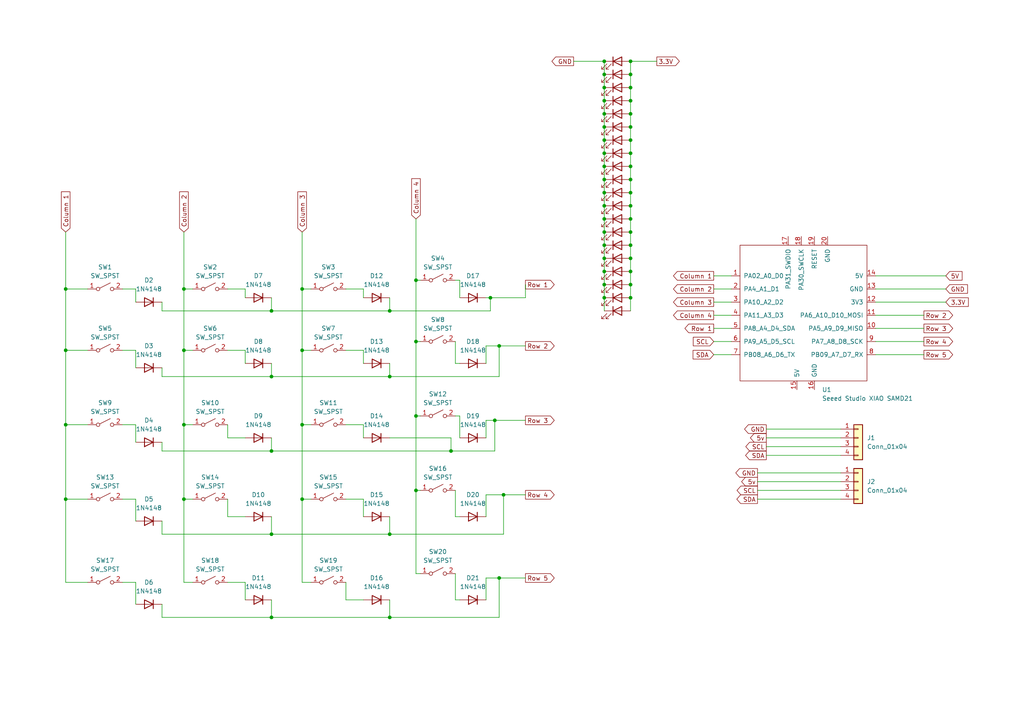
<source format=kicad_sch>
(kicad_sch
	(version 20231120)
	(generator "eeschema")
	(generator_version "8.0")
	(uuid "e9bcfc23-f3b5-4894-bdb0-60e411816654")
	(paper "A4")
	(lib_symbols
		(symbol "Connector_Generic:Conn_01x04"
			(pin_names
				(offset 1.016) hide)
			(exclude_from_sim no)
			(in_bom yes)
			(on_board yes)
			(property "Reference" "J"
				(at 0 5.08 0)
				(effects
					(font
						(size 1.27 1.27)
					)
				)
			)
			(property "Value" "Conn_01x04"
				(at 0 -7.62 0)
				(effects
					(font
						(size 1.27 1.27)
					)
				)
			)
			(property "Footprint" ""
				(at 0 0 0)
				(effects
					(font
						(size 1.27 1.27)
					)
					(hide yes)
				)
			)
			(property "Datasheet" "~"
				(at 0 0 0)
				(effects
					(font
						(size 1.27 1.27)
					)
					(hide yes)
				)
			)
			(property "Description" "Generic connector, single row, 01x04, script generated (kicad-library-utils/schlib/autogen/connector/)"
				(at 0 0 0)
				(effects
					(font
						(size 1.27 1.27)
					)
					(hide yes)
				)
			)
			(property "ki_keywords" "connector"
				(at 0 0 0)
				(effects
					(font
						(size 1.27 1.27)
					)
					(hide yes)
				)
			)
			(property "ki_fp_filters" "Connector*:*_1x??_*"
				(at 0 0 0)
				(effects
					(font
						(size 1.27 1.27)
					)
					(hide yes)
				)
			)
			(symbol "Conn_01x04_1_1"
				(rectangle
					(start -1.27 -4.953)
					(end 0 -5.207)
					(stroke
						(width 0.1524)
						(type default)
					)
					(fill
						(type none)
					)
				)
				(rectangle
					(start -1.27 -2.413)
					(end 0 -2.667)
					(stroke
						(width 0.1524)
						(type default)
					)
					(fill
						(type none)
					)
				)
				(rectangle
					(start -1.27 0.127)
					(end 0 -0.127)
					(stroke
						(width 0.1524)
						(type default)
					)
					(fill
						(type none)
					)
				)
				(rectangle
					(start -1.27 2.667)
					(end 0 2.413)
					(stroke
						(width 0.1524)
						(type default)
					)
					(fill
						(type none)
					)
				)
				(rectangle
					(start -1.27 3.81)
					(end 1.27 -6.35)
					(stroke
						(width 0.254)
						(type default)
					)
					(fill
						(type background)
					)
				)
				(pin passive line
					(at -5.08 2.54 0)
					(length 3.81)
					(name "Pin_1"
						(effects
							(font
								(size 1.27 1.27)
							)
						)
					)
					(number "1"
						(effects
							(font
								(size 1.27 1.27)
							)
						)
					)
				)
				(pin passive line
					(at -5.08 0 0)
					(length 3.81)
					(name "Pin_2"
						(effects
							(font
								(size 1.27 1.27)
							)
						)
					)
					(number "2"
						(effects
							(font
								(size 1.27 1.27)
							)
						)
					)
				)
				(pin passive line
					(at -5.08 -2.54 0)
					(length 3.81)
					(name "Pin_3"
						(effects
							(font
								(size 1.27 1.27)
							)
						)
					)
					(number "3"
						(effects
							(font
								(size 1.27 1.27)
							)
						)
					)
				)
				(pin passive line
					(at -5.08 -5.08 0)
					(length 3.81)
					(name "Pin_4"
						(effects
							(font
								(size 1.27 1.27)
							)
						)
					)
					(number "4"
						(effects
							(font
								(size 1.27 1.27)
							)
						)
					)
				)
			)
		)
		(symbol "Diode:1N4148"
			(pin_numbers hide)
			(pin_names hide)
			(exclude_from_sim no)
			(in_bom yes)
			(on_board yes)
			(property "Reference" "D"
				(at 0 2.54 0)
				(effects
					(font
						(size 1.27 1.27)
					)
				)
			)
			(property "Value" "1N4148"
				(at 0 -2.54 0)
				(effects
					(font
						(size 1.27 1.27)
					)
				)
			)
			(property "Footprint" "Diode_THT:D_DO-35_SOD27_P7.62mm_Horizontal"
				(at 0 0 0)
				(effects
					(font
						(size 1.27 1.27)
					)
					(hide yes)
				)
			)
			(property "Datasheet" "https://assets.nexperia.com/documents/data-sheet/1N4148_1N4448.pdf"
				(at 0 0 0)
				(effects
					(font
						(size 1.27 1.27)
					)
					(hide yes)
				)
			)
			(property "Description" "100V 0.15A standard switching diode, DO-35"
				(at 0 0 0)
				(effects
					(font
						(size 1.27 1.27)
					)
					(hide yes)
				)
			)
			(property "Sim.Device" "D"
				(at 0 0 0)
				(effects
					(font
						(size 1.27 1.27)
					)
					(hide yes)
				)
			)
			(property "Sim.Pins" "1=K 2=A"
				(at 0 0 0)
				(effects
					(font
						(size 1.27 1.27)
					)
					(hide yes)
				)
			)
			(property "ki_keywords" "diode"
				(at 0 0 0)
				(effects
					(font
						(size 1.27 1.27)
					)
					(hide yes)
				)
			)
			(property "ki_fp_filters" "D*DO?35*"
				(at 0 0 0)
				(effects
					(font
						(size 1.27 1.27)
					)
					(hide yes)
				)
			)
			(symbol "1N4148_0_1"
				(polyline
					(pts
						(xy -1.27 1.27) (xy -1.27 -1.27)
					)
					(stroke
						(width 0.254)
						(type default)
					)
					(fill
						(type none)
					)
				)
				(polyline
					(pts
						(xy 1.27 0) (xy -1.27 0)
					)
					(stroke
						(width 0)
						(type default)
					)
					(fill
						(type none)
					)
				)
				(polyline
					(pts
						(xy 1.27 1.27) (xy 1.27 -1.27) (xy -1.27 0) (xy 1.27 1.27)
					)
					(stroke
						(width 0.254)
						(type default)
					)
					(fill
						(type none)
					)
				)
			)
			(symbol "1N4148_1_1"
				(pin passive line
					(at -3.81 0 0)
					(length 2.54)
					(name "K"
						(effects
							(font
								(size 1.27 1.27)
							)
						)
					)
					(number "1"
						(effects
							(font
								(size 1.27 1.27)
							)
						)
					)
				)
				(pin passive line
					(at 3.81 0 180)
					(length 2.54)
					(name "A"
						(effects
							(font
								(size 1.27 1.27)
							)
						)
					)
					(number "2"
						(effects
							(font
								(size 1.27 1.27)
							)
						)
					)
				)
			)
		)
		(symbol "LED:IR26-21C_L110_TR8"
			(pin_numbers hide)
			(pin_names
				(offset 1.016) hide)
			(exclude_from_sim no)
			(in_bom yes)
			(on_board yes)
			(property "Reference" "D"
				(at 0 2.54 0)
				(effects
					(font
						(size 1.27 1.27)
					)
				)
			)
			(property "Value" "IR26-21C_L110_TR8"
				(at 0 -3.81 0)
				(effects
					(font
						(size 1.27 1.27)
					)
				)
			)
			(property "Footprint" "LED_SMD:LED_1206_3216Metric"
				(at 0 5.08 0)
				(effects
					(font
						(size 1.27 1.27)
					)
					(hide yes)
				)
			)
			(property "Datasheet" "http://www.everlight.com/file/ProductFile/IR26-21C-L110-TR8.pdf"
				(at 0 0 0)
				(effects
					(font
						(size 1.27 1.27)
					)
					(hide yes)
				)
			)
			(property "Description" "940nm, 20 deg, Infrared LED, 1206"
				(at 0 0 0)
				(effects
					(font
						(size 1.27 1.27)
					)
					(hide yes)
				)
			)
			(property "ki_keywords" "IR LED"
				(at 0 0 0)
				(effects
					(font
						(size 1.27 1.27)
					)
					(hide yes)
				)
			)
			(property "ki_fp_filters" "LED*1206*3216Metric*"
				(at 0 0 0)
				(effects
					(font
						(size 1.27 1.27)
					)
					(hide yes)
				)
			)
			(symbol "IR26-21C_L110_TR8_0_1"
				(polyline
					(pts
						(xy -1.27 -1.27) (xy -1.27 1.27)
					)
					(stroke
						(width 0.254)
						(type default)
					)
					(fill
						(type none)
					)
				)
				(polyline
					(pts
						(xy -1.27 0) (xy 1.27 0)
					)
					(stroke
						(width 0)
						(type default)
					)
					(fill
						(type none)
					)
				)
				(polyline
					(pts
						(xy 1.27 -1.27) (xy 1.27 1.27) (xy -1.27 0) (xy 1.27 -1.27)
					)
					(stroke
						(width 0.254)
						(type default)
					)
					(fill
						(type none)
					)
				)
				(polyline
					(pts
						(xy -3.048 -0.762) (xy -4.572 -2.286) (xy -3.81 -2.286) (xy -4.572 -2.286) (xy -4.572 -1.524)
					)
					(stroke
						(width 0)
						(type default)
					)
					(fill
						(type none)
					)
				)
				(polyline
					(pts
						(xy -1.778 -0.762) (xy -3.302 -2.286) (xy -2.54 -2.286) (xy -3.302 -2.286) (xy -3.302 -1.524)
					)
					(stroke
						(width 0)
						(type default)
					)
					(fill
						(type none)
					)
				)
			)
			(symbol "IR26-21C_L110_TR8_1_1"
				(pin passive line
					(at -3.81 0 0)
					(length 2.54)
					(name "K"
						(effects
							(font
								(size 1.27 1.27)
							)
						)
					)
					(number "1"
						(effects
							(font
								(size 1.27 1.27)
							)
						)
					)
				)
				(pin passive line
					(at 3.81 0 180)
					(length 2.54)
					(name "A"
						(effects
							(font
								(size 1.27 1.27)
							)
						)
					)
					(number "2"
						(effects
							(font
								(size 1.27 1.27)
							)
						)
					)
				)
			)
		)
		(symbol "Seeed_Studio_XIAO_Series:Seeed Studio XIAO SAMD21"
			(pin_names
				(offset 1.016)
			)
			(exclude_from_sim no)
			(in_bom yes)
			(on_board yes)
			(property "Reference" "U"
				(at -19.05 22.86 0)
				(effects
					(font
						(size 1.27 1.27)
					)
				)
			)
			(property "Value" "Seeed Studio XIAO SAMD21"
				(at -12.7 21.59 0)
				(effects
					(font
						(size 1.27 1.27)
					)
				)
			)
			(property "Footprint" ""
				(at -8.89 5.08 0)
				(effects
					(font
						(size 1.27 1.27)
					)
					(hide yes)
				)
			)
			(property "Datasheet" ""
				(at -8.89 5.08 0)
				(effects
					(font
						(size 1.27 1.27)
					)
					(hide yes)
				)
			)
			(property "Description" ""
				(at 0 0 0)
				(effects
					(font
						(size 1.27 1.27)
					)
					(hide yes)
				)
			)
			(symbol "Seeed Studio XIAO SAMD21_0_1"
				(rectangle
					(start -19.05 20.32)
					(end 17.78 -19.05)
					(stroke
						(width 0)
						(type default)
					)
					(fill
						(type none)
					)
				)
			)
			(symbol "Seeed Studio XIAO SAMD21_1_1"
				(pin unspecified line
					(at -21.59 11.43 0)
					(length 2.54)
					(name "PA02_A0_D0"
						(effects
							(font
								(size 1.27 1.27)
							)
						)
					)
					(number "1"
						(effects
							(font
								(size 1.27 1.27)
							)
						)
					)
				)
				(pin unspecified line
					(at 20.32 -3.81 180)
					(length 2.54)
					(name "PA5_A9_D9_MISO"
						(effects
							(font
								(size 1.27 1.27)
							)
						)
					)
					(number "10"
						(effects
							(font
								(size 1.27 1.27)
							)
						)
					)
				)
				(pin unspecified line
					(at 20.32 0 180)
					(length 2.54)
					(name "PA6_A10_D10_MOSI"
						(effects
							(font
								(size 1.27 1.27)
							)
						)
					)
					(number "11"
						(effects
							(font
								(size 1.27 1.27)
							)
						)
					)
				)
				(pin unspecified line
					(at 20.32 3.81 180)
					(length 2.54)
					(name "3V3"
						(effects
							(font
								(size 1.27 1.27)
							)
						)
					)
					(number "12"
						(effects
							(font
								(size 1.27 1.27)
							)
						)
					)
				)
				(pin unspecified line
					(at 20.32 7.62 180)
					(length 2.54)
					(name "GND"
						(effects
							(font
								(size 1.27 1.27)
							)
						)
					)
					(number "13"
						(effects
							(font
								(size 1.27 1.27)
							)
						)
					)
				)
				(pin unspecified line
					(at 20.32 11.43 180)
					(length 2.54)
					(name "5V"
						(effects
							(font
								(size 1.27 1.27)
							)
						)
					)
					(number "14"
						(effects
							(font
								(size 1.27 1.27)
							)
						)
					)
				)
				(pin input line
					(at -2.54 -21.59 90)
					(length 2.54)
					(name "5V"
						(effects
							(font
								(size 1.27 1.27)
							)
						)
					)
					(number "15"
						(effects
							(font
								(size 1.27 1.27)
							)
						)
					)
				)
				(pin input line
					(at 2.54 -21.59 90)
					(length 2.54)
					(name "GND"
						(effects
							(font
								(size 1.27 1.27)
							)
						)
					)
					(number "16"
						(effects
							(font
								(size 1.27 1.27)
							)
						)
					)
				)
				(pin input line
					(at -5.08 22.86 270)
					(length 2.54)
					(name "PA31_SWDIO"
						(effects
							(font
								(size 1.27 1.27)
							)
						)
					)
					(number "17"
						(effects
							(font
								(size 1.27 1.27)
							)
						)
					)
				)
				(pin input line
					(at -1.27 22.86 270)
					(length 2.54)
					(name "PA30_SWCLK"
						(effects
							(font
								(size 1.27 1.27)
							)
						)
					)
					(number "18"
						(effects
							(font
								(size 1.27 1.27)
							)
						)
					)
				)
				(pin input line
					(at 2.54 22.86 270)
					(length 2.54)
					(name "RESET"
						(effects
							(font
								(size 1.27 1.27)
							)
						)
					)
					(number "19"
						(effects
							(font
								(size 1.27 1.27)
							)
						)
					)
				)
				(pin unspecified line
					(at -21.59 7.62 0)
					(length 2.54)
					(name "PA4_A1_D1"
						(effects
							(font
								(size 1.27 1.27)
							)
						)
					)
					(number "2"
						(effects
							(font
								(size 1.27 1.27)
							)
						)
					)
				)
				(pin input line
					(at 6.35 22.86 270)
					(length 2.54)
					(name "GND"
						(effects
							(font
								(size 1.27 1.27)
							)
						)
					)
					(number "20"
						(effects
							(font
								(size 1.27 1.27)
							)
						)
					)
				)
				(pin unspecified line
					(at -21.59 3.81 0)
					(length 2.54)
					(name "PA10_A2_D2"
						(effects
							(font
								(size 1.27 1.27)
							)
						)
					)
					(number "3"
						(effects
							(font
								(size 1.27 1.27)
							)
						)
					)
				)
				(pin unspecified line
					(at -21.59 0 0)
					(length 2.54)
					(name "PA11_A3_D3"
						(effects
							(font
								(size 1.27 1.27)
							)
						)
					)
					(number "4"
						(effects
							(font
								(size 1.27 1.27)
							)
						)
					)
				)
				(pin unspecified line
					(at -21.59 -3.81 0)
					(length 2.54)
					(name "PA8_A4_D4_SDA"
						(effects
							(font
								(size 1.27 1.27)
							)
						)
					)
					(number "5"
						(effects
							(font
								(size 1.27 1.27)
							)
						)
					)
				)
				(pin unspecified line
					(at -21.59 -7.62 0)
					(length 2.54)
					(name "PA9_A5_D5_SCL"
						(effects
							(font
								(size 1.27 1.27)
							)
						)
					)
					(number "6"
						(effects
							(font
								(size 1.27 1.27)
							)
						)
					)
				)
				(pin unspecified line
					(at -21.59 -11.43 0)
					(length 2.54)
					(name "PB08_A6_D6_TX"
						(effects
							(font
								(size 1.27 1.27)
							)
						)
					)
					(number "7"
						(effects
							(font
								(size 1.27 1.27)
							)
						)
					)
				)
				(pin unspecified line
					(at 20.32 -11.43 180)
					(length 2.54)
					(name "PB09_A7_D7_RX"
						(effects
							(font
								(size 1.27 1.27)
							)
						)
					)
					(number "8"
						(effects
							(font
								(size 1.27 1.27)
							)
						)
					)
				)
				(pin unspecified line
					(at 20.32 -7.62 180)
					(length 2.54)
					(name "PA7_A8_D8_SCK"
						(effects
							(font
								(size 1.27 1.27)
							)
						)
					)
					(number "9"
						(effects
							(font
								(size 1.27 1.27)
							)
						)
					)
				)
			)
		)
		(symbol "Switch:SW_SPST"
			(pin_names
				(offset 0) hide)
			(exclude_from_sim no)
			(in_bom yes)
			(on_board yes)
			(property "Reference" "SW"
				(at 0 3.175 0)
				(effects
					(font
						(size 1.27 1.27)
					)
				)
			)
			(property "Value" "SW_SPST"
				(at 0 -2.54 0)
				(effects
					(font
						(size 1.27 1.27)
					)
				)
			)
			(property "Footprint" ""
				(at 0 0 0)
				(effects
					(font
						(size 1.27 1.27)
					)
					(hide yes)
				)
			)
			(property "Datasheet" "~"
				(at 0 0 0)
				(effects
					(font
						(size 1.27 1.27)
					)
					(hide yes)
				)
			)
			(property "Description" "Single Pole Single Throw (SPST) switch"
				(at 0 0 0)
				(effects
					(font
						(size 1.27 1.27)
					)
					(hide yes)
				)
			)
			(property "ki_keywords" "switch lever"
				(at 0 0 0)
				(effects
					(font
						(size 1.27 1.27)
					)
					(hide yes)
				)
			)
			(symbol "SW_SPST_0_0"
				(circle
					(center -2.032 0)
					(radius 0.508)
					(stroke
						(width 0)
						(type default)
					)
					(fill
						(type none)
					)
				)
				(polyline
					(pts
						(xy -1.524 0.254) (xy 1.524 1.778)
					)
					(stroke
						(width 0)
						(type default)
					)
					(fill
						(type none)
					)
				)
				(circle
					(center 2.032 0)
					(radius 0.508)
					(stroke
						(width 0)
						(type default)
					)
					(fill
						(type none)
					)
				)
			)
			(symbol "SW_SPST_1_1"
				(pin passive line
					(at -5.08 0 0)
					(length 2.54)
					(name "A"
						(effects
							(font
								(size 1.27 1.27)
							)
						)
					)
					(number "1"
						(effects
							(font
								(size 1.27 1.27)
							)
						)
					)
				)
				(pin passive line
					(at 5.08 0 180)
					(length 2.54)
					(name "B"
						(effects
							(font
								(size 1.27 1.27)
							)
						)
					)
					(number "2"
						(effects
							(font
								(size 1.27 1.27)
							)
						)
					)
				)
			)
		)
	)
	(junction
		(at 175.26 63.5)
		(diameter 0)
		(color 0 0 0 0)
		(uuid "02f3dc01-5c30-4d45-acfc-b7870be468ae")
	)
	(junction
		(at 87.63 144.78)
		(diameter 0)
		(color 0 0 0 0)
		(uuid "04f01735-7561-4645-9cb0-c1dee5b6c77b")
	)
	(junction
		(at 175.26 25.4)
		(diameter 0)
		(color 0 0 0 0)
		(uuid "06cd3804-81c6-447d-8b6a-689fad76b1bb")
	)
	(junction
		(at 78.74 109.22)
		(diameter 0)
		(color 0 0 0 0)
		(uuid "0da9689f-b05c-4e64-94dd-291bb0c646f8")
	)
	(junction
		(at 175.26 44.45)
		(diameter 0)
		(color 0 0 0 0)
		(uuid "1351f36a-6cc9-4ceb-b490-6feef5b6adc1")
	)
	(junction
		(at 182.88 52.07)
		(diameter 0)
		(color 0 0 0 0)
		(uuid "163efe34-0e86-4d60-8dd5-a988700a2977")
	)
	(junction
		(at 182.88 44.45)
		(diameter 0)
		(color 0 0 0 0)
		(uuid "1a2f3150-f5d5-461c-94c0-5af1ecba3437")
	)
	(junction
		(at 175.26 52.07)
		(diameter 0)
		(color 0 0 0 0)
		(uuid "1d8c41fa-05ff-42a6-b3de-56c6444a7d9c")
	)
	(junction
		(at 78.74 179.07)
		(diameter 0)
		(color 0 0 0 0)
		(uuid "1f6cf6a5-81d4-41d5-9242-506c2cc8db65")
	)
	(junction
		(at 175.26 17.78)
		(diameter 0)
		(color 0 0 0 0)
		(uuid "29ce14ac-0237-43c6-9011-a3232e9c9649")
	)
	(junction
		(at 130.81 130.81)
		(diameter 0)
		(color 0 0 0 0)
		(uuid "2a481065-5295-473e-aefc-1effe5325077")
	)
	(junction
		(at 182.88 36.83)
		(diameter 0)
		(color 0 0 0 0)
		(uuid "2dcdee77-60a6-4a0b-a39f-8dd1432d46bb")
	)
	(junction
		(at 53.34 101.6)
		(diameter 0)
		(color 0 0 0 0)
		(uuid "2ed23dc3-037e-4f48-b945-e2113d2d1e1a")
	)
	(junction
		(at 78.74 90.17)
		(diameter 0)
		(color 0 0 0 0)
		(uuid "3665866c-d98d-4ce9-9f39-e533b7428c37")
	)
	(junction
		(at 53.34 144.78)
		(diameter 0)
		(color 0 0 0 0)
		(uuid "36982609-caec-44ab-a7f0-d13da9d33bb1")
	)
	(junction
		(at 182.88 29.21)
		(diameter 0)
		(color 0 0 0 0)
		(uuid "3ab8a961-595f-4118-8cff-94dd9a77df1f")
	)
	(junction
		(at 120.65 81.28)
		(diameter 0)
		(color 0 0 0 0)
		(uuid "480c9c89-1f9b-4c82-920b-eacb723c15d8")
	)
	(junction
		(at 19.05 101.6)
		(diameter 0)
		(color 0 0 0 0)
		(uuid "4b58c31b-ccc5-40fe-bda5-ee65dadf0cb6")
	)
	(junction
		(at 143.51 121.92)
		(diameter 0)
		(color 0 0 0 0)
		(uuid "52199c4e-1a21-40f5-9563-62c5775a884c")
	)
	(junction
		(at 19.05 144.78)
		(diameter 0)
		(color 0 0 0 0)
		(uuid "590f9a98-0ed5-4ff6-acc1-dbaad94f87a8")
	)
	(junction
		(at 182.88 63.5)
		(diameter 0)
		(color 0 0 0 0)
		(uuid "5a23b7b4-8019-4c40-a259-e5a20daab0c4")
	)
	(junction
		(at 19.05 83.82)
		(diameter 0)
		(color 0 0 0 0)
		(uuid "5bf0539c-af03-4204-96f5-fc344124c036")
	)
	(junction
		(at 120.65 142.24)
		(diameter 0)
		(color 0 0 0 0)
		(uuid "5d1353b7-a169-4228-bb84-cedc608d8369")
	)
	(junction
		(at 19.05 123.19)
		(diameter 0)
		(color 0 0 0 0)
		(uuid "5ed43e5f-4db9-4011-917e-de85fa09fd01")
	)
	(junction
		(at 175.26 71.12)
		(diameter 0)
		(color 0 0 0 0)
		(uuid "621094b3-9b47-4b0e-a1be-e7678a6939d8")
	)
	(junction
		(at 144.78 100.33)
		(diameter 0)
		(color 0 0 0 0)
		(uuid "796d88ea-860b-49dd-83c9-2205f9867bbe")
	)
	(junction
		(at 175.26 82.55)
		(diameter 0)
		(color 0 0 0 0)
		(uuid "79db2616-6d24-4796-b82d-4018083606ca")
	)
	(junction
		(at 175.26 67.31)
		(diameter 0)
		(color 0 0 0 0)
		(uuid "7e2768b0-22e5-42fd-b0b7-bc10b9ab7bf5")
	)
	(junction
		(at 175.26 21.59)
		(diameter 0)
		(color 0 0 0 0)
		(uuid "84a9048e-668e-48fb-bfce-428df87d82dd")
	)
	(junction
		(at 182.88 48.26)
		(diameter 0)
		(color 0 0 0 0)
		(uuid "85b232b3-2eff-46e2-8ad9-781f7dc3e48a")
	)
	(junction
		(at 87.63 101.6)
		(diameter 0)
		(color 0 0 0 0)
		(uuid "85f3f459-ab7e-49ea-ad2a-05762b5f199a")
	)
	(junction
		(at 182.88 55.88)
		(diameter 0)
		(color 0 0 0 0)
		(uuid "87911d72-1e96-4682-8230-e3aefbc5fd3a")
	)
	(junction
		(at 182.88 82.55)
		(diameter 0)
		(color 0 0 0 0)
		(uuid "87bd01b9-9d10-4d94-9302-2e679ce36725")
	)
	(junction
		(at 175.26 55.88)
		(diameter 0)
		(color 0 0 0 0)
		(uuid "8a948c57-07ef-4ca9-a9f1-80c8187ece4e")
	)
	(junction
		(at 120.65 99.06)
		(diameter 0)
		(color 0 0 0 0)
		(uuid "8af7738e-aaa0-4c5a-b997-fe5f8f1d6e9c")
	)
	(junction
		(at 182.88 17.78)
		(diameter 0)
		(color 0 0 0 0)
		(uuid "8c550bad-4d2f-48c2-bc93-23b4b8d24abd")
	)
	(junction
		(at 182.88 25.4)
		(diameter 0)
		(color 0 0 0 0)
		(uuid "8d3db8cd-09c3-4d89-99b8-2300825676c5")
	)
	(junction
		(at 175.26 86.36)
		(diameter 0)
		(color 0 0 0 0)
		(uuid "8e687c96-73be-42d9-a472-fd27d02add8d")
	)
	(junction
		(at 120.65 120.65)
		(diameter 0)
		(color 0 0 0 0)
		(uuid "984d944a-9fd8-448c-841d-a41b4d819825")
	)
	(junction
		(at 182.88 59.69)
		(diameter 0)
		(color 0 0 0 0)
		(uuid "9f69a1d4-0b14-4009-bb02-87fd2154246f")
	)
	(junction
		(at 53.34 83.82)
		(diameter 0)
		(color 0 0 0 0)
		(uuid "a4c03ea5-db5a-4fa8-ba19-4dfaeaba25d7")
	)
	(junction
		(at 182.88 21.59)
		(diameter 0)
		(color 0 0 0 0)
		(uuid "a5db60b5-b842-4793-9adf-f32764d37f11")
	)
	(junction
		(at 182.88 33.02)
		(diameter 0)
		(color 0 0 0 0)
		(uuid "a5f939eb-65b0-47f5-b42f-61fa180e63ec")
	)
	(junction
		(at 182.88 78.74)
		(diameter 0)
		(color 0 0 0 0)
		(uuid "a7039703-63a8-4e74-8182-9afe1bb4202d")
	)
	(junction
		(at 175.26 40.64)
		(diameter 0)
		(color 0 0 0 0)
		(uuid "a9d4ee50-dcad-42e6-92e7-f79f9e855621")
	)
	(junction
		(at 175.26 36.83)
		(diameter 0)
		(color 0 0 0 0)
		(uuid "a9ffe7e3-3f3e-4895-9108-1876efee2a83")
	)
	(junction
		(at 182.88 67.31)
		(diameter 0)
		(color 0 0 0 0)
		(uuid "abfb679e-ce52-4e58-a868-bb52904df91c")
	)
	(junction
		(at 182.88 74.93)
		(diameter 0)
		(color 0 0 0 0)
		(uuid "acba3bfe-0a15-4406-a19b-80282fb27a4a")
	)
	(junction
		(at 175.26 74.93)
		(diameter 0)
		(color 0 0 0 0)
		(uuid "af01142b-48fd-4a93-8cc7-853dddb63e1b")
	)
	(junction
		(at 175.26 48.26)
		(diameter 0)
		(color 0 0 0 0)
		(uuid "af5b86ee-1559-4321-8939-854d6a6818b8")
	)
	(junction
		(at 182.88 40.64)
		(diameter 0)
		(color 0 0 0 0)
		(uuid "b023181a-234e-4068-a778-6088abf54840")
	)
	(junction
		(at 53.34 123.19)
		(diameter 0)
		(color 0 0 0 0)
		(uuid "b1bdeade-e228-4bc5-849c-307ca72930a1")
	)
	(junction
		(at 78.74 154.94)
		(diameter 0)
		(color 0 0 0 0)
		(uuid "b1d44cf7-751a-400d-98b9-2806db46d91e")
	)
	(junction
		(at 113.03 109.22)
		(diameter 0)
		(color 0 0 0 0)
		(uuid "b2325d80-7e54-4c34-8cd4-19098affca9f")
	)
	(junction
		(at 113.03 154.94)
		(diameter 0)
		(color 0 0 0 0)
		(uuid "b3667a90-a87a-443e-9c38-8a8924ddbcd4")
	)
	(junction
		(at 182.88 71.12)
		(diameter 0)
		(color 0 0 0 0)
		(uuid "b4c03794-1e4b-4ba1-b9d8-077819e48366")
	)
	(junction
		(at 146.05 143.51)
		(diameter 0)
		(color 0 0 0 0)
		(uuid "b730535c-2d9c-4c32-81d9-065e8ee3c594")
	)
	(junction
		(at 175.26 59.69)
		(diameter 0)
		(color 0 0 0 0)
		(uuid "ba0115a2-a44c-4125-8062-0d8d44ba3bdb")
	)
	(junction
		(at 87.63 83.82)
		(diameter 0)
		(color 0 0 0 0)
		(uuid "bc8df6bd-fa04-4600-ac42-c43c3f7a9844")
	)
	(junction
		(at 78.74 130.81)
		(diameter 0)
		(color 0 0 0 0)
		(uuid "c5aedc49-d28f-4610-b9c9-902a8ecfe75b")
	)
	(junction
		(at 113.03 179.07)
		(diameter 0)
		(color 0 0 0 0)
		(uuid "ccaa628a-a5b9-4922-962b-1bf7234265db")
	)
	(junction
		(at 142.24 86.36)
		(diameter 0)
		(color 0 0 0 0)
		(uuid "d25d659f-9c46-49e6-9fb5-0d1de9d2b761")
	)
	(junction
		(at 182.88 86.36)
		(diameter 0)
		(color 0 0 0 0)
		(uuid "d2ad0306-a1b5-4826-b715-f72df662760b")
	)
	(junction
		(at 175.26 29.21)
		(diameter 0)
		(color 0 0 0 0)
		(uuid "dbdf86b4-ba7e-4dd8-9935-b25705b0ee9e")
	)
	(junction
		(at 175.26 33.02)
		(diameter 0)
		(color 0 0 0 0)
		(uuid "e0f49e67-8f63-40fd-9432-cd446714be07")
	)
	(junction
		(at 175.26 78.74)
		(diameter 0)
		(color 0 0 0 0)
		(uuid "e4ee0253-5130-497a-aec1-0e815e4b0555")
	)
	(junction
		(at 87.63 123.19)
		(diameter 0)
		(color 0 0 0 0)
		(uuid "ed9de8f4-e62e-4ae8-9c45-665667df7b07")
	)
	(junction
		(at 113.03 90.17)
		(diameter 0)
		(color 0 0 0 0)
		(uuid "f5ec59d8-4e51-4005-b440-b580cc73f932")
	)
	(junction
		(at 144.78 167.64)
		(diameter 0)
		(color 0 0 0 0)
		(uuid "fbaba57c-b8bd-4f39-8ff3-571a9de30b8f")
	)
	(wire
		(pts
			(xy 78.74 90.17) (xy 113.03 90.17)
		)
		(stroke
			(width 0)
			(type default)
		)
		(uuid "01539a77-374e-4b8f-989d-bbcdc25a6072")
	)
	(wire
		(pts
			(xy 120.65 166.37) (xy 120.65 142.24)
		)
		(stroke
			(width 0)
			(type default)
		)
		(uuid "07749473-6197-429c-93ac-e4b956ecbd65")
	)
	(wire
		(pts
			(xy 222.25 127) (xy 243.84 127)
		)
		(stroke
			(width 0)
			(type default)
		)
		(uuid "07a2870e-f5a2-49de-bfba-5321b4d7d7d5")
	)
	(wire
		(pts
			(xy 133.35 120.65) (xy 133.35 127)
		)
		(stroke
			(width 0)
			(type default)
		)
		(uuid "0892d579-6597-49b9-95d2-afab3cdb0915")
	)
	(wire
		(pts
			(xy 182.88 21.59) (xy 182.88 25.4)
		)
		(stroke
			(width 0)
			(type default)
		)
		(uuid "0978a206-643e-4887-8909-075a1581f89b")
	)
	(wire
		(pts
			(xy 254 87.63) (xy 274.32 87.63)
		)
		(stroke
			(width 0)
			(type default)
		)
		(uuid "0f4a4531-be38-419d-970e-c176b61f7afd")
	)
	(wire
		(pts
			(xy 132.08 149.86) (xy 133.35 149.86)
		)
		(stroke
			(width 0)
			(type default)
		)
		(uuid "149dbe4d-00b1-4942-a8b6-fdb0aaebfc22")
	)
	(wire
		(pts
			(xy 182.88 44.45) (xy 182.88 48.26)
		)
		(stroke
			(width 0)
			(type default)
		)
		(uuid "15e93b39-0b96-49e6-b179-c4158464f5f3")
	)
	(wire
		(pts
			(xy 53.34 67.31) (xy 53.34 83.82)
		)
		(stroke
			(width 0)
			(type default)
		)
		(uuid "1744c950-1832-4e12-8306-388fcf3a1b4f")
	)
	(wire
		(pts
			(xy 254 91.44) (xy 267.97 91.44)
		)
		(stroke
			(width 0)
			(type default)
		)
		(uuid "17d1370a-edd0-4a0c-a061-2f5daf6812cf")
	)
	(wire
		(pts
			(xy 182.88 40.64) (xy 182.88 44.45)
		)
		(stroke
			(width 0)
			(type default)
		)
		(uuid "17fd5b41-dece-4bbc-8488-af6c9b0992e1")
	)
	(wire
		(pts
			(xy 175.26 40.64) (xy 175.26 44.45)
		)
		(stroke
			(width 0)
			(type default)
		)
		(uuid "19f370af-4714-48ee-9a48-bb5e7555f0f8")
	)
	(wire
		(pts
			(xy 207.01 87.63) (xy 212.09 87.63)
		)
		(stroke
			(width 0)
			(type default)
		)
		(uuid "1a1b109d-f382-45b9-878d-33730922d16a")
	)
	(wire
		(pts
			(xy 87.63 67.31) (xy 87.63 83.82)
		)
		(stroke
			(width 0)
			(type default)
		)
		(uuid "1a4c2ccf-a54e-45b2-afbb-98cd9379d64d")
	)
	(wire
		(pts
			(xy 113.03 109.22) (xy 144.78 109.22)
		)
		(stroke
			(width 0)
			(type default)
		)
		(uuid "1d2a25f7-68db-4f0e-b168-06036034b91d")
	)
	(wire
		(pts
			(xy 46.99 87.63) (xy 46.99 90.17)
		)
		(stroke
			(width 0)
			(type default)
		)
		(uuid "1eab94eb-4f09-45dc-93f2-1f1eff8d2ba2")
	)
	(wire
		(pts
			(xy 25.4 123.19) (xy 19.05 123.19)
		)
		(stroke
			(width 0)
			(type default)
		)
		(uuid "215f1e2d-0d9c-496e-bb22-0be2838fc874")
	)
	(wire
		(pts
			(xy 132.08 99.06) (xy 132.08 105.41)
		)
		(stroke
			(width 0)
			(type default)
		)
		(uuid "21f544e8-d28e-4921-8cc3-f424d57ddca6")
	)
	(wire
		(pts
			(xy 142.24 86.36) (xy 152.4 86.36)
		)
		(stroke
			(width 0)
			(type default)
		)
		(uuid "223acc4c-7234-4f5c-8417-134ea005ee97")
	)
	(wire
		(pts
			(xy 182.88 25.4) (xy 182.88 29.21)
		)
		(stroke
			(width 0)
			(type default)
		)
		(uuid "23ae1aef-61b7-42b0-aa00-8e5e94f31534")
	)
	(wire
		(pts
			(xy 222.25 129.54) (xy 243.84 129.54)
		)
		(stroke
			(width 0)
			(type default)
		)
		(uuid "2465680c-78f5-45a4-9e05-306809f85250")
	)
	(wire
		(pts
			(xy 66.04 168.91) (xy 71.12 168.91)
		)
		(stroke
			(width 0)
			(type default)
		)
		(uuid "263f7c41-bab7-4e9a-aac3-0cd1bd3c9642")
	)
	(wire
		(pts
			(xy 71.12 168.91) (xy 71.12 173.99)
		)
		(stroke
			(width 0)
			(type default)
		)
		(uuid "269f8d1a-5b7d-487a-b622-de696e7fe7b2")
	)
	(wire
		(pts
			(xy 140.97 100.33) (xy 144.78 100.33)
		)
		(stroke
			(width 0)
			(type default)
		)
		(uuid "26aac786-11e4-45a1-a07c-543b51fdb65d")
	)
	(wire
		(pts
			(xy 53.34 101.6) (xy 53.34 83.82)
		)
		(stroke
			(width 0)
			(type default)
		)
		(uuid "2709a76a-0446-48b8-93eb-e67ee253ae6b")
	)
	(wire
		(pts
			(xy 113.03 127) (xy 130.81 127)
		)
		(stroke
			(width 0)
			(type default)
		)
		(uuid "2c2b6e30-33b0-4283-bad8-a7e395dd4db2")
	)
	(wire
		(pts
			(xy 140.97 173.99) (xy 140.97 167.64)
		)
		(stroke
			(width 0)
			(type default)
		)
		(uuid "30be014b-5e3f-4d0e-9a07-ede601a0c61e")
	)
	(wire
		(pts
			(xy 100.33 144.78) (xy 105.41 144.78)
		)
		(stroke
			(width 0)
			(type default)
		)
		(uuid "3136dc80-7e6a-4fd6-8834-efc33f1da36e")
	)
	(wire
		(pts
			(xy 71.12 101.6) (xy 71.12 105.41)
		)
		(stroke
			(width 0)
			(type default)
		)
		(uuid "3287c3e1-3aaa-4181-ade6-0693a7ad75d4")
	)
	(wire
		(pts
			(xy 175.26 59.69) (xy 175.26 63.5)
		)
		(stroke
			(width 0)
			(type default)
		)
		(uuid "32c47d47-7d2b-44c3-af32-e42a277d9ae2")
	)
	(wire
		(pts
			(xy 87.63 144.78) (xy 90.17 144.78)
		)
		(stroke
			(width 0)
			(type default)
		)
		(uuid "332dc45b-89fd-4710-b627-da0f19095e5a")
	)
	(wire
		(pts
			(xy 113.03 90.17) (xy 142.24 90.17)
		)
		(stroke
			(width 0)
			(type default)
		)
		(uuid "337025c8-8910-44ed-acb4-4e2f9be574cd")
	)
	(wire
		(pts
			(xy 182.88 52.07) (xy 182.88 55.88)
		)
		(stroke
			(width 0)
			(type default)
		)
		(uuid "35459085-a8e7-4dc8-a88f-c9c89af8a63e")
	)
	(wire
		(pts
			(xy 140.97 105.41) (xy 140.97 100.33)
		)
		(stroke
			(width 0)
			(type default)
		)
		(uuid "35833063-e29d-42a1-8e6d-9bba29dc0ca3")
	)
	(wire
		(pts
			(xy 105.41 101.6) (xy 105.41 105.41)
		)
		(stroke
			(width 0)
			(type default)
		)
		(uuid "358edda4-1b06-4b75-a3e9-1a4d8985e619")
	)
	(wire
		(pts
			(xy 207.01 80.01) (xy 212.09 80.01)
		)
		(stroke
			(width 0)
			(type default)
		)
		(uuid "3608f562-1d68-4b97-b1c4-2589a0e64aab")
	)
	(wire
		(pts
			(xy 175.26 36.83) (xy 175.26 40.64)
		)
		(stroke
			(width 0)
			(type default)
		)
		(uuid "39c13a51-f69d-408d-a336-e969c159934d")
	)
	(wire
		(pts
			(xy 39.37 168.91) (xy 39.37 175.26)
		)
		(stroke
			(width 0)
			(type default)
		)
		(uuid "3cae5ce2-6ca4-4d28-9bc6-5025ec22c07f")
	)
	(wire
		(pts
			(xy 78.74 173.99) (xy 78.74 179.07)
		)
		(stroke
			(width 0)
			(type default)
		)
		(uuid "3ea10b64-14cc-4ceb-87ab-c4089dc7192b")
	)
	(wire
		(pts
			(xy 66.04 101.6) (xy 71.12 101.6)
		)
		(stroke
			(width 0)
			(type default)
		)
		(uuid "40d45904-bfc7-4dc6-a036-0540529deb59")
	)
	(wire
		(pts
			(xy 87.63 123.19) (xy 90.17 123.19)
		)
		(stroke
			(width 0)
			(type default)
		)
		(uuid "416c8ecb-a65c-4a28-ae69-58ad70dfc789")
	)
	(wire
		(pts
			(xy 132.08 81.28) (xy 133.35 81.28)
		)
		(stroke
			(width 0)
			(type default)
		)
		(uuid "423228c6-ee8b-445f-860b-2dc8c5cdf003")
	)
	(wire
		(pts
			(xy 130.81 127) (xy 130.81 130.81)
		)
		(stroke
			(width 0)
			(type default)
		)
		(uuid "42c3437d-1f63-409c-9eac-836848b20eb4")
	)
	(wire
		(pts
			(xy 120.65 142.24) (xy 121.92 142.24)
		)
		(stroke
			(width 0)
			(type default)
		)
		(uuid "44323a6c-27e8-4ec5-917e-7542e58409ac")
	)
	(wire
		(pts
			(xy 66.04 149.86) (xy 66.04 144.78)
		)
		(stroke
			(width 0)
			(type default)
		)
		(uuid "46406f0b-1377-4b69-942b-f4c022631bc1")
	)
	(wire
		(pts
			(xy 53.34 101.6) (xy 53.34 123.19)
		)
		(stroke
			(width 0)
			(type default)
		)
		(uuid "4b4ee1a0-aedf-4605-bcda-3c93e04446d6")
	)
	(wire
		(pts
			(xy 175.26 33.02) (xy 175.26 36.83)
		)
		(stroke
			(width 0)
			(type default)
		)
		(uuid "4b6fc64d-4977-4413-8073-016c9d5fac47")
	)
	(wire
		(pts
			(xy 71.12 83.82) (xy 71.12 86.36)
		)
		(stroke
			(width 0)
			(type default)
		)
		(uuid "4bed13a2-f68b-4c44-9636-c09fce300c6a")
	)
	(wire
		(pts
			(xy 46.99 128.27) (xy 46.99 130.81)
		)
		(stroke
			(width 0)
			(type default)
		)
		(uuid "4bf39aca-6362-4731-b633-75d9c1eec9a3")
	)
	(wire
		(pts
			(xy 140.97 167.64) (xy 144.78 167.64)
		)
		(stroke
			(width 0)
			(type default)
		)
		(uuid "4c3da4b2-03ae-4fbe-9a25-e680cb3169b4")
	)
	(wire
		(pts
			(xy 132.08 166.37) (xy 132.08 173.99)
		)
		(stroke
			(width 0)
			(type default)
		)
		(uuid "4c3e34f6-6524-4d12-886a-cc1aa617caf9")
	)
	(wire
		(pts
			(xy 100.33 168.91) (xy 100.33 173.99)
		)
		(stroke
			(width 0)
			(type default)
		)
		(uuid "4e89f27d-cc3b-4c2d-895f-71156f4e31e4")
	)
	(wire
		(pts
			(xy 254 99.06) (xy 267.97 99.06)
		)
		(stroke
			(width 0)
			(type default)
		)
		(uuid "4e941a2f-65a6-452c-8228-a90741fb2268")
	)
	(wire
		(pts
			(xy 175.26 21.59) (xy 175.26 25.4)
		)
		(stroke
			(width 0)
			(type default)
		)
		(uuid "4fc56c5b-ad14-4ad9-aade-a0beb700cf9e")
	)
	(wire
		(pts
			(xy 46.99 154.94) (xy 78.74 154.94)
		)
		(stroke
			(width 0)
			(type default)
		)
		(uuid "51f38d2f-1227-4165-ba57-5a62787d1195")
	)
	(wire
		(pts
			(xy 53.34 144.78) (xy 53.34 168.91)
		)
		(stroke
			(width 0)
			(type default)
		)
		(uuid "52fe2cee-98e0-4ce0-82dd-29c4259d127e")
	)
	(wire
		(pts
			(xy 175.26 55.88) (xy 175.26 59.69)
		)
		(stroke
			(width 0)
			(type default)
		)
		(uuid "53769b11-6c43-4f61-88a6-7462f4676b5c")
	)
	(wire
		(pts
			(xy 39.37 123.19) (xy 39.37 128.27)
		)
		(stroke
			(width 0)
			(type default)
		)
		(uuid "53b541ca-ba6d-48bf-a0ff-5919fe310b80")
	)
	(wire
		(pts
			(xy 120.65 99.06) (xy 120.65 81.28)
		)
		(stroke
			(width 0)
			(type default)
		)
		(uuid "53e47c17-019a-44e3-b686-6a5049cd49eb")
	)
	(wire
		(pts
			(xy 144.78 100.33) (xy 152.4 100.33)
		)
		(stroke
			(width 0)
			(type default)
		)
		(uuid "56b50539-c08a-4e93-ac9c-fa3c758ee44b")
	)
	(wire
		(pts
			(xy 219.71 142.24) (xy 243.84 142.24)
		)
		(stroke
			(width 0)
			(type default)
		)
		(uuid "578d3b7b-cde0-4bd2-9938-7511434a28ea")
	)
	(wire
		(pts
			(xy 140.97 86.36) (xy 142.24 86.36)
		)
		(stroke
			(width 0)
			(type default)
		)
		(uuid "57c6ff7f-a9a7-46d3-8004-def2c2fc8335")
	)
	(wire
		(pts
			(xy 182.88 55.88) (xy 182.88 59.69)
		)
		(stroke
			(width 0)
			(type default)
		)
		(uuid "5941c47b-9ecd-4e21-bfdf-3f90e868c5b2")
	)
	(wire
		(pts
			(xy 78.74 154.94) (xy 113.03 154.94)
		)
		(stroke
			(width 0)
			(type default)
		)
		(uuid "59ba4b72-bbc4-4e71-afa6-cc4a66edbe81")
	)
	(wire
		(pts
			(xy 78.74 109.22) (xy 113.03 109.22)
		)
		(stroke
			(width 0)
			(type default)
		)
		(uuid "59ba7490-9aeb-45a6-9d18-1236c3b5cccd")
	)
	(wire
		(pts
			(xy 100.33 173.99) (xy 105.41 173.99)
		)
		(stroke
			(width 0)
			(type default)
		)
		(uuid "5c1be311-f323-419a-8e6d-05b7721f1ea6")
	)
	(wire
		(pts
			(xy 175.26 74.93) (xy 175.26 78.74)
		)
		(stroke
			(width 0)
			(type default)
		)
		(uuid "5dddff7b-c9f7-486f-99a6-28c8dc3a13aa")
	)
	(wire
		(pts
			(xy 46.99 130.81) (xy 78.74 130.81)
		)
		(stroke
			(width 0)
			(type default)
		)
		(uuid "5fd62fe9-4b60-4b72-895c-8552b86d76d2")
	)
	(wire
		(pts
			(xy 254 80.01) (xy 274.32 80.01)
		)
		(stroke
			(width 0)
			(type default)
		)
		(uuid "6057b9d4-3fbf-4339-87ca-492d1ff5a6ea")
	)
	(wire
		(pts
			(xy 254 95.25) (xy 267.97 95.25)
		)
		(stroke
			(width 0)
			(type default)
		)
		(uuid "610768d1-fe48-4081-b2dd-47a3f8015152")
	)
	(wire
		(pts
			(xy 182.88 17.78) (xy 182.88 21.59)
		)
		(stroke
			(width 0)
			(type default)
		)
		(uuid "611f29ab-c1cb-4568-8fff-c7ab780a4131")
	)
	(wire
		(pts
			(xy 175.26 25.4) (xy 175.26 29.21)
		)
		(stroke
			(width 0)
			(type default)
		)
		(uuid "619c5468-84e4-4c82-b506-b67c29b56352")
	)
	(wire
		(pts
			(xy 254 102.87) (xy 267.97 102.87)
		)
		(stroke
			(width 0)
			(type default)
		)
		(uuid "61f26ce4-b1f6-4f3e-b80b-ba06c9f36a09")
	)
	(wire
		(pts
			(xy 46.99 90.17) (xy 78.74 90.17)
		)
		(stroke
			(width 0)
			(type default)
		)
		(uuid "6450b7c5-640e-47d8-9061-11516f800ff8")
	)
	(wire
		(pts
			(xy 120.65 120.65) (xy 120.65 99.06)
		)
		(stroke
			(width 0)
			(type default)
		)
		(uuid "64ba4369-8663-4989-9789-774a1be3dabc")
	)
	(wire
		(pts
			(xy 78.74 86.36) (xy 78.74 90.17)
		)
		(stroke
			(width 0)
			(type default)
		)
		(uuid "6813ea4c-687d-4687-b15b-50a7c45460d2")
	)
	(wire
		(pts
			(xy 182.88 74.93) (xy 182.88 78.74)
		)
		(stroke
			(width 0)
			(type default)
		)
		(uuid "68321d57-79f5-4cf9-8c65-3b15df9e27b7")
	)
	(wire
		(pts
			(xy 46.99 109.22) (xy 78.74 109.22)
		)
		(stroke
			(width 0)
			(type default)
		)
		(uuid "68c6eb18-0f3d-4807-b3a1-7fbb494111ab")
	)
	(wire
		(pts
			(xy 113.03 179.07) (xy 144.78 179.07)
		)
		(stroke
			(width 0)
			(type default)
		)
		(uuid "68cb010e-7852-459e-96b7-c162b72c7715")
	)
	(wire
		(pts
			(xy 182.88 17.78) (xy 190.5 17.78)
		)
		(stroke
			(width 0)
			(type default)
		)
		(uuid "6c039afb-19ff-4f82-8f8e-d1c25ba73db3")
	)
	(wire
		(pts
			(xy 87.63 101.6) (xy 87.63 83.82)
		)
		(stroke
			(width 0)
			(type default)
		)
		(uuid "6c454a32-36b6-444b-a36f-263b0239f727")
	)
	(wire
		(pts
			(xy 175.26 86.36) (xy 175.26 90.17)
		)
		(stroke
			(width 0)
			(type default)
		)
		(uuid "6ce87617-b2be-44ff-91b6-e2f893b9b21a")
	)
	(wire
		(pts
			(xy 120.65 120.65) (xy 121.92 120.65)
		)
		(stroke
			(width 0)
			(type default)
		)
		(uuid "6f58356b-d7a9-481f-ac05-a0c52b62f092")
	)
	(wire
		(pts
			(xy 55.88 168.91) (xy 53.34 168.91)
		)
		(stroke
			(width 0)
			(type default)
		)
		(uuid "70eb62f5-f42f-4393-a24d-fb143cd32355")
	)
	(wire
		(pts
			(xy 144.78 167.64) (xy 152.4 167.64)
		)
		(stroke
			(width 0)
			(type default)
		)
		(uuid "71f3552a-740a-4639-9748-52cfeaca6dd1")
	)
	(wire
		(pts
			(xy 87.63 83.82) (xy 90.17 83.82)
		)
		(stroke
			(width 0)
			(type default)
		)
		(uuid "730ba91d-4222-4521-9659-8edde75c42b3")
	)
	(wire
		(pts
			(xy 105.41 83.82) (xy 105.41 86.36)
		)
		(stroke
			(width 0)
			(type default)
		)
		(uuid "7329c3fd-594d-4e5c-9f23-a1c9898f3a61")
	)
	(wire
		(pts
			(xy 71.12 127) (xy 66.04 127)
		)
		(stroke
			(width 0)
			(type default)
		)
		(uuid "74049eb9-aa1e-45a2-b754-46bd065f8dfc")
	)
	(wire
		(pts
			(xy 146.05 143.51) (xy 152.4 143.51)
		)
		(stroke
			(width 0)
			(type default)
		)
		(uuid "75520d86-d5a4-4070-a334-413ecc328b47")
	)
	(wire
		(pts
			(xy 254 83.82) (xy 274.32 83.82)
		)
		(stroke
			(width 0)
			(type default)
		)
		(uuid "75e698fc-1632-4f29-9e2d-ad96d1bde455")
	)
	(wire
		(pts
			(xy 182.88 86.36) (xy 182.88 90.17)
		)
		(stroke
			(width 0)
			(type default)
		)
		(uuid "7693effc-09fc-4310-840d-a0a9fccf5ff1")
	)
	(wire
		(pts
			(xy 175.26 29.21) (xy 175.26 33.02)
		)
		(stroke
			(width 0)
			(type default)
		)
		(uuid "76f876b3-0f6d-4cb6-8c49-b1b3075da058")
	)
	(wire
		(pts
			(xy 222.25 132.08) (xy 243.84 132.08)
		)
		(stroke
			(width 0)
			(type default)
		)
		(uuid "7a0940d7-9842-46f7-8e4c-9670aab77146")
	)
	(wire
		(pts
			(xy 87.63 144.78) (xy 87.63 123.19)
		)
		(stroke
			(width 0)
			(type default)
		)
		(uuid "7be8d207-508d-4b00-a302-4b654d43ade0")
	)
	(wire
		(pts
			(xy 53.34 123.19) (xy 53.34 144.78)
		)
		(stroke
			(width 0)
			(type default)
		)
		(uuid "7caff7ae-419f-4007-8ad2-7c6f4253c841")
	)
	(wire
		(pts
			(xy 100.33 123.19) (xy 105.41 123.19)
		)
		(stroke
			(width 0)
			(type default)
		)
		(uuid "7d9ebd49-7092-4108-a497-31febfca9d25")
	)
	(wire
		(pts
			(xy 222.25 124.46) (xy 243.84 124.46)
		)
		(stroke
			(width 0)
			(type default)
		)
		(uuid "7e018a3b-1a84-4cfb-9df1-ccd41844e8a2")
	)
	(wire
		(pts
			(xy 175.26 48.26) (xy 175.26 52.07)
		)
		(stroke
			(width 0)
			(type default)
		)
		(uuid "7f407125-bdcd-40aa-a655-0e2aad3ec25b")
	)
	(wire
		(pts
			(xy 100.33 101.6) (xy 105.41 101.6)
		)
		(stroke
			(width 0)
			(type default)
		)
		(uuid "81c6bf7e-5a42-4cc2-bfd1-8292e0dcc9a9")
	)
	(wire
		(pts
			(xy 78.74 105.41) (xy 78.74 109.22)
		)
		(stroke
			(width 0)
			(type default)
		)
		(uuid "831618af-b037-4db0-a1fd-4511d961312f")
	)
	(wire
		(pts
			(xy 120.65 81.28) (xy 121.92 81.28)
		)
		(stroke
			(width 0)
			(type default)
		)
		(uuid "83cb99b9-e3fd-4840-b444-03198c65c300")
	)
	(wire
		(pts
			(xy 182.88 63.5) (xy 182.88 67.31)
		)
		(stroke
			(width 0)
			(type default)
		)
		(uuid "855014cb-71d8-43a9-b205-a6bfeee9386e")
	)
	(wire
		(pts
			(xy 120.65 99.06) (xy 121.92 99.06)
		)
		(stroke
			(width 0)
			(type default)
		)
		(uuid "85935713-8873-430e-a88e-1230460e8bb6")
	)
	(wire
		(pts
			(xy 132.08 142.24) (xy 132.08 149.86)
		)
		(stroke
			(width 0)
			(type default)
		)
		(uuid "860fc80e-f30f-430d-a275-bbedc57b620d")
	)
	(wire
		(pts
			(xy 133.35 81.28) (xy 133.35 86.36)
		)
		(stroke
			(width 0)
			(type default)
		)
		(uuid "8694db31-9928-489c-930c-62aab06966f1")
	)
	(wire
		(pts
			(xy 55.88 123.19) (xy 53.34 123.19)
		)
		(stroke
			(width 0)
			(type default)
		)
		(uuid "8786b0a4-8765-4be2-889d-2714207cdd40")
	)
	(wire
		(pts
			(xy 142.24 90.17) (xy 142.24 86.36)
		)
		(stroke
			(width 0)
			(type default)
		)
		(uuid "88261f38-db40-45ec-ba5a-dcca4ec989bf")
	)
	(wire
		(pts
			(xy 35.56 123.19) (xy 39.37 123.19)
		)
		(stroke
			(width 0)
			(type default)
		)
		(uuid "89503612-65af-48f1-95c3-b9514a60aea5")
	)
	(wire
		(pts
			(xy 78.74 149.86) (xy 78.74 154.94)
		)
		(stroke
			(width 0)
			(type default)
		)
		(uuid "8abf75f5-82a9-44ea-b883-fde96aca8a3f")
	)
	(wire
		(pts
			(xy 152.4 86.36) (xy 152.4 82.55)
		)
		(stroke
			(width 0)
			(type default)
		)
		(uuid "8af33153-c3c2-4ce8-8c9d-d7ba7d50d68b")
	)
	(wire
		(pts
			(xy 175.26 78.74) (xy 175.26 82.55)
		)
		(stroke
			(width 0)
			(type default)
		)
		(uuid "8d11da61-92ab-4de6-8723-a348e5b00989")
	)
	(wire
		(pts
			(xy 182.88 29.21) (xy 182.88 33.02)
		)
		(stroke
			(width 0)
			(type default)
		)
		(uuid "8e9df57a-30ec-4942-9772-60f94e7d7e6e")
	)
	(wire
		(pts
			(xy 175.26 82.55) (xy 175.26 86.36)
		)
		(stroke
			(width 0)
			(type default)
		)
		(uuid "8ecbd1df-c683-4b75-b410-41fb23f0e014")
	)
	(wire
		(pts
			(xy 87.63 168.91) (xy 87.63 144.78)
		)
		(stroke
			(width 0)
			(type default)
		)
		(uuid "8f49dc2d-4f19-4395-a3b1-f1a3db1a3530")
	)
	(wire
		(pts
			(xy 39.37 144.78) (xy 35.56 144.78)
		)
		(stroke
			(width 0)
			(type default)
		)
		(uuid "8f53e84a-d1c3-4f15-bdfd-107f74511673")
	)
	(wire
		(pts
			(xy 19.05 144.78) (xy 19.05 168.91)
		)
		(stroke
			(width 0)
			(type default)
		)
		(uuid "8fc032be-9c7e-46ce-ab45-0ab443d8a7b8")
	)
	(wire
		(pts
			(xy 175.26 44.45) (xy 175.26 48.26)
		)
		(stroke
			(width 0)
			(type default)
		)
		(uuid "90033e85-6529-4b0e-a848-6209f218ac5b")
	)
	(wire
		(pts
			(xy 53.34 83.82) (xy 55.88 83.82)
		)
		(stroke
			(width 0)
			(type default)
		)
		(uuid "915d618c-9c5a-4e1b-8750-99b22d3594b3")
	)
	(wire
		(pts
			(xy 25.4 168.91) (xy 19.05 168.91)
		)
		(stroke
			(width 0)
			(type default)
		)
		(uuid "91e463c3-d4da-42be-b62f-528057f4c552")
	)
	(wire
		(pts
			(xy 87.63 101.6) (xy 90.17 101.6)
		)
		(stroke
			(width 0)
			(type default)
		)
		(uuid "93d0dac3-1a01-4a56-a524-60c76ddd1a58")
	)
	(wire
		(pts
			(xy 46.99 179.07) (xy 78.74 179.07)
		)
		(stroke
			(width 0)
			(type default)
		)
		(uuid "967eb74d-208c-4a18-bea3-fa4c615e7d77")
	)
	(wire
		(pts
			(xy 19.05 83.82) (xy 19.05 101.6)
		)
		(stroke
			(width 0)
			(type default)
		)
		(uuid "96a3d060-016d-4988-97b6-293079ee17c5")
	)
	(wire
		(pts
			(xy 100.33 83.82) (xy 105.41 83.82)
		)
		(stroke
			(width 0)
			(type default)
		)
		(uuid "9aa8ed19-ab9d-449a-ba8e-84bd1f732205")
	)
	(wire
		(pts
			(xy 19.05 123.19) (xy 19.05 144.78)
		)
		(stroke
			(width 0)
			(type default)
		)
		(uuid "9ab18346-42a1-4729-a150-652a1d6dd07a")
	)
	(wire
		(pts
			(xy 182.88 67.31) (xy 182.88 71.12)
		)
		(stroke
			(width 0)
			(type default)
		)
		(uuid "9b711b51-1dc9-44b5-b9f8-49fd763b0db7")
	)
	(wire
		(pts
			(xy 175.26 63.5) (xy 175.26 67.31)
		)
		(stroke
			(width 0)
			(type default)
		)
		(uuid "9c0339bb-3e6e-4dc3-98f6-046d04063914")
	)
	(wire
		(pts
			(xy 120.65 142.24) (xy 120.65 120.65)
		)
		(stroke
			(width 0)
			(type default)
		)
		(uuid "9c0e87b2-fd43-463c-be99-302bddb25e1c")
	)
	(wire
		(pts
			(xy 90.17 168.91) (xy 87.63 168.91)
		)
		(stroke
			(width 0)
			(type default)
		)
		(uuid "9d13cdce-dfac-4e85-b497-380df77f23eb")
	)
	(wire
		(pts
			(xy 130.81 130.81) (xy 143.51 130.81)
		)
		(stroke
			(width 0)
			(type default)
		)
		(uuid "9dfc5392-0220-47ab-9a0b-794d8ea7ccb9")
	)
	(wire
		(pts
			(xy 19.05 83.82) (xy 25.4 83.82)
		)
		(stroke
			(width 0)
			(type default)
		)
		(uuid "9e416f9a-7ac7-46f3-9599-3cccdb6692ae")
	)
	(wire
		(pts
			(xy 19.05 67.31) (xy 19.05 83.82)
		)
		(stroke
			(width 0)
			(type default)
		)
		(uuid "9fc3c96d-ffdd-44d6-895d-3dc94e76461b")
	)
	(wire
		(pts
			(xy 182.88 33.02) (xy 182.88 36.83)
		)
		(stroke
			(width 0)
			(type default)
		)
		(uuid "a01a04be-2946-40d6-85e7-8d33a6629bd0")
	)
	(wire
		(pts
			(xy 140.97 149.86) (xy 140.97 143.51)
		)
		(stroke
			(width 0)
			(type default)
		)
		(uuid "a6032380-92e4-408d-a56e-0d9b0f9004a1")
	)
	(wire
		(pts
			(xy 35.56 168.91) (xy 39.37 168.91)
		)
		(stroke
			(width 0)
			(type default)
		)
		(uuid "a63f7176-d31d-46ee-bf72-6be2bd398ec5")
	)
	(wire
		(pts
			(xy 105.41 144.78) (xy 105.41 149.86)
		)
		(stroke
			(width 0)
			(type default)
		)
		(uuid "a842cb45-b096-450d-b5e7-afdbbb56c5ec")
	)
	(wire
		(pts
			(xy 182.88 36.83) (xy 182.88 40.64)
		)
		(stroke
			(width 0)
			(type default)
		)
		(uuid "a93c325c-7fd7-4f9c-8356-c56a162ed6b2")
	)
	(wire
		(pts
			(xy 182.88 48.26) (xy 182.88 52.07)
		)
		(stroke
			(width 0)
			(type default)
		)
		(uuid "ad6479b2-1a03-4e84-a023-3d9416c22b06")
	)
	(wire
		(pts
			(xy 46.99 106.68) (xy 46.99 109.22)
		)
		(stroke
			(width 0)
			(type default)
		)
		(uuid "af6ff8cf-64b3-4b1f-a7aa-0933f2503d20")
	)
	(wire
		(pts
			(xy 143.51 130.81) (xy 143.51 121.92)
		)
		(stroke
			(width 0)
			(type default)
		)
		(uuid "b35ec5a9-92eb-4c5e-89ce-3322f097ea8f")
	)
	(wire
		(pts
			(xy 78.74 179.07) (xy 113.03 179.07)
		)
		(stroke
			(width 0)
			(type default)
		)
		(uuid "b3b696b5-9766-47b1-9777-c67e2cd1837d")
	)
	(wire
		(pts
			(xy 175.26 17.78) (xy 175.26 21.59)
		)
		(stroke
			(width 0)
			(type default)
		)
		(uuid "b49411c5-cfb0-4ec6-b394-b2266606e601")
	)
	(wire
		(pts
			(xy 132.08 105.41) (xy 133.35 105.41)
		)
		(stroke
			(width 0)
			(type default)
		)
		(uuid "b5e71486-95d6-4381-b723-b3d92c68a4c7")
	)
	(wire
		(pts
			(xy 175.26 52.07) (xy 175.26 55.88)
		)
		(stroke
			(width 0)
			(type default)
		)
		(uuid "b5f4be75-d770-4480-b02f-fae629d04dfb")
	)
	(wire
		(pts
			(xy 140.97 143.51) (xy 146.05 143.51)
		)
		(stroke
			(width 0)
			(type default)
		)
		(uuid "b7f957d1-79df-4b36-a703-d198895dc348")
	)
	(wire
		(pts
			(xy 25.4 144.78) (xy 19.05 144.78)
		)
		(stroke
			(width 0)
			(type default)
		)
		(uuid "bca18317-8357-4640-8d0e-51969a329bec")
	)
	(wire
		(pts
			(xy 78.74 130.81) (xy 130.81 130.81)
		)
		(stroke
			(width 0)
			(type default)
		)
		(uuid "be0cd05d-d7bc-47a8-a246-2f154134c2a1")
	)
	(wire
		(pts
			(xy 182.88 82.55) (xy 182.88 86.36)
		)
		(stroke
			(width 0)
			(type default)
		)
		(uuid "be3ec50e-d5be-4e3d-85ef-8c15d7459417")
	)
	(wire
		(pts
			(xy 113.03 86.36) (xy 113.03 90.17)
		)
		(stroke
			(width 0)
			(type default)
		)
		(uuid "bf68757e-fa99-4bdd-9771-9d0f92861ed9")
	)
	(wire
		(pts
			(xy 35.56 101.6) (xy 39.37 101.6)
		)
		(stroke
			(width 0)
			(type default)
		)
		(uuid "bf907ff5-6e92-4b10-91bc-7a69aae6894d")
	)
	(wire
		(pts
			(xy 39.37 151.13) (xy 39.37 144.78)
		)
		(stroke
			(width 0)
			(type default)
		)
		(uuid "bfc04f23-fb31-4317-829f-5129e8830077")
	)
	(wire
		(pts
			(xy 120.65 63.5) (xy 120.65 81.28)
		)
		(stroke
			(width 0)
			(type default)
		)
		(uuid "bfe97627-4c05-4c5f-afdd-77d019282910")
	)
	(wire
		(pts
			(xy 46.99 151.13) (xy 46.99 154.94)
		)
		(stroke
			(width 0)
			(type default)
		)
		(uuid "c4c25952-e764-45dc-b86e-d8584b33419e")
	)
	(wire
		(pts
			(xy 166.37 17.78) (xy 175.26 17.78)
		)
		(stroke
			(width 0)
			(type default)
		)
		(uuid "c6f535bf-2fb8-4d7d-8262-6bec6ce3315b")
	)
	(wire
		(pts
			(xy 207.01 83.82) (xy 212.09 83.82)
		)
		(stroke
			(width 0)
			(type default)
		)
		(uuid "c7f8d71d-16e5-4dc7-a401-2cff76db695f")
	)
	(wire
		(pts
			(xy 19.05 101.6) (xy 19.05 123.19)
		)
		(stroke
			(width 0)
			(type default)
		)
		(uuid "c9e5db41-0773-4fef-ba1b-38471b1b6a6f")
	)
	(wire
		(pts
			(xy 144.78 109.22) (xy 144.78 100.33)
		)
		(stroke
			(width 0)
			(type default)
		)
		(uuid "caf3f64a-de11-4402-ac91-837e47c45549")
	)
	(wire
		(pts
			(xy 175.26 71.12) (xy 175.26 74.93)
		)
		(stroke
			(width 0)
			(type default)
		)
		(uuid "cbca455c-fe1e-49d5-895b-fa75fd7a6467")
	)
	(wire
		(pts
			(xy 207.01 95.25) (xy 212.09 95.25)
		)
		(stroke
			(width 0)
			(type default)
		)
		(uuid "cc7ccfe8-cf79-40c5-a614-2ef3583275fc")
	)
	(wire
		(pts
			(xy 219.71 139.7) (xy 243.84 139.7)
		)
		(stroke
			(width 0)
			(type default)
		)
		(uuid "cc8e0008-67e1-41ac-9039-d05c76eb3efc")
	)
	(wire
		(pts
			(xy 143.51 121.92) (xy 152.4 121.92)
		)
		(stroke
			(width 0)
			(type default)
		)
		(uuid "d17eeb5c-be10-405d-9b4f-2f49ae5eb01f")
	)
	(wire
		(pts
			(xy 182.88 71.12) (xy 182.88 74.93)
		)
		(stroke
			(width 0)
			(type default)
		)
		(uuid "d20064c5-852d-49c2-b227-77b4626d38cc")
	)
	(wire
		(pts
			(xy 113.03 149.86) (xy 113.03 154.94)
		)
		(stroke
			(width 0)
			(type default)
		)
		(uuid "d26819f8-a0df-4192-aa0f-c1991bed478f")
	)
	(wire
		(pts
			(xy 140.97 127) (xy 140.97 121.92)
		)
		(stroke
			(width 0)
			(type default)
		)
		(uuid "d3639520-3287-462e-b1a2-397a215aebc2")
	)
	(wire
		(pts
			(xy 146.05 154.94) (xy 146.05 143.51)
		)
		(stroke
			(width 0)
			(type default)
		)
		(uuid "d434f970-6952-4416-9f7d-26940c015478")
	)
	(wire
		(pts
			(xy 182.88 78.74) (xy 182.88 82.55)
		)
		(stroke
			(width 0)
			(type default)
		)
		(uuid "d4d221a8-14e6-4140-ace9-e36571bb3ca8")
	)
	(wire
		(pts
			(xy 35.56 83.82) (xy 39.37 83.82)
		)
		(stroke
			(width 0)
			(type default)
		)
		(uuid "d6de7b9e-ffcb-4d35-bfde-1a149e9ccea9")
	)
	(wire
		(pts
			(xy 46.99 175.26) (xy 46.99 179.07)
		)
		(stroke
			(width 0)
			(type default)
		)
		(uuid "d71d560b-ea88-4dd3-94dd-6f2e075cd5ab")
	)
	(wire
		(pts
			(xy 66.04 83.82) (xy 71.12 83.82)
		)
		(stroke
			(width 0)
			(type default)
		)
		(uuid "d7522c50-0b2e-48b6-bf08-38088eaf70b7")
	)
	(wire
		(pts
			(xy 121.92 166.37) (xy 120.65 166.37)
		)
		(stroke
			(width 0)
			(type default)
		)
		(uuid "d76ad524-2652-4ec6-b11a-9c5fe2a6a0fa")
	)
	(wire
		(pts
			(xy 113.03 154.94) (xy 146.05 154.94)
		)
		(stroke
			(width 0)
			(type default)
		)
		(uuid "dcd3db32-6c4f-4c31-8d54-35579a2469f0")
	)
	(wire
		(pts
			(xy 39.37 83.82) (xy 39.37 87.63)
		)
		(stroke
			(width 0)
			(type default)
		)
		(uuid "dd91f734-c076-4cad-884c-4e630c5801e3")
	)
	(wire
		(pts
			(xy 25.4 101.6) (xy 19.05 101.6)
		)
		(stroke
			(width 0)
			(type default)
		)
		(uuid "ddfc4746-9180-4656-8485-50c96f421c9e")
	)
	(wire
		(pts
			(xy 53.34 101.6) (xy 55.88 101.6)
		)
		(stroke
			(width 0)
			(type default)
		)
		(uuid "de6298a9-d535-4017-ac59-6ab6a7a9cc1c")
	)
	(wire
		(pts
			(xy 207.01 99.06) (xy 212.09 99.06)
		)
		(stroke
			(width 0)
			(type default)
		)
		(uuid "e01b2eb7-ea96-4a63-a339-2df52e26a74f")
	)
	(wire
		(pts
			(xy 71.12 149.86) (xy 66.04 149.86)
		)
		(stroke
			(width 0)
			(type default)
		)
		(uuid "e27a7b6b-46a1-4f89-8367-b1279fc77511")
	)
	(wire
		(pts
			(xy 105.41 123.19) (xy 105.41 127)
		)
		(stroke
			(width 0)
			(type default)
		)
		(uuid "e32dd114-82ab-419b-8dbd-6f4c2d21e118")
	)
	(wire
		(pts
			(xy 78.74 127) (xy 78.74 130.81)
		)
		(stroke
			(width 0)
			(type default)
		)
		(uuid "e6025831-7433-42ad-8d10-98614ddb047c")
	)
	(wire
		(pts
			(xy 144.78 167.64) (xy 144.78 179.07)
		)
		(stroke
			(width 0)
			(type default)
		)
		(uuid "e65edfe3-a6ec-4cd2-adae-608bd6a83c0f")
	)
	(wire
		(pts
			(xy 140.97 121.92) (xy 143.51 121.92)
		)
		(stroke
			(width 0)
			(type default)
		)
		(uuid "e814e908-3975-4667-8b39-baa0528393e6")
	)
	(wire
		(pts
			(xy 53.34 144.78) (xy 55.88 144.78)
		)
		(stroke
			(width 0)
			(type default)
		)
		(uuid "e9fda594-e44f-4664-8633-0a2272c1372e")
	)
	(wire
		(pts
			(xy 219.71 144.78) (xy 243.84 144.78)
		)
		(stroke
			(width 0)
			(type default)
		)
		(uuid "eb3f5e1f-b0de-4f90-9da2-431234acbf91")
	)
	(wire
		(pts
			(xy 175.26 67.31) (xy 175.26 71.12)
		)
		(stroke
			(width 0)
			(type default)
		)
		(uuid "eb615b9b-d98e-42e5-9bca-4f2ffa461422")
	)
	(wire
		(pts
			(xy 87.63 101.6) (xy 87.63 123.19)
		)
		(stroke
			(width 0)
			(type default)
		)
		(uuid "edc2f712-3a68-4a0e-a631-f2ac884d5e52")
	)
	(wire
		(pts
			(xy 39.37 101.6) (xy 39.37 106.68)
		)
		(stroke
			(width 0)
			(type default)
		)
		(uuid "ee804235-56fc-45a6-b170-a67300715db2")
	)
	(wire
		(pts
			(xy 66.04 127) (xy 66.04 123.19)
		)
		(stroke
			(width 0)
			(type default)
		)
		(uuid "f05d4220-8e41-42e9-8e61-a4940646cca7")
	)
	(wire
		(pts
			(xy 132.08 173.99) (xy 133.35 173.99)
		)
		(stroke
			(width 0)
			(type default)
		)
		(uuid "f15167af-0b77-420b-a4a3-407e0bdfc9c2")
	)
	(wire
		(pts
			(xy 182.88 59.69) (xy 182.88 63.5)
		)
		(stroke
			(width 0)
			(type default)
		)
		(uuid "f2fa4b90-de2f-40aa-bee9-2be951ce311f")
	)
	(wire
		(pts
			(xy 219.71 137.16) (xy 243.84 137.16)
		)
		(stroke
			(width 0)
			(type default)
		)
		(uuid "f60d5786-b7e1-463a-a236-0ac04f1f5219")
	)
	(wire
		(pts
			(xy 113.03 173.99) (xy 113.03 179.07)
		)
		(stroke
			(width 0)
			(type default)
		)
		(uuid "f6f2533f-2fbf-406b-986c-507bf4c0a2ca")
	)
	(wire
		(pts
			(xy 207.01 102.87) (xy 212.09 102.87)
		)
		(stroke
			(width 0)
			(type default)
		)
		(uuid "f9a20d7e-59b2-4caf-9bd8-0b2b36f2af10")
	)
	(wire
		(pts
			(xy 132.08 120.65) (xy 133.35 120.65)
		)
		(stroke
			(width 0)
			(type default)
		)
		(uuid "fb93208a-318f-4d99-a2e3-b3be16fd581d")
	)
	(wire
		(pts
			(xy 113.03 105.41) (xy 113.03 109.22)
		)
		(stroke
			(width 0)
			(type default)
		)
		(uuid "ff128992-71dc-444f-98c5-ff7e3afda203")
	)
	(wire
		(pts
			(xy 207.01 91.44) (xy 212.09 91.44)
		)
		(stroke
			(width 0)
			(type default)
		)
		(uuid "ffe0036b-c769-4dfc-9632-b3420c681bff")
	)
	(global_label "Column 4"
		(shape output)
		(at 207.01 91.44 180)
		(fields_autoplaced yes)
		(effects
			(font
				(size 1.27 1.27)
			)
			(justify right)
		)
		(uuid "054bec03-caec-441a-9e6e-235b2e44e6a7")
		(property "Intersheetrefs" "${INTERSHEET_REFS}"
			(at 194.7722 91.44 0)
			(effects
				(font
					(size 1.27 1.27)
				)
				(justify right)
				(hide yes)
			)
		)
	)
	(global_label "Row 1"
		(shape output)
		(at 152.4 82.55 0)
		(fields_autoplaced yes)
		(effects
			(font
				(size 1.27 1.27)
			)
			(justify left)
		)
		(uuid "11ccdd09-1325-4523-9d02-406ee776a0ea")
		(property "Intersheetrefs" "${INTERSHEET_REFS}"
			(at 161.3118 82.55 0)
			(effects
				(font
					(size 1.27 1.27)
				)
				(justify left)
				(hide yes)
			)
		)
	)
	(global_label "Column 3"
		(shape input)
		(at 87.63 67.31 90)
		(fields_autoplaced yes)
		(effects
			(font
				(size 1.27 1.27)
			)
			(justify left)
		)
		(uuid "21628b31-2149-4025-9d0b-99dae5af8cb3")
		(property "Intersheetrefs" "${INTERSHEET_REFS}"
			(at 87.63 55.0722 90)
			(effects
				(font
					(size 1.27 1.27)
				)
				(justify left)
				(hide yes)
			)
		)
	)
	(global_label "SDA"
		(shape output)
		(at 222.25 132.08 180)
		(fields_autoplaced yes)
		(effects
			(font
				(size 1.27 1.27)
			)
			(justify right)
		)
		(uuid "2911e823-0fb2-41c0-81ab-69eeb828cd06")
		(property "Intersheetrefs" "${INTERSHEET_REFS}"
			(at 215.6967 132.08 0)
			(effects
				(font
					(size 1.27 1.27)
				)
				(justify right)
				(hide yes)
			)
		)
	)
	(global_label "Column 1"
		(shape output)
		(at 207.01 80.01 180)
		(fields_autoplaced yes)
		(effects
			(font
				(size 1.27 1.27)
			)
			(justify right)
		)
		(uuid "38a99ba8-37b6-45f1-a5e2-0872e0316c91")
		(property "Intersheetrefs" "${INTERSHEET_REFS}"
			(at 194.7722 80.01 0)
			(effects
				(font
					(size 1.27 1.27)
				)
				(justify right)
				(hide yes)
			)
		)
	)
	(global_label "Row 5"
		(shape output)
		(at 152.4 167.64 0)
		(fields_autoplaced yes)
		(effects
			(font
				(size 1.27 1.27)
			)
			(justify left)
		)
		(uuid "3dd72245-d153-43c3-b21e-3ec42d15cfc6")
		(property "Intersheetrefs" "${INTERSHEET_REFS}"
			(at 161.3118 167.64 0)
			(effects
				(font
					(size 1.27 1.27)
				)
				(justify left)
				(hide yes)
			)
		)
	)
	(global_label "Row 4"
		(shape output)
		(at 267.97 99.06 0)
		(fields_autoplaced yes)
		(effects
			(font
				(size 1.27 1.27)
			)
			(justify left)
		)
		(uuid "3e29d3d2-cd71-4f52-9be0-31eba6c65c0f")
		(property "Intersheetrefs" "${INTERSHEET_REFS}"
			(at 276.8818 99.06 0)
			(effects
				(font
					(size 1.27 1.27)
				)
				(justify left)
				(hide yes)
			)
		)
	)
	(global_label "SDA"
		(shape output)
		(at 219.71 144.78 180)
		(fields_autoplaced yes)
		(effects
			(font
				(size 1.27 1.27)
			)
			(justify right)
		)
		(uuid "41309d7c-1963-4bc4-8818-e1684078c081")
		(property "Intersheetrefs" "${INTERSHEET_REFS}"
			(at 213.1567 144.78 0)
			(effects
				(font
					(size 1.27 1.27)
				)
				(justify right)
				(hide yes)
			)
		)
	)
	(global_label "5V"
		(shape input)
		(at 274.32 80.01 0)
		(fields_autoplaced yes)
		(effects
			(font
				(size 1.27 1.27)
			)
			(justify left)
		)
		(uuid "466381b2-b08d-4e5e-bf8f-fb8c1f28eedd")
		(property "Intersheetrefs" "${INTERSHEET_REFS}"
			(at 279.6033 80.01 0)
			(effects
				(font
					(size 1.27 1.27)
				)
				(justify left)
				(hide yes)
			)
		)
	)
	(global_label "5v"
		(shape output)
		(at 219.71 139.7 180)
		(fields_autoplaced yes)
		(effects
			(font
				(size 1.27 1.27)
			)
			(justify right)
		)
		(uuid "64d34189-0bb2-44d3-b9b6-d04a85768b96")
		(property "Intersheetrefs" "${INTERSHEET_REFS}"
			(at 214.5477 139.7 0)
			(effects
				(font
					(size 1.27 1.27)
				)
				(justify right)
				(hide yes)
			)
		)
	)
	(global_label "SCL"
		(shape input)
		(at 207.01 99.06 180)
		(fields_autoplaced yes)
		(effects
			(font
				(size 1.27 1.27)
			)
			(justify right)
		)
		(uuid "708131a3-60d4-44e2-bd1e-bae3d17e6ac8")
		(property "Intersheetrefs" "${INTERSHEET_REFS}"
			(at 200.5172 99.06 0)
			(effects
				(font
					(size 1.27 1.27)
				)
				(justify right)
				(hide yes)
			)
		)
	)
	(global_label "GND"
		(shape output)
		(at 219.71 137.16 180)
		(fields_autoplaced yes)
		(effects
			(font
				(size 1.27 1.27)
			)
			(justify right)
		)
		(uuid "7348b14c-9a1a-4081-93c6-babce4474302")
		(property "Intersheetrefs" "${INTERSHEET_REFS}"
			(at 212.8543 137.16 0)
			(effects
				(font
					(size 1.27 1.27)
				)
				(justify right)
				(hide yes)
			)
		)
	)
	(global_label "Row 4"
		(shape output)
		(at 152.4 143.51 0)
		(fields_autoplaced yes)
		(effects
			(font
				(size 1.27 1.27)
			)
			(justify left)
		)
		(uuid "744946a2-f0e6-4b31-9c61-7882955a665a")
		(property "Intersheetrefs" "${INTERSHEET_REFS}"
			(at 161.3118 143.51 0)
			(effects
				(font
					(size 1.27 1.27)
				)
				(justify left)
				(hide yes)
			)
		)
	)
	(global_label "GND"
		(shape output)
		(at 222.25 124.46 180)
		(fields_autoplaced yes)
		(effects
			(font
				(size 1.27 1.27)
			)
			(justify right)
		)
		(uuid "7a69129c-0972-4dce-8a89-36b3a6d13996")
		(property "Intersheetrefs" "${INTERSHEET_REFS}"
			(at 215.3943 124.46 0)
			(effects
				(font
					(size 1.27 1.27)
				)
				(justify right)
				(hide yes)
			)
		)
	)
	(global_label "GND"
		(shape input)
		(at 274.32 83.82 0)
		(fields_autoplaced yes)
		(effects
			(font
				(size 1.27 1.27)
			)
			(justify left)
		)
		(uuid "7ae8f159-091e-4109-8571-c238ac416dc2")
		(property "Intersheetrefs" "${INTERSHEET_REFS}"
			(at 281.1757 83.82 0)
			(effects
				(font
					(size 1.27 1.27)
				)
				(justify left)
				(hide yes)
			)
		)
	)
	(global_label "Column 2"
		(shape input)
		(at 53.34 67.31 90)
		(fields_autoplaced yes)
		(effects
			(font
				(size 1.27 1.27)
			)
			(justify left)
		)
		(uuid "7b2a4b5a-b981-4cbb-ae69-c2496f1f7095")
		(property "Intersheetrefs" "${INTERSHEET_REFS}"
			(at 53.34 55.0722 90)
			(effects
				(font
					(size 1.27 1.27)
				)
				(justify left)
				(hide yes)
			)
		)
	)
	(global_label "5v"
		(shape output)
		(at 222.25 127 180)
		(fields_autoplaced yes)
		(effects
			(font
				(size 1.27 1.27)
			)
			(justify right)
		)
		(uuid "7bfda4c7-c30f-42d4-8964-71bc460c7a64")
		(property "Intersheetrefs" "${INTERSHEET_REFS}"
			(at 217.0877 127 0)
			(effects
				(font
					(size 1.27 1.27)
				)
				(justify right)
				(hide yes)
			)
		)
	)
	(global_label "Row 3"
		(shape output)
		(at 267.97 95.25 0)
		(fields_autoplaced yes)
		(effects
			(font
				(size 1.27 1.27)
			)
			(justify left)
		)
		(uuid "82196352-3076-4b47-a34b-d438cc29ff65")
		(property "Intersheetrefs" "${INTERSHEET_REFS}"
			(at 276.8818 95.25 0)
			(effects
				(font
					(size 1.27 1.27)
				)
				(justify left)
				(hide yes)
			)
		)
	)
	(global_label "3.3V"
		(shape output)
		(at 190.5 17.78 0)
		(fields_autoplaced yes)
		(effects
			(font
				(size 1.27 1.27)
			)
			(justify left)
		)
		(uuid "a16d0e30-c459-4f9c-aeec-bee1c3b674b5")
		(property "Intersheetrefs" "${INTERSHEET_REFS}"
			(at 197.5976 17.78 0)
			(effects
				(font
					(size 1.27 1.27)
				)
				(justify left)
				(hide yes)
			)
		)
	)
	(global_label "GND"
		(shape output)
		(at 166.37 17.78 180)
		(fields_autoplaced yes)
		(effects
			(font
				(size 1.27 1.27)
			)
			(justify right)
		)
		(uuid "a4b34d21-784a-48c1-92c9-a16a1d564832")
		(property "Intersheetrefs" "${INTERSHEET_REFS}"
			(at 159.5143 17.78 0)
			(effects
				(font
					(size 1.27 1.27)
				)
				(justify right)
				(hide yes)
			)
		)
	)
	(global_label "SCL"
		(shape output)
		(at 219.71 142.24 180)
		(fields_autoplaced yes)
		(effects
			(font
				(size 1.27 1.27)
			)
			(justify right)
		)
		(uuid "a8300f2a-26f9-4fff-8325-d80a8cb773d9")
		(property "Intersheetrefs" "${INTERSHEET_REFS}"
			(at 213.2172 142.24 0)
			(effects
				(font
					(size 1.27 1.27)
				)
				(justify right)
				(hide yes)
			)
		)
	)
	(global_label "Row 5"
		(shape output)
		(at 267.97 102.87 0)
		(fields_autoplaced yes)
		(effects
			(font
				(size 1.27 1.27)
			)
			(justify left)
		)
		(uuid "a9c9a2a9-6791-435d-a40c-8b7dee5b3287")
		(property "Intersheetrefs" "${INTERSHEET_REFS}"
			(at 276.8818 102.87 0)
			(effects
				(font
					(size 1.27 1.27)
				)
				(justify left)
				(hide yes)
			)
		)
	)
	(global_label "SCL"
		(shape output)
		(at 222.25 129.54 180)
		(fields_autoplaced yes)
		(effects
			(font
				(size 1.27 1.27)
			)
			(justify right)
		)
		(uuid "aa4f378a-73bf-47ef-b03c-1b7f1749851c")
		(property "Intersheetrefs" "${INTERSHEET_REFS}"
			(at 215.7572 129.54 0)
			(effects
				(font
					(size 1.27 1.27)
				)
				(justify right)
				(hide yes)
			)
		)
	)
	(global_label "Row 2"
		(shape output)
		(at 267.97 91.44 0)
		(fields_autoplaced yes)
		(effects
			(font
				(size 1.27 1.27)
			)
			(justify left)
		)
		(uuid "b3e41c0c-f4f6-463a-a06e-d23c28d1e9b8")
		(property "Intersheetrefs" "${INTERSHEET_REFS}"
			(at 276.8818 91.44 0)
			(effects
				(font
					(size 1.27 1.27)
				)
				(justify left)
				(hide yes)
			)
		)
	)
	(global_label "3.3V"
		(shape input)
		(at 274.32 87.63 0)
		(fields_autoplaced yes)
		(effects
			(font
				(size 1.27 1.27)
			)
			(justify left)
		)
		(uuid "b6397d67-357c-4a84-b528-be50018b66a4")
		(property "Intersheetrefs" "${INTERSHEET_REFS}"
			(at 281.4176 87.63 0)
			(effects
				(font
					(size 1.27 1.27)
				)
				(justify left)
				(hide yes)
			)
		)
	)
	(global_label "Row 3"
		(shape output)
		(at 152.4 121.92 0)
		(fields_autoplaced yes)
		(effects
			(font
				(size 1.27 1.27)
			)
			(justify left)
		)
		(uuid "b7b424a1-4e07-447c-8c2e-ad55750b5d8c")
		(property "Intersheetrefs" "${INTERSHEET_REFS}"
			(at 161.3118 121.92 0)
			(effects
				(font
					(size 1.27 1.27)
				)
				(justify left)
				(hide yes)
			)
		)
	)
	(global_label "Row 1"
		(shape output)
		(at 207.01 95.25 180)
		(fields_autoplaced yes)
		(effects
			(font
				(size 1.27 1.27)
			)
			(justify right)
		)
		(uuid "b8443cac-7cba-4e90-8fb7-a59ac20bd028")
		(property "Intersheetrefs" "${INTERSHEET_REFS}"
			(at 198.0982 95.25 0)
			(effects
				(font
					(size 1.27 1.27)
				)
				(justify right)
				(hide yes)
			)
		)
	)
	(global_label "SDA"
		(shape input)
		(at 207.01 102.87 180)
		(fields_autoplaced yes)
		(effects
			(font
				(size 1.27 1.27)
			)
			(justify right)
		)
		(uuid "bdde870b-993a-4298-8954-2b4aafec92b4")
		(property "Intersheetrefs" "${INTERSHEET_REFS}"
			(at 200.4567 102.87 0)
			(effects
				(font
					(size 1.27 1.27)
				)
				(justify right)
				(hide yes)
			)
		)
	)
	(global_label "Column 4"
		(shape input)
		(at 120.65 63.5 90)
		(fields_autoplaced yes)
		(effects
			(font
				(size 1.27 1.27)
			)
			(justify left)
		)
		(uuid "c5ccb7fa-850a-461b-90ba-bb74b77f39a0")
		(property "Intersheetrefs" "${INTERSHEET_REFS}"
			(at 120.65 51.2622 90)
			(effects
				(font
					(size 1.27 1.27)
				)
				(justify left)
				(hide yes)
			)
		)
	)
	(global_label "Column 1"
		(shape input)
		(at 19.05 67.31 90)
		(fields_autoplaced yes)
		(effects
			(font
				(size 1.27 1.27)
			)
			(justify left)
		)
		(uuid "c740f7ed-2393-44d1-b1cf-9f7a3780745e")
		(property "Intersheetrefs" "${INTERSHEET_REFS}"
			(at 19.05 55.0722 90)
			(effects
				(font
					(size 1.27 1.27)
				)
				(justify left)
				(hide yes)
			)
		)
	)
	(global_label "Column 3"
		(shape output)
		(at 207.01 87.63 180)
		(fields_autoplaced yes)
		(effects
			(font
				(size 1.27 1.27)
			)
			(justify right)
		)
		(uuid "ec5c7d3e-5bcb-4e9f-b35a-d079f7563efd")
		(property "Intersheetrefs" "${INTERSHEET_REFS}"
			(at 194.7722 87.63 0)
			(effects
				(font
					(size 1.27 1.27)
				)
				(justify right)
				(hide yes)
			)
		)
	)
	(global_label "Row 2"
		(shape output)
		(at 152.4 100.33 0)
		(fields_autoplaced yes)
		(effects
			(font
				(size 1.27 1.27)
			)
			(justify left)
		)
		(uuid "fb9c1afd-162d-45ae-bd61-2c9fbe528aa5")
		(property "Intersheetrefs" "${INTERSHEET_REFS}"
			(at 161.3118 100.33 0)
			(effects
				(font
					(size 1.27 1.27)
				)
				(justify left)
				(hide yes)
			)
		)
	)
	(global_label "Column 2"
		(shape output)
		(at 207.01 83.82 180)
		(fields_autoplaced yes)
		(effects
			(font
				(size 1.27 1.27)
			)
			(justify right)
		)
		(uuid "fc4f7c98-e981-41d6-b262-dd75354134ad")
		(property "Intersheetrefs" "${INTERSHEET_REFS}"
			(at 194.7722 83.82 0)
			(effects
				(font
					(size 1.27 1.27)
				)
				(justify right)
				(hide yes)
			)
		)
	)
	(symbol
		(lib_id "Diode:1N4148")
		(at 43.18 151.13 180)
		(unit 1)
		(exclude_from_sim no)
		(in_bom yes)
		(on_board yes)
		(dnp no)
		(fields_autoplaced yes)
		(uuid "023262d2-55dd-47fd-9ae9-316a0f714118")
		(property "Reference" "D5"
			(at 43.18 144.78 0)
			(effects
				(font
					(size 1.27 1.27)
				)
			)
		)
		(property "Value" "1N4148"
			(at 43.18 147.32 0)
			(effects
				(font
					(size 1.27 1.27)
				)
			)
		)
		(property "Footprint" "Diode_THT:D_DO-35_SOD27_P7.62mm_Horizontal"
			(at 43.18 151.13 0)
			(effects
				(font
					(size 1.27 1.27)
				)
				(hide yes)
			)
		)
		(property "Datasheet" "https://assets.nexperia.com/documents/data-sheet/1N4148_1N4448.pdf"
			(at 43.18 151.13 0)
			(effects
				(font
					(size 1.27 1.27)
				)
				(hide yes)
			)
		)
		(property "Description" "100V 0.15A standard switching diode, DO-35"
			(at 43.18 151.13 0)
			(effects
				(font
					(size 1.27 1.27)
				)
				(hide yes)
			)
		)
		(property "Sim.Device" "D"
			(at 43.18 151.13 0)
			(effects
				(font
					(size 1.27 1.27)
				)
				(hide yes)
			)
		)
		(property "Sim.Pins" "1=K 2=A"
			(at 43.18 151.13 0)
			(effects
				(font
					(size 1.27 1.27)
				)
				(hide yes)
			)
		)
		(pin "1"
			(uuid "ee19379d-51fe-4b6a-93bf-8c89215a6084")
		)
		(pin "2"
			(uuid "1fe1da87-d7a2-4735-b7ea-0eb1ad8d3e99")
		)
		(instances
			(project "Hackpad"
				(path "/e9bcfc23-f3b5-4894-bdb0-60e411816654"
					(reference "D5")
					(unit 1)
				)
			)
		)
	)
	(symbol
		(lib_id "LED:IR26-21C_L110_TR8")
		(at 179.07 63.5 0)
		(unit 1)
		(exclude_from_sim no)
		(in_bom yes)
		(on_board yes)
		(dnp no)
		(fields_autoplaced yes)
		(uuid "0d0c5f7c-3731-450d-953e-85a6c18f5e8e")
		(property "Reference" "D33"
			(at 177.4825 57.15 0)
			(effects
				(font
					(size 1.27 1.27)
				)
				(hide yes)
			)
		)
		(property "Value" "IR26-21C_L110_TR8"
			(at 177.4825 59.69 0)
			(effects
				(font
					(size 1.27 1.27)
				)
				(hide yes)
			)
		)
		(property "Footprint" "LED_SMD:LED_0603_1608Metric_Pad1.05x0.95mm_HandSolder"
			(at 179.07 58.42 0)
			(effects
				(font
					(size 1.27 1.27)
				)
				(hide yes)
			)
		)
		(property "Datasheet" "http://www.everlight.com/file/ProductFile/IR26-21C-L110-TR8.pdf"
			(at 179.07 63.5 0)
			(effects
				(font
					(size 1.27 1.27)
				)
				(hide yes)
			)
		)
		(property "Description" "940nm, 20 deg, Infrared LED, 1206"
			(at 179.07 63.5 0)
			(effects
				(font
					(size 1.27 1.27)
				)
				(hide yes)
			)
		)
		(pin "1"
			(uuid "54eee5e9-1ff3-4e90-a745-84f16ff7ccdc")
		)
		(pin "2"
			(uuid "250cb502-a649-44dc-98dd-6034b78196bc")
		)
		(instances
			(project "Hackpad"
				(path "/e9bcfc23-f3b5-4894-bdb0-60e411816654"
					(reference "D33")
					(unit 1)
				)
			)
		)
	)
	(symbol
		(lib_id "LED:IR26-21C_L110_TR8")
		(at 179.07 40.64 0)
		(unit 1)
		(exclude_from_sim no)
		(in_bom yes)
		(on_board yes)
		(dnp no)
		(fields_autoplaced yes)
		(uuid "1010aed7-236d-499d-bb2f-36be1498276a")
		(property "Reference" "D27"
			(at 177.4825 34.29 0)
			(effects
				(font
					(size 1.27 1.27)
				)
				(hide yes)
			)
		)
		(property "Value" "IR26-21C_L110_TR8"
			(at 177.4825 36.83 0)
			(effects
				(font
					(size 1.27 1.27)
				)
				(hide yes)
			)
		)
		(property "Footprint" "LED_SMD:LED_0603_1608Metric_Pad1.05x0.95mm_HandSolder"
			(at 179.07 35.56 0)
			(effects
				(font
					(size 1.27 1.27)
				)
				(hide yes)
			)
		)
		(property "Datasheet" "http://www.everlight.com/file/ProductFile/IR26-21C-L110-TR8.pdf"
			(at 179.07 40.64 0)
			(effects
				(font
					(size 1.27 1.27)
				)
				(hide yes)
			)
		)
		(property "Description" "940nm, 20 deg, Infrared LED, 1206"
			(at 179.07 40.64 0)
			(effects
				(font
					(size 1.27 1.27)
				)
				(hide yes)
			)
		)
		(pin "1"
			(uuid "67d5aa39-6055-4e7c-a3cc-07248d837b0a")
		)
		(pin "2"
			(uuid "24f41988-7840-42e6-abd8-3a56294072bf")
		)
		(instances
			(project "Hackpad"
				(path "/e9bcfc23-f3b5-4894-bdb0-60e411816654"
					(reference "D27")
					(unit 1)
				)
			)
		)
	)
	(symbol
		(lib_id "Diode:1N4148")
		(at 109.22 105.41 180)
		(unit 1)
		(exclude_from_sim no)
		(in_bom yes)
		(on_board yes)
		(dnp no)
		(fields_autoplaced yes)
		(uuid "13650bb0-2ed4-4b73-9761-dc68530c4f6d")
		(property "Reference" "D13"
			(at 109.22 99.06 0)
			(effects
				(font
					(size 1.27 1.27)
				)
			)
		)
		(property "Value" "1N4148"
			(at 109.22 101.6 0)
			(effects
				(font
					(size 1.27 1.27)
				)
			)
		)
		(property "Footprint" "Diode_THT:D_DO-35_SOD27_P7.62mm_Horizontal"
			(at 109.22 105.41 0)
			(effects
				(font
					(size 1.27 1.27)
				)
				(hide yes)
			)
		)
		(property "Datasheet" "https://assets.nexperia.com/documents/data-sheet/1N4148_1N4448.pdf"
			(at 109.22 105.41 0)
			(effects
				(font
					(size 1.27 1.27)
				)
				(hide yes)
			)
		)
		(property "Description" "100V 0.15A standard switching diode, DO-35"
			(at 109.22 105.41 0)
			(effects
				(font
					(size 1.27 1.27)
				)
				(hide yes)
			)
		)
		(property "Sim.Device" "D"
			(at 109.22 105.41 0)
			(effects
				(font
					(size 1.27 1.27)
				)
				(hide yes)
			)
		)
		(property "Sim.Pins" "1=K 2=A"
			(at 109.22 105.41 0)
			(effects
				(font
					(size 1.27 1.27)
				)
				(hide yes)
			)
		)
		(pin "1"
			(uuid "4342a894-3be9-4e10-8672-17d97c68be18")
		)
		(pin "2"
			(uuid "87c059ff-6051-43af-bf1f-28eb121decaa")
		)
		(instances
			(project "Hackpad"
				(path "/e9bcfc23-f3b5-4894-bdb0-60e411816654"
					(reference "D13")
					(unit 1)
				)
			)
		)
	)
	(symbol
		(lib_id "Switch:SW_SPST")
		(at 60.96 168.91 0)
		(unit 1)
		(exclude_from_sim no)
		(in_bom yes)
		(on_board yes)
		(dnp no)
		(fields_autoplaced yes)
		(uuid "15764dbf-3997-48e3-a23a-7472904b5a56")
		(property "Reference" "SW18"
			(at 60.96 162.56 0)
			(effects
				(font
					(size 1.27 1.27)
				)
			)
		)
		(property "Value" "SW_SPST"
			(at 60.96 165.1 0)
			(effects
				(font
					(size 1.27 1.27)
				)
			)
		)
		(property "Footprint" "MX_Hotswap:MX-Hotswap-1U"
			(at 60.96 168.91 0)
			(effects
				(font
					(size 1.27 1.27)
				)
				(hide yes)
			)
		)
		(property "Datasheet" "~"
			(at 60.96 168.91 0)
			(effects
				(font
					(size 1.27 1.27)
				)
				(hide yes)
			)
		)
		(property "Description" "Single Pole Single Throw (SPST) switch"
			(at 60.96 168.91 0)
			(effects
				(font
					(size 1.27 1.27)
				)
				(hide yes)
			)
		)
		(pin "2"
			(uuid "7b72d406-6659-463a-92a2-c84d1190f0f4")
		)
		(pin "1"
			(uuid "40c2c86e-51d5-470b-a65f-837455858bc3")
		)
		(instances
			(project "Hackpad"
				(path "/e9bcfc23-f3b5-4894-bdb0-60e411816654"
					(reference "SW18")
					(unit 1)
				)
			)
		)
	)
	(symbol
		(lib_id "LED:IR26-21C_L110_TR8")
		(at 179.07 78.74 0)
		(unit 1)
		(exclude_from_sim no)
		(in_bom yes)
		(on_board yes)
		(dnp no)
		(fields_autoplaced yes)
		(uuid "17176b8b-7e5a-41f1-ac0b-2a686a2a8660")
		(property "Reference" "D37"
			(at 177.4825 72.39 0)
			(effects
				(font
					(size 1.27 1.27)
				)
				(hide yes)
			)
		)
		(property "Value" "IR26-21C_L110_TR8"
			(at 177.4825 74.93 0)
			(effects
				(font
					(size 1.27 1.27)
				)
				(hide yes)
			)
		)
		(property "Footprint" "LED_SMD:LED_0603_1608Metric_Pad1.05x0.95mm_HandSolder"
			(at 179.07 73.66 0)
			(effects
				(font
					(size 1.27 1.27)
				)
				(hide yes)
			)
		)
		(property "Datasheet" "http://www.everlight.com/file/ProductFile/IR26-21C-L110-TR8.pdf"
			(at 179.07 78.74 0)
			(effects
				(font
					(size 1.27 1.27)
				)
				(hide yes)
			)
		)
		(property "Description" "940nm, 20 deg, Infrared LED, 1206"
			(at 179.07 78.74 0)
			(effects
				(font
					(size 1.27 1.27)
				)
				(hide yes)
			)
		)
		(pin "1"
			(uuid "e121271c-ee09-40d9-9219-59ed9977cc7e")
		)
		(pin "2"
			(uuid "ee82f134-fad3-4f30-bd10-5a81572112a7")
		)
		(instances
			(project "Hackpad"
				(path "/e9bcfc23-f3b5-4894-bdb0-60e411816654"
					(reference "D37")
					(unit 1)
				)
			)
		)
	)
	(symbol
		(lib_id "Connector_Generic:Conn_01x04")
		(at 248.92 139.7 0)
		(unit 1)
		(exclude_from_sim no)
		(in_bom yes)
		(on_board yes)
		(dnp no)
		(fields_autoplaced yes)
		(uuid "1b398020-5abe-4311-854c-190663264d74")
		(property "Reference" "J2"
			(at 251.46 139.6999 0)
			(effects
				(font
					(size 1.27 1.27)
				)
				(justify left)
			)
		)
		(property "Value" "Conn_01x04"
			(at 251.46 142.2399 0)
			(effects
				(font
					(size 1.27 1.27)
				)
				(justify left)
			)
		)
		(property "Footprint" "Seeed Studio XIAO Series Library:SSD1306-0.91-OLED-4pin-128x32"
			(at 248.92 139.7 0)
			(effects
				(font
					(size 1.27 1.27)
				)
				(hide yes)
			)
		)
		(property "Datasheet" "~"
			(at 248.92 139.7 0)
			(effects
				(font
					(size 1.27 1.27)
				)
				(hide yes)
			)
		)
		(property "Description" "Generic connector, single row, 01x04, script generated (kicad-library-utils/schlib/autogen/connector/)"
			(at 248.92 139.7 0)
			(effects
				(font
					(size 1.27 1.27)
				)
				(hide yes)
			)
		)
		(pin "3"
			(uuid "c2c5aa21-a3bd-45e1-a541-01e1e4e94446")
		)
		(pin "2"
			(uuid "169c0232-109a-4f6d-9ef5-bf3712bdb88d")
		)
		(pin "4"
			(uuid "9543dd3c-c86e-4ee7-84ad-08b2594fe70d")
		)
		(pin "1"
			(uuid "b7d139dd-75bc-44fe-bdf9-00b8de4a842f")
		)
		(instances
			(project "Hackpad"
				(path "/e9bcfc23-f3b5-4894-bdb0-60e411816654"
					(reference "J2")
					(unit 1)
				)
			)
		)
	)
	(symbol
		(lib_id "Switch:SW_SPST")
		(at 30.48 101.6 0)
		(unit 1)
		(exclude_from_sim no)
		(in_bom yes)
		(on_board yes)
		(dnp no)
		(fields_autoplaced yes)
		(uuid "1ea93696-8ff4-4716-8167-46f9512f88c8")
		(property "Reference" "SW5"
			(at 30.48 95.25 0)
			(effects
				(font
					(size 1.27 1.27)
				)
			)
		)
		(property "Value" "SW_SPST"
			(at 30.48 97.79 0)
			(effects
				(font
					(size 1.27 1.27)
				)
			)
		)
		(property "Footprint" "MX_Hotswap:MX-Hotswap-1U"
			(at 30.48 101.6 0)
			(effects
				(font
					(size 1.27 1.27)
				)
				(hide yes)
			)
		)
		(property "Datasheet" "~"
			(at 30.48 101.6 0)
			(effects
				(font
					(size 1.27 1.27)
				)
				(hide yes)
			)
		)
		(property "Description" "Single Pole Single Throw (SPST) switch"
			(at 30.48 101.6 0)
			(effects
				(font
					(size 1.27 1.27)
				)
				(hide yes)
			)
		)
		(pin "2"
			(uuid "c609f99e-4f9a-4406-a149-f75dec4e3b90")
		)
		(pin "1"
			(uuid "c0a71255-553c-4b47-8051-3975ce64150a")
		)
		(instances
			(project "Hackpad"
				(path "/e9bcfc23-f3b5-4894-bdb0-60e411816654"
					(reference "SW5")
					(unit 1)
				)
			)
		)
	)
	(symbol
		(lib_id "Switch:SW_SPST")
		(at 30.48 168.91 0)
		(unit 1)
		(exclude_from_sim no)
		(in_bom yes)
		(on_board yes)
		(dnp no)
		(fields_autoplaced yes)
		(uuid "237dae70-0b9a-41c0-8d04-06b328be165b")
		(property "Reference" "SW17"
			(at 30.48 162.56 0)
			(effects
				(font
					(size 1.27 1.27)
				)
			)
		)
		(property "Value" "SW_SPST"
			(at 30.48 165.1 0)
			(effects
				(font
					(size 1.27 1.27)
				)
			)
		)
		(property "Footprint" "MX_Hotswap:MX-Hotswap-1U"
			(at 30.48 168.91 0)
			(effects
				(font
					(size 1.27 1.27)
				)
				(hide yes)
			)
		)
		(property "Datasheet" "~"
			(at 30.48 168.91 0)
			(effects
				(font
					(size 1.27 1.27)
				)
				(hide yes)
			)
		)
		(property "Description" "Single Pole Single Throw (SPST) switch"
			(at 30.48 168.91 0)
			(effects
				(font
					(size 1.27 1.27)
				)
				(hide yes)
			)
		)
		(pin "2"
			(uuid "1d73aed3-b0b4-4053-8af1-2a9e69f7a380")
		)
		(pin "1"
			(uuid "015d04e9-dd6a-425e-a584-9301f183d66f")
		)
		(instances
			(project "Hackpad"
				(path "/e9bcfc23-f3b5-4894-bdb0-60e411816654"
					(reference "SW17")
					(unit 1)
				)
			)
		)
	)
	(symbol
		(lib_id "Diode:1N4148")
		(at 74.93 149.86 180)
		(unit 1)
		(exclude_from_sim no)
		(in_bom yes)
		(on_board yes)
		(dnp no)
		(fields_autoplaced yes)
		(uuid "249b8483-e9f4-411c-9a30-2478cfc77d3e")
		(property "Reference" "D10"
			(at 74.93 143.51 0)
			(effects
				(font
					(size 1.27 1.27)
				)
			)
		)
		(property "Value" "1N4148"
			(at 74.93 146.05 0)
			(effects
				(font
					(size 1.27 1.27)
				)
			)
		)
		(property "Footprint" "Diode_THT:D_DO-35_SOD27_P7.62mm_Horizontal"
			(at 74.93 149.86 0)
			(effects
				(font
					(size 1.27 1.27)
				)
				(hide yes)
			)
		)
		(property "Datasheet" "https://assets.nexperia.com/documents/data-sheet/1N4148_1N4448.pdf"
			(at 74.93 149.86 0)
			(effects
				(font
					(size 1.27 1.27)
				)
				(hide yes)
			)
		)
		(property "Description" "100V 0.15A standard switching diode, DO-35"
			(at 74.93 149.86 0)
			(effects
				(font
					(size 1.27 1.27)
				)
				(hide yes)
			)
		)
		(property "Sim.Device" "D"
			(at 74.93 149.86 0)
			(effects
				(font
					(size 1.27 1.27)
				)
				(hide yes)
			)
		)
		(property "Sim.Pins" "1=K 2=A"
			(at 74.93 149.86 0)
			(effects
				(font
					(size 1.27 1.27)
				)
				(hide yes)
			)
		)
		(pin "1"
			(uuid "d8efd007-a80c-4b64-9693-da36dcf3daab")
		)
		(pin "2"
			(uuid "713acbb8-45d1-4caf-b345-cbd3a68b2056")
		)
		(instances
			(project "Hackpad"
				(path "/e9bcfc23-f3b5-4894-bdb0-60e411816654"
					(reference "D10")
					(unit 1)
				)
			)
		)
	)
	(symbol
		(lib_id "LED:IR26-21C_L110_TR8")
		(at 179.07 82.55 0)
		(unit 1)
		(exclude_from_sim no)
		(in_bom yes)
		(on_board yes)
		(dnp no)
		(fields_autoplaced yes)
		(uuid "2b6a3171-591a-48d6-8536-95f32ca7ebb9")
		(property "Reference" "D38"
			(at 177.4825 76.2 0)
			(effects
				(font
					(size 1.27 1.27)
				)
				(hide yes)
			)
		)
		(property "Value" "IR26-21C_L110_TR8"
			(at 177.4825 78.74 0)
			(effects
				(font
					(size 1.27 1.27)
				)
				(hide yes)
			)
		)
		(property "Footprint" "LED_SMD:LED_0603_1608Metric_Pad1.05x0.95mm_HandSolder"
			(at 179.07 77.47 0)
			(effects
				(font
					(size 1.27 1.27)
				)
				(hide yes)
			)
		)
		(property "Datasheet" "http://www.everlight.com/file/ProductFile/IR26-21C-L110-TR8.pdf"
			(at 179.07 82.55 0)
			(effects
				(font
					(size 1.27 1.27)
				)
				(hide yes)
			)
		)
		(property "Description" "940nm, 20 deg, Infrared LED, 1206"
			(at 179.07 82.55 0)
			(effects
				(font
					(size 1.27 1.27)
				)
				(hide yes)
			)
		)
		(pin "1"
			(uuid "039082d6-7d14-4692-b9bc-8c83f8df0623")
		)
		(pin "2"
			(uuid "0556f035-8c66-4620-b018-642d84218c7f")
		)
		(instances
			(project "Hackpad"
				(path "/e9bcfc23-f3b5-4894-bdb0-60e411816654"
					(reference "D38")
					(unit 1)
				)
			)
		)
	)
	(symbol
		(lib_id "Switch:SW_SPST")
		(at 60.96 83.82 0)
		(unit 1)
		(exclude_from_sim no)
		(in_bom yes)
		(on_board yes)
		(dnp no)
		(fields_autoplaced yes)
		(uuid "2dae8e17-e85f-4dab-bea3-7434a11602f3")
		(property "Reference" "SW2"
			(at 60.96 77.47 0)
			(effects
				(font
					(size 1.27 1.27)
				)
			)
		)
		(property "Value" "SW_SPST"
			(at 60.96 80.01 0)
			(effects
				(font
					(size 1.27 1.27)
				)
			)
		)
		(property "Footprint" "MX_Hotswap:MX-Hotswap-1U"
			(at 60.96 83.82 0)
			(effects
				(font
					(size 1.27 1.27)
				)
				(hide yes)
			)
		)
		(property "Datasheet" "~"
			(at 60.96 83.82 0)
			(effects
				(font
					(size 1.27 1.27)
				)
				(hide yes)
			)
		)
		(property "Description" "Single Pole Single Throw (SPST) switch"
			(at 60.96 83.82 0)
			(effects
				(font
					(size 1.27 1.27)
				)
				(hide yes)
			)
		)
		(pin "2"
			(uuid "279196cc-7220-45f1-b398-deaf39aa8abe")
		)
		(pin "1"
			(uuid "30ce16f7-c7a6-41b8-9058-0d8e861da0dd")
		)
		(instances
			(project "Hackpad"
				(path "/e9bcfc23-f3b5-4894-bdb0-60e411816654"
					(reference "SW2")
					(unit 1)
				)
			)
		)
	)
	(symbol
		(lib_id "LED:IR26-21C_L110_TR8")
		(at 179.07 25.4 0)
		(unit 1)
		(exclude_from_sim no)
		(in_bom yes)
		(on_board yes)
		(dnp no)
		(fields_autoplaced yes)
		(uuid "2f7202c2-ccbb-44f2-a651-abe3f79291dd")
		(property "Reference" "D23"
			(at 177.4825 19.05 0)
			(effects
				(font
					(size 1.27 1.27)
				)
				(hide yes)
			)
		)
		(property "Value" "IR26-21C_L110_TR8"
			(at 177.4825 21.59 0)
			(effects
				(font
					(size 1.27 1.27)
				)
				(hide yes)
			)
		)
		(property "Footprint" "LED_SMD:LED_0603_1608Metric_Pad1.05x0.95mm_HandSolder"
			(at 179.07 20.32 0)
			(effects
				(font
					(size 1.27 1.27)
				)
				(hide yes)
			)
		)
		(property "Datasheet" "http://www.everlight.com/file/ProductFile/IR26-21C-L110-TR8.pdf"
			(at 179.07 25.4 0)
			(effects
				(font
					(size 1.27 1.27)
				)
				(hide yes)
			)
		)
		(property "Description" "940nm, 20 deg, Infrared LED, 1206"
			(at 179.07 25.4 0)
			(effects
				(font
					(size 1.27 1.27)
				)
				(hide yes)
			)
		)
		(pin "1"
			(uuid "d0fb9af4-5ba4-4b8d-8b94-28a7ddd9b2b1")
		)
		(pin "2"
			(uuid "85544cc3-f928-4313-8cb8-47a38addb18b")
		)
		(instances
			(project "Hackpad"
				(path "/e9bcfc23-f3b5-4894-bdb0-60e411816654"
					(reference "D23")
					(unit 1)
				)
			)
		)
	)
	(symbol
		(lib_id "Switch:SW_SPST")
		(at 95.25 168.91 0)
		(unit 1)
		(exclude_from_sim no)
		(in_bom yes)
		(on_board yes)
		(dnp no)
		(fields_autoplaced yes)
		(uuid "37bb9938-8d7e-4b8d-9c68-db1f873a08e5")
		(property "Reference" "SW19"
			(at 95.25 162.56 0)
			(effects
				(font
					(size 1.27 1.27)
				)
			)
		)
		(property "Value" "SW_SPST"
			(at 95.25 165.1 0)
			(effects
				(font
					(size 1.27 1.27)
				)
			)
		)
		(property "Footprint" "MX_Hotswap:MX-Hotswap-1U"
			(at 95.25 168.91 0)
			(effects
				(font
					(size 1.27 1.27)
				)
				(hide yes)
			)
		)
		(property "Datasheet" "~"
			(at 95.25 168.91 0)
			(effects
				(font
					(size 1.27 1.27)
				)
				(hide yes)
			)
		)
		(property "Description" "Single Pole Single Throw (SPST) switch"
			(at 95.25 168.91 0)
			(effects
				(font
					(size 1.27 1.27)
				)
				(hide yes)
			)
		)
		(pin "2"
			(uuid "28f35016-621e-40a9-8319-ac17774ae316")
		)
		(pin "1"
			(uuid "e212f2dd-64a9-484c-8671-48480df4440b")
		)
		(instances
			(project "Hackpad"
				(path "/e9bcfc23-f3b5-4894-bdb0-60e411816654"
					(reference "SW19")
					(unit 1)
				)
			)
		)
	)
	(symbol
		(lib_id "Switch:SW_SPST")
		(at 95.25 83.82 0)
		(unit 1)
		(exclude_from_sim no)
		(in_bom yes)
		(on_board yes)
		(dnp no)
		(fields_autoplaced yes)
		(uuid "3bc0ce80-9d3f-444c-8165-19e00572a883")
		(property "Reference" "SW3"
			(at 95.25 77.47 0)
			(effects
				(font
					(size 1.27 1.27)
				)
			)
		)
		(property "Value" "SW_SPST"
			(at 95.25 80.01 0)
			(effects
				(font
					(size 1.27 1.27)
				)
			)
		)
		(property "Footprint" "MX_Hotswap:MX-Hotswap-1U"
			(at 95.25 83.82 0)
			(effects
				(font
					(size 1.27 1.27)
				)
				(hide yes)
			)
		)
		(property "Datasheet" "~"
			(at 95.25 83.82 0)
			(effects
				(font
					(size 1.27 1.27)
				)
				(hide yes)
			)
		)
		(property "Description" "Single Pole Single Throw (SPST) switch"
			(at 95.25 83.82 0)
			(effects
				(font
					(size 1.27 1.27)
				)
				(hide yes)
			)
		)
		(pin "2"
			(uuid "21a42cc5-1738-4138-8d8f-803c101c1fba")
		)
		(pin "1"
			(uuid "3585a0c5-6a2d-47b7-ab26-155e054d2a2f")
		)
		(instances
			(project "Hackpad"
				(path "/e9bcfc23-f3b5-4894-bdb0-60e411816654"
					(reference "SW3")
					(unit 1)
				)
			)
		)
	)
	(symbol
		(lib_id "Diode:1N4148")
		(at 43.18 87.63 180)
		(unit 1)
		(exclude_from_sim no)
		(in_bom yes)
		(on_board yes)
		(dnp no)
		(fields_autoplaced yes)
		(uuid "41ac9ba7-e13a-4fcf-ba83-3802c4bcbb72")
		(property "Reference" "D2"
			(at 43.18 81.28 0)
			(effects
				(font
					(size 1.27 1.27)
				)
			)
		)
		(property "Value" "1N4148"
			(at 43.18 83.82 0)
			(effects
				(font
					(size 1.27 1.27)
				)
			)
		)
		(property "Footprint" "Diode_THT:D_DO-35_SOD27_P7.62mm_Horizontal"
			(at 43.18 87.63 0)
			(effects
				(font
					(size 1.27 1.27)
				)
				(hide yes)
			)
		)
		(property "Datasheet" "https://assets.nexperia.com/documents/data-sheet/1N4148_1N4448.pdf"
			(at 43.18 87.63 0)
			(effects
				(font
					(size 1.27 1.27)
				)
				(hide yes)
			)
		)
		(property "Description" "100V 0.15A standard switching diode, DO-35"
			(at 43.18 87.63 0)
			(effects
				(font
					(size 1.27 1.27)
				)
				(hide yes)
			)
		)
		(property "Sim.Device" "D"
			(at 43.18 87.63 0)
			(effects
				(font
					(size 1.27 1.27)
				)
				(hide yes)
			)
		)
		(property "Sim.Pins" "1=K 2=A"
			(at 43.18 87.63 0)
			(effects
				(font
					(size 1.27 1.27)
				)
				(hide yes)
			)
		)
		(pin "1"
			(uuid "94e8626b-0676-4711-b9f0-9b3a7ec73026")
		)
		(pin "2"
			(uuid "21c34814-e7f2-41ab-a1ae-42e8d46d37cb")
		)
		(instances
			(project "Hackpad"
				(path "/e9bcfc23-f3b5-4894-bdb0-60e411816654"
					(reference "D2")
					(unit 1)
				)
			)
		)
	)
	(symbol
		(lib_id "Diode:1N4148")
		(at 43.18 128.27 180)
		(unit 1)
		(exclude_from_sim no)
		(in_bom yes)
		(on_board yes)
		(dnp no)
		(fields_autoplaced yes)
		(uuid "43d40b52-ee93-4c83-9e8e-973d44844c89")
		(property "Reference" "D4"
			(at 43.18 121.92 0)
			(effects
				(font
					(size 1.27 1.27)
				)
			)
		)
		(property "Value" "1N4148"
			(at 43.18 124.46 0)
			(effects
				(font
					(size 1.27 1.27)
				)
			)
		)
		(property "Footprint" "Diode_THT:D_DO-35_SOD27_P7.62mm_Horizontal"
			(at 43.18 128.27 0)
			(effects
				(font
					(size 1.27 1.27)
				)
				(hide yes)
			)
		)
		(property "Datasheet" "https://assets.nexperia.com/documents/data-sheet/1N4148_1N4448.pdf"
			(at 43.18 128.27 0)
			(effects
				(font
					(size 1.27 1.27)
				)
				(hide yes)
			)
		)
		(property "Description" "100V 0.15A standard switching diode, DO-35"
			(at 43.18 128.27 0)
			(effects
				(font
					(size 1.27 1.27)
				)
				(hide yes)
			)
		)
		(property "Sim.Device" "D"
			(at 43.18 128.27 0)
			(effects
				(font
					(size 1.27 1.27)
				)
				(hide yes)
			)
		)
		(property "Sim.Pins" "1=K 2=A"
			(at 43.18 128.27 0)
			(effects
				(font
					(size 1.27 1.27)
				)
				(hide yes)
			)
		)
		(pin "1"
			(uuid "7754091d-7f3f-4a51-982e-fc3626f75d7f")
		)
		(pin "2"
			(uuid "5509e938-ba98-4dde-a03f-9c4ce965b62d")
		)
		(instances
			(project "Hackpad"
				(path "/e9bcfc23-f3b5-4894-bdb0-60e411816654"
					(reference "D4")
					(unit 1)
				)
			)
		)
	)
	(symbol
		(lib_id "Switch:SW_SPST")
		(at 60.96 144.78 0)
		(unit 1)
		(exclude_from_sim no)
		(in_bom yes)
		(on_board yes)
		(dnp no)
		(fields_autoplaced yes)
		(uuid "4aadb766-2fc3-48fc-994b-c5ef807031b1")
		(property "Reference" "SW14"
			(at 60.96 138.43 0)
			(effects
				(font
					(size 1.27 1.27)
				)
			)
		)
		(property "Value" "SW_SPST"
			(at 60.96 140.97 0)
			(effects
				(font
					(size 1.27 1.27)
				)
			)
		)
		(property "Footprint" "MX_Hotswap:MX-Hotswap-1U"
			(at 60.96 144.78 0)
			(effects
				(font
					(size 1.27 1.27)
				)
				(hide yes)
			)
		)
		(property "Datasheet" "~"
			(at 60.96 144.78 0)
			(effects
				(font
					(size 1.27 1.27)
				)
				(hide yes)
			)
		)
		(property "Description" "Single Pole Single Throw (SPST) switch"
			(at 60.96 144.78 0)
			(effects
				(font
					(size 1.27 1.27)
				)
				(hide yes)
			)
		)
		(pin "2"
			(uuid "98de79d5-2c60-40bc-9d1e-7fda95fccf76")
		)
		(pin "1"
			(uuid "cc70b6f4-a61c-4b0e-8743-9c6023002eca")
		)
		(instances
			(project "Hackpad"
				(path "/e9bcfc23-f3b5-4894-bdb0-60e411816654"
					(reference "SW14")
					(unit 1)
				)
			)
		)
	)
	(symbol
		(lib_id "Switch:SW_SPST")
		(at 95.25 123.19 0)
		(unit 1)
		(exclude_from_sim no)
		(in_bom yes)
		(on_board yes)
		(dnp no)
		(fields_autoplaced yes)
		(uuid "4ee0f414-a45b-43fd-bb72-2d8ce94a7c22")
		(property "Reference" "SW11"
			(at 95.25 116.84 0)
			(effects
				(font
					(size 1.27 1.27)
				)
			)
		)
		(property "Value" "SW_SPST"
			(at 95.25 119.38 0)
			(effects
				(font
					(size 1.27 1.27)
				)
			)
		)
		(property "Footprint" "MX_Hotswap:MX-Hotswap-1U"
			(at 95.25 123.19 0)
			(effects
				(font
					(size 1.27 1.27)
				)
				(hide yes)
			)
		)
		(property "Datasheet" "~"
			(at 95.25 123.19 0)
			(effects
				(font
					(size 1.27 1.27)
				)
				(hide yes)
			)
		)
		(property "Description" "Single Pole Single Throw (SPST) switch"
			(at 95.25 123.19 0)
			(effects
				(font
					(size 1.27 1.27)
				)
				(hide yes)
			)
		)
		(pin "2"
			(uuid "850fad2d-746f-4ee3-8724-1cdc082df95b")
		)
		(pin "1"
			(uuid "6786c994-3762-49b1-bf79-7458b1006ecc")
		)
		(instances
			(project "Hackpad"
				(path "/e9bcfc23-f3b5-4894-bdb0-60e411816654"
					(reference "SW11")
					(unit 1)
				)
			)
		)
	)
	(symbol
		(lib_id "Diode:1N4148")
		(at 109.22 149.86 180)
		(unit 1)
		(exclude_from_sim no)
		(in_bom yes)
		(on_board yes)
		(dnp no)
		(fields_autoplaced yes)
		(uuid "52aadda4-e6cc-4703-86f8-3478669dfdcf")
		(property "Reference" "D15"
			(at 109.22 143.51 0)
			(effects
				(font
					(size 1.27 1.27)
				)
			)
		)
		(property "Value" "1N4148"
			(at 109.22 146.05 0)
			(effects
				(font
					(size 1.27 1.27)
				)
			)
		)
		(property "Footprint" "Diode_THT:D_DO-35_SOD27_P7.62mm_Horizontal"
			(at 109.22 149.86 0)
			(effects
				(font
					(size 1.27 1.27)
				)
				(hide yes)
			)
		)
		(property "Datasheet" "https://assets.nexperia.com/documents/data-sheet/1N4148_1N4448.pdf"
			(at 109.22 149.86 0)
			(effects
				(font
					(size 1.27 1.27)
				)
				(hide yes)
			)
		)
		(property "Description" "100V 0.15A standard switching diode, DO-35"
			(at 109.22 149.86 0)
			(effects
				(font
					(size 1.27 1.27)
				)
				(hide yes)
			)
		)
		(property "Sim.Device" "D"
			(at 109.22 149.86 0)
			(effects
				(font
					(size 1.27 1.27)
				)
				(hide yes)
			)
		)
		(property "Sim.Pins" "1=K 2=A"
			(at 109.22 149.86 0)
			(effects
				(font
					(size 1.27 1.27)
				)
				(hide yes)
			)
		)
		(pin "1"
			(uuid "1e81ca84-ed6e-4040-b4ea-31d908957b33")
		)
		(pin "2"
			(uuid "12810bd9-b46b-466c-96aa-a8553af334bb")
		)
		(instances
			(project "Hackpad"
				(path "/e9bcfc23-f3b5-4894-bdb0-60e411816654"
					(reference "D15")
					(unit 1)
				)
			)
		)
	)
	(symbol
		(lib_id "Seeed_Studio_XIAO_Series:Seeed Studio XIAO SAMD21")
		(at 233.68 91.44 0)
		(unit 1)
		(exclude_from_sim no)
		(in_bom yes)
		(on_board yes)
		(dnp no)
		(fields_autoplaced yes)
		(uuid "539fd56d-ab42-444c-a054-1f8ca0c72b30")
		(property "Reference" "U1"
			(at 238.4141 113.03 0)
			(effects
				(font
					(size 1.27 1.27)
				)
				(justify left)
			)
		)
		(property "Value" "Seeed Studio XIAO SAMD21"
			(at 238.4141 115.57 0)
			(effects
				(font
					(size 1.27 1.27)
				)
				(justify left)
			)
		)
		(property "Footprint" "Seeed Studio XIAO Series Library:XIAO-SAMD21-RP2040-14P-2.54-21X17.8MM (Seeeduino XIAO)"
			(at 224.79 86.36 0)
			(effects
				(font
					(size 1.27 1.27)
				)
				(hide yes)
			)
		)
		(property "Datasheet" ""
			(at 224.79 86.36 0)
			(effects
				(font
					(size 1.27 1.27)
				)
				(hide yes)
			)
		)
		(property "Description" ""
			(at 233.68 91.44 0)
			(effects
				(font
					(size 1.27 1.27)
				)
				(hide yes)
			)
		)
		(pin "11"
			(uuid "7ccd8583-c2cc-41cb-88b6-1a263c6f64a5")
		)
		(pin "3"
			(uuid "53677490-754f-4012-b0a5-4f7f91446122")
		)
		(pin "17"
			(uuid "bd03131c-3bda-4d89-8ef4-a3c3dcc9917d")
		)
		(pin "10"
			(uuid "5ad1f73b-c61a-492e-9889-0e8b7a9e99d6")
		)
		(pin "4"
			(uuid "c839001b-a83f-4b4f-9302-a3df42adee53")
		)
		(pin "6"
			(uuid "07a35cc9-6323-4dbd-9e52-8443742e6266")
		)
		(pin "18"
			(uuid "27e8b4b9-0f06-4f34-999a-39dc79402a27")
		)
		(pin "14"
			(uuid "2a8ac911-8b06-41f2-af7f-592e5674665a")
		)
		(pin "7"
			(uuid "81fa2553-3a24-43c5-98de-c6e9216b59ab")
		)
		(pin "20"
			(uuid "d19b8f2c-a493-4763-bf24-6f5c7514a3bb")
		)
		(pin "8"
			(uuid "2cf92fbb-e883-4b36-a9d7-12c1b418a805")
		)
		(pin "1"
			(uuid "dfefb8d7-9256-48ab-9241-2c9f980634a8")
		)
		(pin "2"
			(uuid "6da9a771-867b-4ba9-9800-0c3c9ebf98e6")
		)
		(pin "5"
			(uuid "66780496-85cc-4a9c-85bb-2ccd73abab6b")
		)
		(pin "12"
			(uuid "9501b82b-ddc4-4514-b1cb-7bdfbded082b")
		)
		(pin "9"
			(uuid "5dd71f89-e2d9-45ed-99fb-0495d94bbeb8")
		)
		(pin "15"
			(uuid "f95b1046-aa27-468a-8e51-ea3a3ef3b2b7")
		)
		(pin "19"
			(uuid "2c5c5929-ab6d-4cce-a2df-25dc63eac714")
		)
		(pin "16"
			(uuid "6119e0e3-a499-43fb-9b83-f5c3364c3799")
		)
		(pin "13"
			(uuid "b0a3ecd7-d1fd-4d1b-af27-cc1126d8cf21")
		)
		(instances
			(project ""
				(path "/e9bcfc23-f3b5-4894-bdb0-60e411816654"
					(reference "U1")
					(unit 1)
				)
			)
		)
	)
	(symbol
		(lib_id "Diode:1N4148")
		(at 137.16 149.86 180)
		(unit 1)
		(exclude_from_sim no)
		(in_bom yes)
		(on_board yes)
		(dnp no)
		(fields_autoplaced yes)
		(uuid "59d5eea5-be5f-4a53-93c4-de76207b9826")
		(property "Reference" "D20"
			(at 137.16 143.51 0)
			(effects
				(font
					(size 1.27 1.27)
				)
			)
		)
		(property "Value" "1N4148"
			(at 137.16 146.05 0)
			(effects
				(font
					(size 1.27 1.27)
				)
			)
		)
		(property "Footprint" "Diode_THT:D_DO-35_SOD27_P7.62mm_Horizontal"
			(at 137.16 149.86 0)
			(effects
				(font
					(size 1.27 1.27)
				)
				(hide yes)
			)
		)
		(property "Datasheet" "https://assets.nexperia.com/documents/data-sheet/1N4148_1N4448.pdf"
			(at 137.16 149.86 0)
			(effects
				(font
					(size 1.27 1.27)
				)
				(hide yes)
			)
		)
		(property "Description" "100V 0.15A standard switching diode, DO-35"
			(at 137.16 149.86 0)
			(effects
				(font
					(size 1.27 1.27)
				)
				(hide yes)
			)
		)
		(property "Sim.Device" "D"
			(at 137.16 149.86 0)
			(effects
				(font
					(size 1.27 1.27)
				)
				(hide yes)
			)
		)
		(property "Sim.Pins" "1=K 2=A"
			(at 137.16 149.86 0)
			(effects
				(font
					(size 1.27 1.27)
				)
				(hide yes)
			)
		)
		(pin "1"
			(uuid "f5fe004e-ccc6-4e71-bba5-f454ff78cb30")
		)
		(pin "2"
			(uuid "06294af2-bcf1-438f-85af-1119668aa72f")
		)
		(instances
			(project "Hackpad"
				(path "/e9bcfc23-f3b5-4894-bdb0-60e411816654"
					(reference "D20")
					(unit 1)
				)
			)
		)
	)
	(symbol
		(lib_id "Connector_Generic:Conn_01x04")
		(at 248.92 127 0)
		(unit 1)
		(exclude_from_sim no)
		(in_bom yes)
		(on_board yes)
		(dnp no)
		(fields_autoplaced yes)
		(uuid "5a0d5409-5672-4fb5-8764-f4befb1f8004")
		(property "Reference" "J1"
			(at 251.46 126.9999 0)
			(effects
				(font
					(size 1.27 1.27)
				)
				(justify left)
			)
		)
		(property "Value" "Conn_01x04"
			(at 251.46 129.5399 0)
			(effects
				(font
					(size 1.27 1.27)
				)
				(justify left)
			)
		)
		(property "Footprint" "Seeed Studio XIAO Series Library:SSD1306-0.91-OLED-4pin-128x32"
			(at 248.92 127 0)
			(effects
				(font
					(size 1.27 1.27)
				)
				(hide yes)
			)
		)
		(property "Datasheet" "~"
			(at 248.92 127 0)
			(effects
				(font
					(size 1.27 1.27)
				)
				(hide yes)
			)
		)
		(property "Description" "Generic connector, single row, 01x04, script generated (kicad-library-utils/schlib/autogen/connector/)"
			(at 248.92 127 0)
			(effects
				(font
					(size 1.27 1.27)
				)
				(hide yes)
			)
		)
		(pin "3"
			(uuid "1a3c41d5-9f61-4caa-a106-bd715393edf9")
		)
		(pin "2"
			(uuid "0fbbf392-cb96-4fc3-8ebd-132aa08242a8")
		)
		(pin "4"
			(uuid "9971dfe1-c1cf-4c9b-a1b6-5a13dff80569")
		)
		(pin "1"
			(uuid "783b7fb0-914b-4fd6-ba2d-7ac16e965b96")
		)
		(instances
			(project ""
				(path "/e9bcfc23-f3b5-4894-bdb0-60e411816654"
					(reference "J1")
					(unit 1)
				)
			)
		)
	)
	(symbol
		(lib_id "Diode:1N4148")
		(at 74.93 86.36 180)
		(unit 1)
		(exclude_from_sim no)
		(in_bom yes)
		(on_board yes)
		(dnp no)
		(fields_autoplaced yes)
		(uuid "5b7e751d-46f4-4fdb-a0e0-9f0ee7193d7c")
		(property "Reference" "D7"
			(at 74.93 80.01 0)
			(effects
				(font
					(size 1.27 1.27)
				)
			)
		)
		(property "Value" "1N4148"
			(at 74.93 82.55 0)
			(effects
				(font
					(size 1.27 1.27)
				)
			)
		)
		(property "Footprint" "Diode_THT:D_DO-35_SOD27_P7.62mm_Horizontal"
			(at 74.93 86.36 0)
			(effects
				(font
					(size 1.27 1.27)
				)
				(hide yes)
			)
		)
		(property "Datasheet" "https://assets.nexperia.com/documents/data-sheet/1N4148_1N4448.pdf"
			(at 74.93 86.36 0)
			(effects
				(font
					(size 1.27 1.27)
				)
				(hide yes)
			)
		)
		(property "Description" "100V 0.15A standard switching diode, DO-35"
			(at 74.93 86.36 0)
			(effects
				(font
					(size 1.27 1.27)
				)
				(hide yes)
			)
		)
		(property "Sim.Device" "D"
			(at 74.93 86.36 0)
			(effects
				(font
					(size 1.27 1.27)
				)
				(hide yes)
			)
		)
		(property "Sim.Pins" "1=K 2=A"
			(at 74.93 86.36 0)
			(effects
				(font
					(size 1.27 1.27)
				)
				(hide yes)
			)
		)
		(pin "1"
			(uuid "58cf4ab9-074f-48c2-a4a5-e93f49fcd3ff")
		)
		(pin "2"
			(uuid "90e4d34c-54a7-4371-8ff6-5bed22683840")
		)
		(instances
			(project "Hackpad"
				(path "/e9bcfc23-f3b5-4894-bdb0-60e411816654"
					(reference "D7")
					(unit 1)
				)
			)
		)
	)
	(symbol
		(lib_id "LED:IR26-21C_L110_TR8")
		(at 179.07 86.36 0)
		(unit 1)
		(exclude_from_sim no)
		(in_bom yes)
		(on_board yes)
		(dnp no)
		(fields_autoplaced yes)
		(uuid "5f32fb85-46e2-41ce-ac51-abe4edbe38d2")
		(property "Reference" "D39"
			(at 177.4825 80.01 0)
			(effects
				(font
					(size 1.27 1.27)
				)
				(hide yes)
			)
		)
		(property "Value" "IR26-21C_L110_TR8"
			(at 177.4825 82.55 0)
			(effects
				(font
					(size 1.27 1.27)
				)
				(hide yes)
			)
		)
		(property "Footprint" "LED_SMD:LED_0603_1608Metric_Pad1.05x0.95mm_HandSolder"
			(at 179.07 81.28 0)
			(effects
				(font
					(size 1.27 1.27)
				)
				(hide yes)
			)
		)
		(property "Datasheet" "http://www.everlight.com/file/ProductFile/IR26-21C-L110-TR8.pdf"
			(at 179.07 86.36 0)
			(effects
				(font
					(size 1.27 1.27)
				)
				(hide yes)
			)
		)
		(property "Description" "940nm, 20 deg, Infrared LED, 1206"
			(at 179.07 86.36 0)
			(effects
				(font
					(size 1.27 1.27)
				)
				(hide yes)
			)
		)
		(pin "1"
			(uuid "5c471f52-0621-4839-a349-47248ca3686b")
		)
		(pin "2"
			(uuid "05d0e9ce-18b9-4d25-bb77-da6af517c4c6")
		)
		(instances
			(project "Hackpad"
				(path "/e9bcfc23-f3b5-4894-bdb0-60e411816654"
					(reference "D39")
					(unit 1)
				)
			)
		)
	)
	(symbol
		(lib_id "Diode:1N4148")
		(at 109.22 173.99 180)
		(unit 1)
		(exclude_from_sim no)
		(in_bom yes)
		(on_board yes)
		(dnp no)
		(fields_autoplaced yes)
		(uuid "643f18a3-ba99-4c49-8dba-dad2a4e840b9")
		(property "Reference" "D16"
			(at 109.22 167.64 0)
			(effects
				(font
					(size 1.27 1.27)
				)
			)
		)
		(property "Value" "1N4148"
			(at 109.22 170.18 0)
			(effects
				(font
					(size 1.27 1.27)
				)
			)
		)
		(property "Footprint" "Diode_THT:D_DO-35_SOD27_P7.62mm_Horizontal"
			(at 109.22 173.99 0)
			(effects
				(font
					(size 1.27 1.27)
				)
				(hide yes)
			)
		)
		(property "Datasheet" "https://assets.nexperia.com/documents/data-sheet/1N4148_1N4448.pdf"
			(at 109.22 173.99 0)
			(effects
				(font
					(size 1.27 1.27)
				)
				(hide yes)
			)
		)
		(property "Description" "100V 0.15A standard switching diode, DO-35"
			(at 109.22 173.99 0)
			(effects
				(font
					(size 1.27 1.27)
				)
				(hide yes)
			)
		)
		(property "Sim.Device" "D"
			(at 109.22 173.99 0)
			(effects
				(font
					(size 1.27 1.27)
				)
				(hide yes)
			)
		)
		(property "Sim.Pins" "1=K 2=A"
			(at 109.22 173.99 0)
			(effects
				(font
					(size 1.27 1.27)
				)
				(hide yes)
			)
		)
		(pin "1"
			(uuid "ebc89d15-a1a1-4d4b-a960-53196d66f460")
		)
		(pin "2"
			(uuid "cf24c657-cc7b-4502-bd09-cc5b89776b2a")
		)
		(instances
			(project "Hackpad"
				(path "/e9bcfc23-f3b5-4894-bdb0-60e411816654"
					(reference "D16")
					(unit 1)
				)
			)
		)
	)
	(symbol
		(lib_id "Diode:1N4148")
		(at 137.16 173.99 180)
		(unit 1)
		(exclude_from_sim no)
		(in_bom yes)
		(on_board yes)
		(dnp no)
		(fields_autoplaced yes)
		(uuid "66c51ced-9fbe-4591-ac91-c686f5ccf0a4")
		(property "Reference" "D21"
			(at 137.16 167.64 0)
			(effects
				(font
					(size 1.27 1.27)
				)
			)
		)
		(property "Value" "1N4148"
			(at 137.16 170.18 0)
			(effects
				(font
					(size 1.27 1.27)
				)
			)
		)
		(property "Footprint" "Diode_THT:D_DO-35_SOD27_P7.62mm_Horizontal"
			(at 137.16 173.99 0)
			(effects
				(font
					(size 1.27 1.27)
				)
				(hide yes)
			)
		)
		(property "Datasheet" "https://assets.nexperia.com/documents/data-sheet/1N4148_1N4448.pdf"
			(at 137.16 173.99 0)
			(effects
				(font
					(size 1.27 1.27)
				)
				(hide yes)
			)
		)
		(property "Description" "100V 0.15A standard switching diode, DO-35"
			(at 137.16 173.99 0)
			(effects
				(font
					(size 1.27 1.27)
				)
				(hide yes)
			)
		)
		(property "Sim.Device" "D"
			(at 137.16 173.99 0)
			(effects
				(font
					(size 1.27 1.27)
				)
				(hide yes)
			)
		)
		(property "Sim.Pins" "1=K 2=A"
			(at 137.16 173.99 0)
			(effects
				(font
					(size 1.27 1.27)
				)
				(hide yes)
			)
		)
		(pin "1"
			(uuid "249c5163-8a33-4d76-8d3e-637af612eaf6")
		)
		(pin "2"
			(uuid "e5a9ba3c-e63a-4a0a-b8e3-010633a29e7a")
		)
		(instances
			(project "Hackpad"
				(path "/e9bcfc23-f3b5-4894-bdb0-60e411816654"
					(reference "D21")
					(unit 1)
				)
			)
		)
	)
	(symbol
		(lib_id "LED:IR26-21C_L110_TR8")
		(at 179.07 71.12 0)
		(unit 1)
		(exclude_from_sim no)
		(in_bom yes)
		(on_board yes)
		(dnp no)
		(fields_autoplaced yes)
		(uuid "6d98e301-c76a-46eb-96b3-c291196ccba0")
		(property "Reference" "D35"
			(at 177.4825 64.77 0)
			(effects
				(font
					(size 1.27 1.27)
				)
				(hide yes)
			)
		)
		(property "Value" "IR26-21C_L110_TR8"
			(at 177.4825 67.31 0)
			(effects
				(font
					(size 1.27 1.27)
				)
				(hide yes)
			)
		)
		(property "Footprint" "LED_SMD:LED_0603_1608Metric_Pad1.05x0.95mm_HandSolder"
			(at 179.07 66.04 0)
			(effects
				(font
					(size 1.27 1.27)
				)
				(hide yes)
			)
		)
		(property "Datasheet" "http://www.everlight.com/file/ProductFile/IR26-21C-L110-TR8.pdf"
			(at 179.07 71.12 0)
			(effects
				(font
					(size 1.27 1.27)
				)
				(hide yes)
			)
		)
		(property "Description" "940nm, 20 deg, Infrared LED, 1206"
			(at 179.07 71.12 0)
			(effects
				(font
					(size 1.27 1.27)
				)
				(hide yes)
			)
		)
		(pin "1"
			(uuid "796b7e6a-8971-4876-9565-420e1d245ccf")
		)
		(pin "2"
			(uuid "5cdf571a-72e4-48af-af83-9e8d2e1ec446")
		)
		(instances
			(project "Hackpad"
				(path "/e9bcfc23-f3b5-4894-bdb0-60e411816654"
					(reference "D35")
					(unit 1)
				)
			)
		)
	)
	(symbol
		(lib_id "Diode:1N4148")
		(at 137.16 127 180)
		(unit 1)
		(exclude_from_sim no)
		(in_bom yes)
		(on_board yes)
		(dnp no)
		(fields_autoplaced yes)
		(uuid "71bfa63e-038d-47d5-a44a-74e5aa5b3492")
		(property "Reference" "D19"
			(at 137.16 120.65 0)
			(effects
				(font
					(size 1.27 1.27)
				)
			)
		)
		(property "Value" "1N4148"
			(at 137.16 123.19 0)
			(effects
				(font
					(size 1.27 1.27)
				)
			)
		)
		(property "Footprint" "Diode_THT:D_DO-35_SOD27_P7.62mm_Horizontal"
			(at 137.16 127 0)
			(effects
				(font
					(size 1.27 1.27)
				)
				(hide yes)
			)
		)
		(property "Datasheet" "https://assets.nexperia.com/documents/data-sheet/1N4148_1N4448.pdf"
			(at 137.16 127 0)
			(effects
				(font
					(size 1.27 1.27)
				)
				(hide yes)
			)
		)
		(property "Description" "100V 0.15A standard switching diode, DO-35"
			(at 137.16 127 0)
			(effects
				(font
					(size 1.27 1.27)
				)
				(hide yes)
			)
		)
		(property "Sim.Device" "D"
			(at 137.16 127 0)
			(effects
				(font
					(size 1.27 1.27)
				)
				(hide yes)
			)
		)
		(property "Sim.Pins" "1=K 2=A"
			(at 137.16 127 0)
			(effects
				(font
					(size 1.27 1.27)
				)
				(hide yes)
			)
		)
		(pin "1"
			(uuid "3015e5f2-e8b4-40f3-ac07-bead042de4df")
		)
		(pin "2"
			(uuid "852551d0-892a-4bef-a782-9c2864dca491")
		)
		(instances
			(project "Hackpad"
				(path "/e9bcfc23-f3b5-4894-bdb0-60e411816654"
					(reference "D19")
					(unit 1)
				)
			)
		)
	)
	(symbol
		(lib_id "Switch:SW_SPST")
		(at 127 142.24 0)
		(unit 1)
		(exclude_from_sim no)
		(in_bom yes)
		(on_board yes)
		(dnp no)
		(fields_autoplaced yes)
		(uuid "76d78c4b-f09f-4bdc-bcbf-e33a98811c30")
		(property "Reference" "SW16"
			(at 127 135.89 0)
			(effects
				(font
					(size 1.27 1.27)
				)
			)
		)
		(property "Value" "SW_SPST"
			(at 127 138.43 0)
			(effects
				(font
					(size 1.27 1.27)
				)
			)
		)
		(property "Footprint" "MX_Hotswap:MX-Hotswap-1U"
			(at 127 142.24 0)
			(effects
				(font
					(size 1.27 1.27)
				)
				(hide yes)
			)
		)
		(property "Datasheet" "~"
			(at 127 142.24 0)
			(effects
				(font
					(size 1.27 1.27)
				)
				(hide yes)
			)
		)
		(property "Description" "Single Pole Single Throw (SPST) switch"
			(at 127 142.24 0)
			(effects
				(font
					(size 1.27 1.27)
				)
				(hide yes)
			)
		)
		(pin "2"
			(uuid "fe06312e-219c-4a6a-a474-89d021408ae6")
		)
		(pin "1"
			(uuid "4bdd4275-983c-4a85-add1-05e8b27dc3cf")
		)
		(instances
			(project "Hackpad"
				(path "/e9bcfc23-f3b5-4894-bdb0-60e411816654"
					(reference "SW16")
					(unit 1)
				)
			)
		)
	)
	(symbol
		(lib_id "LED:IR26-21C_L110_TR8")
		(at 179.07 29.21 0)
		(unit 1)
		(exclude_from_sim no)
		(in_bom yes)
		(on_board yes)
		(dnp no)
		(fields_autoplaced yes)
		(uuid "7ac9bb9f-8f51-49b7-ac83-10882b6cd4c9")
		(property "Reference" "D24"
			(at 177.4825 22.86 0)
			(effects
				(font
					(size 1.27 1.27)
				)
				(hide yes)
			)
		)
		(property "Value" "IR26-21C_L110_TR8"
			(at 177.4825 25.4 0)
			(effects
				(font
					(size 1.27 1.27)
				)
				(hide yes)
			)
		)
		(property "Footprint" "LED_SMD:LED_0603_1608Metric_Pad1.05x0.95mm_HandSolder"
			(at 179.07 24.13 0)
			(effects
				(font
					(size 1.27 1.27)
				)
				(hide yes)
			)
		)
		(property "Datasheet" "http://www.everlight.com/file/ProductFile/IR26-21C-L110-TR8.pdf"
			(at 179.07 29.21 0)
			(effects
				(font
					(size 1.27 1.27)
				)
				(hide yes)
			)
		)
		(property "Description" "940nm, 20 deg, Infrared LED, 1206"
			(at 179.07 29.21 0)
			(effects
				(font
					(size 1.27 1.27)
				)
				(hide yes)
			)
		)
		(pin "1"
			(uuid "83f2a191-e2dc-4469-9192-8bf7a153b49c")
		)
		(pin "2"
			(uuid "8515d7a7-112a-4e5b-ba1d-6ee93f55cf01")
		)
		(instances
			(project "Hackpad"
				(path "/e9bcfc23-f3b5-4894-bdb0-60e411816654"
					(reference "D24")
					(unit 1)
				)
			)
		)
	)
	(symbol
		(lib_id "Switch:SW_SPST")
		(at 30.48 144.78 0)
		(unit 1)
		(exclude_from_sim no)
		(in_bom yes)
		(on_board yes)
		(dnp no)
		(fields_autoplaced yes)
		(uuid "7be9f38c-2580-4705-a6a4-55160389d213")
		(property "Reference" "SW13"
			(at 30.48 138.43 0)
			(effects
				(font
					(size 1.27 1.27)
				)
			)
		)
		(property "Value" "SW_SPST"
			(at 30.48 140.97 0)
			(effects
				(font
					(size 1.27 1.27)
				)
			)
		)
		(property "Footprint" "MX_Hotswap:MX-Hotswap-1U"
			(at 30.48 144.78 0)
			(effects
				(font
					(size 1.27 1.27)
				)
				(hide yes)
			)
		)
		(property "Datasheet" "~"
			(at 30.48 144.78 0)
			(effects
				(font
					(size 1.27 1.27)
				)
				(hide yes)
			)
		)
		(property "Description" "Single Pole Single Throw (SPST) switch"
			(at 30.48 144.78 0)
			(effects
				(font
					(size 1.27 1.27)
				)
				(hide yes)
			)
		)
		(pin "2"
			(uuid "c481b7a2-59cb-4918-9192-7c30d05aae1f")
		)
		(pin "1"
			(uuid "38d3111a-47a7-4227-8a40-bb819db1d260")
		)
		(instances
			(project "Hackpad"
				(path "/e9bcfc23-f3b5-4894-bdb0-60e411816654"
					(reference "SW13")
					(unit 1)
				)
			)
		)
	)
	(symbol
		(lib_id "Switch:SW_SPST")
		(at 127 166.37 0)
		(unit 1)
		(exclude_from_sim no)
		(in_bom yes)
		(on_board yes)
		(dnp no)
		(fields_autoplaced yes)
		(uuid "7ce4d264-1925-4642-a3ce-5f0328ca1f01")
		(property "Reference" "SW20"
			(at 127 160.02 0)
			(effects
				(font
					(size 1.27 1.27)
				)
			)
		)
		(property "Value" "SW_SPST"
			(at 127 162.56 0)
			(effects
				(font
					(size 1.27 1.27)
				)
			)
		)
		(property "Footprint" "MX_Hotswap:MX-Hotswap-1U"
			(at 127 166.37 0)
			(effects
				(font
					(size 1.27 1.27)
				)
				(hide yes)
			)
		)
		(property "Datasheet" "~"
			(at 127 166.37 0)
			(effects
				(font
					(size 1.27 1.27)
				)
				(hide yes)
			)
		)
		(property "Description" "Single Pole Single Throw (SPST) switch"
			(at 127 166.37 0)
			(effects
				(font
					(size 1.27 1.27)
				)
				(hide yes)
			)
		)
		(pin "2"
			(uuid "bc561a09-b833-4ab6-bd45-2487b6271816")
		)
		(pin "1"
			(uuid "cb3dd34b-9158-48a3-9f62-5076a7505ebe")
		)
		(instances
			(project "Hackpad"
				(path "/e9bcfc23-f3b5-4894-bdb0-60e411816654"
					(reference "SW20")
					(unit 1)
				)
			)
		)
	)
	(symbol
		(lib_id "Switch:SW_SPST")
		(at 60.96 123.19 0)
		(unit 1)
		(exclude_from_sim no)
		(in_bom yes)
		(on_board yes)
		(dnp no)
		(fields_autoplaced yes)
		(uuid "89221390-dd80-42de-8a61-49fb12c1aa79")
		(property "Reference" "SW10"
			(at 60.96 116.84 0)
			(effects
				(font
					(size 1.27 1.27)
				)
			)
		)
		(property "Value" "SW_SPST"
			(at 60.96 119.38 0)
			(effects
				(font
					(size 1.27 1.27)
				)
			)
		)
		(property "Footprint" "MX_Hotswap:MX-Hotswap-1U"
			(at 60.96 123.19 0)
			(effects
				(font
					(size 1.27 1.27)
				)
				(hide yes)
			)
		)
		(property "Datasheet" "~"
			(at 60.96 123.19 0)
			(effects
				(font
					(size 1.27 1.27)
				)
				(hide yes)
			)
		)
		(property "Description" "Single Pole Single Throw (SPST) switch"
			(at 60.96 123.19 0)
			(effects
				(font
					(size 1.27 1.27)
				)
				(hide yes)
			)
		)
		(pin "2"
			(uuid "667ddd7d-8c9e-4afb-8635-9d6dc7400e74")
		)
		(pin "1"
			(uuid "1770eac4-4a53-4ed9-825f-135a1eb6f74f")
		)
		(instances
			(project "Hackpad"
				(path "/e9bcfc23-f3b5-4894-bdb0-60e411816654"
					(reference "SW10")
					(unit 1)
				)
			)
		)
	)
	(symbol
		(lib_id "Diode:1N4148")
		(at 43.18 106.68 180)
		(unit 1)
		(exclude_from_sim no)
		(in_bom yes)
		(on_board yes)
		(dnp no)
		(fields_autoplaced yes)
		(uuid "89825bf4-41c3-471f-a544-4f15c5e34243")
		(property "Reference" "D3"
			(at 43.18 100.33 0)
			(effects
				(font
					(size 1.27 1.27)
				)
			)
		)
		(property "Value" "1N4148"
			(at 43.18 102.87 0)
			(effects
				(font
					(size 1.27 1.27)
				)
			)
		)
		(property "Footprint" "Diode_THT:D_DO-35_SOD27_P7.62mm_Horizontal"
			(at 43.18 106.68 0)
			(effects
				(font
					(size 1.27 1.27)
				)
				(hide yes)
			)
		)
		(property "Datasheet" "https://assets.nexperia.com/documents/data-sheet/1N4148_1N4448.pdf"
			(at 43.18 106.68 0)
			(effects
				(font
					(size 1.27 1.27)
				)
				(hide yes)
			)
		)
		(property "Description" "100V 0.15A standard switching diode, DO-35"
			(at 43.18 106.68 0)
			(effects
				(font
					(size 1.27 1.27)
				)
				(hide yes)
			)
		)
		(property "Sim.Device" "D"
			(at 43.18 106.68 0)
			(effects
				(font
					(size 1.27 1.27)
				)
				(hide yes)
			)
		)
		(property "Sim.Pins" "1=K 2=A"
			(at 43.18 106.68 0)
			(effects
				(font
					(size 1.27 1.27)
				)
				(hide yes)
			)
		)
		(pin "1"
			(uuid "160dead0-f588-4fe9-8bb8-cf8fe86703aa")
		)
		(pin "2"
			(uuid "207cbc28-a5ad-4966-8706-a845ca09279b")
		)
		(instances
			(project "Hackpad"
				(path "/e9bcfc23-f3b5-4894-bdb0-60e411816654"
					(reference "D3")
					(unit 1)
				)
			)
		)
	)
	(symbol
		(lib_id "Switch:SW_SPST")
		(at 127 99.06 0)
		(unit 1)
		(exclude_from_sim no)
		(in_bom yes)
		(on_board yes)
		(dnp no)
		(fields_autoplaced yes)
		(uuid "9135211b-721a-44b8-a0b2-36aa6966872a")
		(property "Reference" "SW8"
			(at 127 92.71 0)
			(effects
				(font
					(size 1.27 1.27)
				)
			)
		)
		(property "Value" "SW_SPST"
			(at 127 95.25 0)
			(effects
				(font
					(size 1.27 1.27)
				)
			)
		)
		(property "Footprint" "MX_Hotswap:MX-Hotswap-1U"
			(at 127 99.06 0)
			(effects
				(font
					(size 1.27 1.27)
				)
				(hide yes)
			)
		)
		(property "Datasheet" "~"
			(at 127 99.06 0)
			(effects
				(font
					(size 1.27 1.27)
				)
				(hide yes)
			)
		)
		(property "Description" "Single Pole Single Throw (SPST) switch"
			(at 127 99.06 0)
			(effects
				(font
					(size 1.27 1.27)
				)
				(hide yes)
			)
		)
		(pin "2"
			(uuid "16121596-e27c-4018-813f-f4955792e86c")
		)
		(pin "1"
			(uuid "084d43cc-b0c0-4975-a5f6-2cfda3df2c69")
		)
		(instances
			(project "Hackpad"
				(path "/e9bcfc23-f3b5-4894-bdb0-60e411816654"
					(reference "SW8")
					(unit 1)
				)
			)
		)
	)
	(symbol
		(lib_id "LED:IR26-21C_L110_TR8")
		(at 179.07 55.88 0)
		(unit 1)
		(exclude_from_sim no)
		(in_bom yes)
		(on_board yes)
		(dnp no)
		(fields_autoplaced yes)
		(uuid "92060e48-a7d3-4ef7-be47-d63a0784830e")
		(property "Reference" "D31"
			(at 177.4825 49.53 0)
			(effects
				(font
					(size 1.27 1.27)
				)
				(hide yes)
			)
		)
		(property "Value" "IR26-21C_L110_TR8"
			(at 177.4825 52.07 0)
			(effects
				(font
					(size 1.27 1.27)
				)
				(hide yes)
			)
		)
		(property "Footprint" "LED_SMD:LED_0603_1608Metric_Pad1.05x0.95mm_HandSolder"
			(at 179.07 50.8 0)
			(effects
				(font
					(size 1.27 1.27)
				)
				(hide yes)
			)
		)
		(property "Datasheet" "http://www.everlight.com/file/ProductFile/IR26-21C-L110-TR8.pdf"
			(at 179.07 55.88 0)
			(effects
				(font
					(size 1.27 1.27)
				)
				(hide yes)
			)
		)
		(property "Description" "940nm, 20 deg, Infrared LED, 1206"
			(at 179.07 55.88 0)
			(effects
				(font
					(size 1.27 1.27)
				)
				(hide yes)
			)
		)
		(pin "1"
			(uuid "de1ed566-3ceb-4529-874f-5d1dad436fdb")
		)
		(pin "2"
			(uuid "7ea0ea2f-92d1-4b26-b388-6ce274762e5f")
		)
		(instances
			(project "Hackpad"
				(path "/e9bcfc23-f3b5-4894-bdb0-60e411816654"
					(reference "D31")
					(unit 1)
				)
			)
		)
	)
	(symbol
		(lib_id "Switch:SW_SPST")
		(at 30.48 123.19 0)
		(unit 1)
		(exclude_from_sim no)
		(in_bom yes)
		(on_board yes)
		(dnp no)
		(fields_autoplaced yes)
		(uuid "9fc001d3-5440-4e17-b562-202c21b27dcd")
		(property "Reference" "SW9"
			(at 30.48 116.84 0)
			(effects
				(font
					(size 1.27 1.27)
				)
			)
		)
		(property "Value" "SW_SPST"
			(at 30.48 119.38 0)
			(effects
				(font
					(size 1.27 1.27)
				)
			)
		)
		(property "Footprint" "MX_Hotswap:MX-Hotswap-1U"
			(at 30.48 123.19 0)
			(effects
				(font
					(size 1.27 1.27)
				)
				(hide yes)
			)
		)
		(property "Datasheet" "~"
			(at 30.48 123.19 0)
			(effects
				(font
					(size 1.27 1.27)
				)
				(hide yes)
			)
		)
		(property "Description" "Single Pole Single Throw (SPST) switch"
			(at 30.48 123.19 0)
			(effects
				(font
					(size 1.27 1.27)
				)
				(hide yes)
			)
		)
		(pin "2"
			(uuid "10724505-3f15-47c5-947e-0845e2aac5d4")
		)
		(pin "1"
			(uuid "61d43763-c0aa-4a5f-9470-6b45e28e5957")
		)
		(instances
			(project "Hackpad"
				(path "/e9bcfc23-f3b5-4894-bdb0-60e411816654"
					(reference "SW9")
					(unit 1)
				)
			)
		)
	)
	(symbol
		(lib_id "LED:IR26-21C_L110_TR8")
		(at 179.07 36.83 0)
		(unit 1)
		(exclude_from_sim no)
		(in_bom yes)
		(on_board yes)
		(dnp no)
		(fields_autoplaced yes)
		(uuid "a3dcff67-af20-4982-bd56-56948f5284fb")
		(property "Reference" "D26"
			(at 177.4825 30.48 0)
			(effects
				(font
					(size 1.27 1.27)
				)
				(hide yes)
			)
		)
		(property "Value" "IR26-21C_L110_TR8"
			(at 177.4825 33.02 0)
			(effects
				(font
					(size 1.27 1.27)
				)
				(hide yes)
			)
		)
		(property "Footprint" "LED_SMD:LED_0603_1608Metric_Pad1.05x0.95mm_HandSolder"
			(at 179.07 31.75 0)
			(effects
				(font
					(size 1.27 1.27)
				)
				(hide yes)
			)
		)
		(property "Datasheet" "http://www.everlight.com/file/ProductFile/IR26-21C-L110-TR8.pdf"
			(at 179.07 36.83 0)
			(effects
				(font
					(size 1.27 1.27)
				)
				(hide yes)
			)
		)
		(property "Description" "940nm, 20 deg, Infrared LED, 1206"
			(at 179.07 36.83 0)
			(effects
				(font
					(size 1.27 1.27)
				)
				(hide yes)
			)
		)
		(pin "1"
			(uuid "b0c1ec85-865d-4648-a599-6730ef015b65")
		)
		(pin "2"
			(uuid "43ec74f4-e8f3-433a-a488-663abaeb3236")
		)
		(instances
			(project "Hackpad"
				(path "/e9bcfc23-f3b5-4894-bdb0-60e411816654"
					(reference "D26")
					(unit 1)
				)
			)
		)
	)
	(symbol
		(lib_id "LED:IR26-21C_L110_TR8")
		(at 179.07 44.45 0)
		(unit 1)
		(exclude_from_sim no)
		(in_bom yes)
		(on_board yes)
		(dnp no)
		(fields_autoplaced yes)
		(uuid "ac187a2f-1f96-4a21-bccb-ab95988faaf4")
		(property "Reference" "D28"
			(at 177.4825 38.1 0)
			(effects
				(font
					(size 1.27 1.27)
				)
				(hide yes)
			)
		)
		(property "Value" "IR26-21C_L110_TR8"
			(at 177.4825 40.64 0)
			(effects
				(font
					(size 1.27 1.27)
				)
				(hide yes)
			)
		)
		(property "Footprint" "LED_SMD:LED_0603_1608Metric_Pad1.05x0.95mm_HandSolder"
			(at 179.07 39.37 0)
			(effects
				(font
					(size 1.27 1.27)
				)
				(hide yes)
			)
		)
		(property "Datasheet" "http://www.everlight.com/file/ProductFile/IR26-21C-L110-TR8.pdf"
			(at 179.07 44.45 0)
			(effects
				(font
					(size 1.27 1.27)
				)
				(hide yes)
			)
		)
		(property "Description" "940nm, 20 deg, Infrared LED, 1206"
			(at 179.07 44.45 0)
			(effects
				(font
					(size 1.27 1.27)
				)
				(hide yes)
			)
		)
		(pin "1"
			(uuid "a00b9cf1-81c3-4bb3-89d9-44c5f605638a")
		)
		(pin "2"
			(uuid "21fdca0e-43d0-4cf9-a9ca-1cce00f33243")
		)
		(instances
			(project "Hackpad"
				(path "/e9bcfc23-f3b5-4894-bdb0-60e411816654"
					(reference "D28")
					(unit 1)
				)
			)
		)
	)
	(symbol
		(lib_id "Diode:1N4148")
		(at 109.22 86.36 180)
		(unit 1)
		(exclude_from_sim no)
		(in_bom yes)
		(on_board yes)
		(dnp no)
		(fields_autoplaced yes)
		(uuid "ac94fec3-81c8-4089-87e8-2ec17e7ecb1b")
		(property "Reference" "D12"
			(at 109.22 80.01 0)
			(effects
				(font
					(size 1.27 1.27)
				)
			)
		)
		(property "Value" "1N4148"
			(at 109.22 82.55 0)
			(effects
				(font
					(size 1.27 1.27)
				)
			)
		)
		(property "Footprint" "Diode_THT:D_DO-35_SOD27_P7.62mm_Horizontal"
			(at 109.22 86.36 0)
			(effects
				(font
					(size 1.27 1.27)
				)
				(hide yes)
			)
		)
		(property "Datasheet" "https://assets.nexperia.com/documents/data-sheet/1N4148_1N4448.pdf"
			(at 109.22 86.36 0)
			(effects
				(font
					(size 1.27 1.27)
				)
				(hide yes)
			)
		)
		(property "Description" "100V 0.15A standard switching diode, DO-35"
			(at 109.22 86.36 0)
			(effects
				(font
					(size 1.27 1.27)
				)
				(hide yes)
			)
		)
		(property "Sim.Device" "D"
			(at 109.22 86.36 0)
			(effects
				(font
					(size 1.27 1.27)
				)
				(hide yes)
			)
		)
		(property "Sim.Pins" "1=K 2=A"
			(at 109.22 86.36 0)
			(effects
				(font
					(size 1.27 1.27)
				)
				(hide yes)
			)
		)
		(pin "1"
			(uuid "14a87390-d592-4424-9861-2879d8e19b90")
		)
		(pin "2"
			(uuid "3ca6676a-3ad7-445c-86b5-6db57eb5c677")
		)
		(instances
			(project "Hackpad"
				(path "/e9bcfc23-f3b5-4894-bdb0-60e411816654"
					(reference "D12")
					(unit 1)
				)
			)
		)
	)
	(symbol
		(lib_id "Diode:1N4148")
		(at 74.93 127 180)
		(unit 1)
		(exclude_from_sim no)
		(in_bom yes)
		(on_board yes)
		(dnp no)
		(fields_autoplaced yes)
		(uuid "b7fcf4d4-7fec-4037-9c97-116fbae288b6")
		(property "Reference" "D9"
			(at 74.93 120.65 0)
			(effects
				(font
					(size 1.27 1.27)
				)
			)
		)
		(property "Value" "1N4148"
			(at 74.93 123.19 0)
			(effects
				(font
					(size 1.27 1.27)
				)
			)
		)
		(property "Footprint" "Diode_THT:D_DO-35_SOD27_P7.62mm_Horizontal"
			(at 74.93 127 0)
			(effects
				(font
					(size 1.27 1.27)
				)
				(hide yes)
			)
		)
		(property "Datasheet" "https://assets.nexperia.com/documents/data-sheet/1N4148_1N4448.pdf"
			(at 74.93 127 0)
			(effects
				(font
					(size 1.27 1.27)
				)
				(hide yes)
			)
		)
		(property "Description" "100V 0.15A standard switching diode, DO-35"
			(at 74.93 127 0)
			(effects
				(font
					(size 1.27 1.27)
				)
				(hide yes)
			)
		)
		(property "Sim.Device" "D"
			(at 74.93 127 0)
			(effects
				(font
					(size 1.27 1.27)
				)
				(hide yes)
			)
		)
		(property "Sim.Pins" "1=K 2=A"
			(at 74.93 127 0)
			(effects
				(font
					(size 1.27 1.27)
				)
				(hide yes)
			)
		)
		(pin "1"
			(uuid "1320fb4c-fe20-48d8-aa0f-deee4fc37da6")
		)
		(pin "2"
			(uuid "103000f0-88d3-4849-a784-a077de3b1a5e")
		)
		(instances
			(project "Hackpad"
				(path "/e9bcfc23-f3b5-4894-bdb0-60e411816654"
					(reference "D9")
					(unit 1)
				)
			)
		)
	)
	(symbol
		(lib_id "Switch:SW_SPST")
		(at 127 120.65 0)
		(unit 1)
		(exclude_from_sim no)
		(in_bom yes)
		(on_board yes)
		(dnp no)
		(fields_autoplaced yes)
		(uuid "ba93434d-6222-4986-917a-0d36b91f39bf")
		(property "Reference" "SW12"
			(at 127 114.3 0)
			(effects
				(font
					(size 1.27 1.27)
				)
			)
		)
		(property "Value" "SW_SPST"
			(at 127 116.84 0)
			(effects
				(font
					(size 1.27 1.27)
				)
			)
		)
		(property "Footprint" "MX_Hotswap:MX-Hotswap-1U"
			(at 127 120.65 0)
			(effects
				(font
					(size 1.27 1.27)
				)
				(hide yes)
			)
		)
		(property "Datasheet" "~"
			(at 127 120.65 0)
			(effects
				(font
					(size 1.27 1.27)
				)
				(hide yes)
			)
		)
		(property "Description" "Single Pole Single Throw (SPST) switch"
			(at 127 120.65 0)
			(effects
				(font
					(size 1.27 1.27)
				)
				(hide yes)
			)
		)
		(pin "2"
			(uuid "4f491bd7-305b-4b06-9794-e2096e1e5dcc")
		)
		(pin "1"
			(uuid "2c825828-de31-431e-b0e4-13db1392b2aa")
		)
		(instances
			(project "Hackpad"
				(path "/e9bcfc23-f3b5-4894-bdb0-60e411816654"
					(reference "SW12")
					(unit 1)
				)
			)
		)
	)
	(symbol
		(lib_id "Switch:SW_SPST")
		(at 60.96 101.6 0)
		(unit 1)
		(exclude_from_sim no)
		(in_bom yes)
		(on_board yes)
		(dnp no)
		(fields_autoplaced yes)
		(uuid "c36cc9fd-e8c7-47cf-bbe4-79166be0aa6e")
		(property "Reference" "SW6"
			(at 60.96 95.25 0)
			(effects
				(font
					(size 1.27 1.27)
				)
			)
		)
		(property "Value" "SW_SPST"
			(at 60.96 97.79 0)
			(effects
				(font
					(size 1.27 1.27)
				)
			)
		)
		(property "Footprint" "MX_Hotswap:MX-Hotswap-1U"
			(at 60.96 101.6 0)
			(effects
				(font
					(size 1.27 1.27)
				)
				(hide yes)
			)
		)
		(property "Datasheet" "~"
			(at 60.96 101.6 0)
			(effects
				(font
					(size 1.27 1.27)
				)
				(hide yes)
			)
		)
		(property "Description" "Single Pole Single Throw (SPST) switch"
			(at 60.96 101.6 0)
			(effects
				(font
					(size 1.27 1.27)
				)
				(hide yes)
			)
		)
		(pin "2"
			(uuid "b2b8b281-f565-4df3-b50d-e3e82e8f6892")
		)
		(pin "1"
			(uuid "325c403b-2ac9-4965-8038-f4fbf59a1368")
		)
		(instances
			(project "Hackpad"
				(path "/e9bcfc23-f3b5-4894-bdb0-60e411816654"
					(reference "SW6")
					(unit 1)
				)
			)
		)
	)
	(symbol
		(lib_id "Switch:SW_SPST")
		(at 127 81.28 0)
		(unit 1)
		(exclude_from_sim no)
		(in_bom yes)
		(on_board yes)
		(dnp no)
		(fields_autoplaced yes)
		(uuid "c3b66310-88eb-4a63-b0b6-1f72f34ab30e")
		(property "Reference" "SW4"
			(at 127 74.93 0)
			(effects
				(font
					(size 1.27 1.27)
				)
			)
		)
		(property "Value" "SW_SPST"
			(at 127 77.47 0)
			(effects
				(font
					(size 1.27 1.27)
				)
			)
		)
		(property "Footprint" "MX_Hotswap:MX-Hotswap-1U"
			(at 127 81.28 0)
			(effects
				(font
					(size 1.27 1.27)
				)
				(hide yes)
			)
		)
		(property "Datasheet" "~"
			(at 127 81.28 0)
			(effects
				(font
					(size 1.27 1.27)
				)
				(hide yes)
			)
		)
		(property "Description" "Single Pole Single Throw (SPST) switch"
			(at 127 81.28 0)
			(effects
				(font
					(size 1.27 1.27)
				)
				(hide yes)
			)
		)
		(pin "2"
			(uuid "b5e67084-b74b-4a6a-adfe-7171803db41e")
		)
		(pin "1"
			(uuid "bc42fcc8-a1c8-4451-bf7a-89d2aa9e8625")
		)
		(instances
			(project "Hackpad"
				(path "/e9bcfc23-f3b5-4894-bdb0-60e411816654"
					(reference "SW4")
					(unit 1)
				)
			)
		)
	)
	(symbol
		(lib_id "LED:IR26-21C_L110_TR8")
		(at 179.07 33.02 0)
		(unit 1)
		(exclude_from_sim no)
		(in_bom yes)
		(on_board yes)
		(dnp no)
		(fields_autoplaced yes)
		(uuid "c5201402-6c2e-40e2-984a-4cbed9591663")
		(property "Reference" "D25"
			(at 177.4825 26.67 0)
			(effects
				(font
					(size 1.27 1.27)
				)
				(hide yes)
			)
		)
		(property "Value" "IR26-21C_L110_TR8"
			(at 177.4825 29.21 0)
			(effects
				(font
					(size 1.27 1.27)
				)
				(hide yes)
			)
		)
		(property "Footprint" "LED_SMD:LED_0603_1608Metric_Pad1.05x0.95mm_HandSolder"
			(at 179.07 27.94 0)
			(effects
				(font
					(size 1.27 1.27)
				)
				(hide yes)
			)
		)
		(property "Datasheet" "http://www.everlight.com/file/ProductFile/IR26-21C-L110-TR8.pdf"
			(at 179.07 33.02 0)
			(effects
				(font
					(size 1.27 1.27)
				)
				(hide yes)
			)
		)
		(property "Description" "940nm, 20 deg, Infrared LED, 1206"
			(at 179.07 33.02 0)
			(effects
				(font
					(size 1.27 1.27)
				)
				(hide yes)
			)
		)
		(pin "1"
			(uuid "8e81cdb6-2775-49d9-bff8-7611daf5f528")
		)
		(pin "2"
			(uuid "6ee36854-3317-40aa-a67a-ba78c231afb7")
		)
		(instances
			(project "Hackpad"
				(path "/e9bcfc23-f3b5-4894-bdb0-60e411816654"
					(reference "D25")
					(unit 1)
				)
			)
		)
	)
	(symbol
		(lib_id "Diode:1N4148")
		(at 109.22 127 180)
		(unit 1)
		(exclude_from_sim no)
		(in_bom yes)
		(on_board yes)
		(dnp no)
		(fields_autoplaced yes)
		(uuid "c7e9fb90-f461-4286-9172-25d5c77375e0")
		(property "Reference" "D14"
			(at 109.22 120.65 0)
			(effects
				(font
					(size 1.27 1.27)
				)
			)
		)
		(property "Value" "1N4148"
			(at 109.22 123.19 0)
			(effects
				(font
					(size 1.27 1.27)
				)
			)
		)
		(property "Footprint" "Diode_THT:D_DO-35_SOD27_P7.62mm_Horizontal"
			(at 109.22 127 0)
			(effects
				(font
					(size 1.27 1.27)
				)
				(hide yes)
			)
		)
		(property "Datasheet" "https://assets.nexperia.com/documents/data-sheet/1N4148_1N4448.pdf"
			(at 109.22 127 0)
			(effects
				(font
					(size 1.27 1.27)
				)
				(hide yes)
			)
		)
		(property "Description" "100V 0.15A standard switching diode, DO-35"
			(at 109.22 127 0)
			(effects
				(font
					(size 1.27 1.27)
				)
				(hide yes)
			)
		)
		(property "Sim.Device" "D"
			(at 109.22 127 0)
			(effects
				(font
					(size 1.27 1.27)
				)
				(hide yes)
			)
		)
		(property "Sim.Pins" "1=K 2=A"
			(at 109.22 127 0)
			(effects
				(font
					(size 1.27 1.27)
				)
				(hide yes)
			)
		)
		(pin "1"
			(uuid "1bb0280e-c28f-43c6-8c8b-567c9dbb8cdc")
		)
		(pin "2"
			(uuid "66080789-43ff-4dab-98c9-961f6716f0a1")
		)
		(instances
			(project "Hackpad"
				(path "/e9bcfc23-f3b5-4894-bdb0-60e411816654"
					(reference "D14")
					(unit 1)
				)
			)
		)
	)
	(symbol
		(lib_id "Switch:SW_SPST")
		(at 95.25 101.6 0)
		(unit 1)
		(exclude_from_sim no)
		(in_bom yes)
		(on_board yes)
		(dnp no)
		(fields_autoplaced yes)
		(uuid "c7f10fe1-b176-4998-bfbb-0279a3234482")
		(property "Reference" "SW7"
			(at 95.25 95.25 0)
			(effects
				(font
					(size 1.27 1.27)
				)
			)
		)
		(property "Value" "SW_SPST"
			(at 95.25 97.79 0)
			(effects
				(font
					(size 1.27 1.27)
				)
			)
		)
		(property "Footprint" "MX_Hotswap:MX-Hotswap-1U"
			(at 95.25 101.6 0)
			(effects
				(font
					(size 1.27 1.27)
				)
				(hide yes)
			)
		)
		(property "Datasheet" "~"
			(at 95.25 101.6 0)
			(effects
				(font
					(size 1.27 1.27)
				)
				(hide yes)
			)
		)
		(property "Description" "Single Pole Single Throw (SPST) switch"
			(at 95.25 101.6 0)
			(effects
				(font
					(size 1.27 1.27)
				)
				(hide yes)
			)
		)
		(pin "2"
			(uuid "9d12a387-eb4a-4903-903d-70f0dd85b5f1")
		)
		(pin "1"
			(uuid "69293c85-90e3-472a-a56d-b3c0e0454186")
		)
		(instances
			(project "Hackpad"
				(path "/e9bcfc23-f3b5-4894-bdb0-60e411816654"
					(reference "SW7")
					(unit 1)
				)
			)
		)
	)
	(symbol
		(lib_id "Diode:1N4148")
		(at 137.16 105.41 180)
		(unit 1)
		(exclude_from_sim no)
		(in_bom yes)
		(on_board yes)
		(dnp no)
		(fields_autoplaced yes)
		(uuid "c91be501-1229-4ad5-8d75-d02e946dc75d")
		(property "Reference" "D18"
			(at 137.16 99.06 0)
			(effects
				(font
					(size 1.27 1.27)
				)
			)
		)
		(property "Value" "1N4148"
			(at 137.16 101.6 0)
			(effects
				(font
					(size 1.27 1.27)
				)
			)
		)
		(property "Footprint" "Diode_THT:D_DO-35_SOD27_P7.62mm_Horizontal"
			(at 137.16 105.41 0)
			(effects
				(font
					(size 1.27 1.27)
				)
				(hide yes)
			)
		)
		(property "Datasheet" "https://assets.nexperia.com/documents/data-sheet/1N4148_1N4448.pdf"
			(at 137.16 105.41 0)
			(effects
				(font
					(size 1.27 1.27)
				)
				(hide yes)
			)
		)
		(property "Description" "100V 0.15A standard switching diode, DO-35"
			(at 137.16 105.41 0)
			(effects
				(font
					(size 1.27 1.27)
				)
				(hide yes)
			)
		)
		(property "Sim.Device" "D"
			(at 137.16 105.41 0)
			(effects
				(font
					(size 1.27 1.27)
				)
				(hide yes)
			)
		)
		(property "Sim.Pins" "1=K 2=A"
			(at 137.16 105.41 0)
			(effects
				(font
					(size 1.27 1.27)
				)
				(hide yes)
			)
		)
		(pin "1"
			(uuid "787f44ae-0e79-43fe-b907-aab011f86451")
		)
		(pin "2"
			(uuid "d90b5109-8a96-4d2d-8090-4dd12e77f03d")
		)
		(instances
			(project "Hackpad"
				(path "/e9bcfc23-f3b5-4894-bdb0-60e411816654"
					(reference "D18")
					(unit 1)
				)
			)
		)
	)
	(symbol
		(lib_id "LED:IR26-21C_L110_TR8")
		(at 179.07 74.93 0)
		(unit 1)
		(exclude_from_sim no)
		(in_bom yes)
		(on_board yes)
		(dnp no)
		(fields_autoplaced yes)
		(uuid "cc6afa48-57a0-4ce4-ad80-7a82802c7fac")
		(property "Reference" "D36"
			(at 177.4825 68.58 0)
			(effects
				(font
					(size 1.27 1.27)
				)
				(hide yes)
			)
		)
		(property "Value" "IR26-21C_L110_TR8"
			(at 177.4825 71.12 0)
			(effects
				(font
					(size 1.27 1.27)
				)
				(hide yes)
			)
		)
		(property "Footprint" "LED_SMD:LED_0603_1608Metric_Pad1.05x0.95mm_HandSolder"
			(at 179.07 69.85 0)
			(effects
				(font
					(size 1.27 1.27)
				)
				(hide yes)
			)
		)
		(property "Datasheet" "http://www.everlight.com/file/ProductFile/IR26-21C-L110-TR8.pdf"
			(at 179.07 74.93 0)
			(effects
				(font
					(size 1.27 1.27)
				)
				(hide yes)
			)
		)
		(property "Description" "940nm, 20 deg, Infrared LED, 1206"
			(at 179.07 74.93 0)
			(effects
				(font
					(size 1.27 1.27)
				)
				(hide yes)
			)
		)
		(pin "1"
			(uuid "f24901cc-53d4-475e-81ba-f48d029ab703")
		)
		(pin "2"
			(uuid "009f9f4c-7e8e-4fdd-8984-f1acf83488ac")
		)
		(instances
			(project "Hackpad"
				(path "/e9bcfc23-f3b5-4894-bdb0-60e411816654"
					(reference "D36")
					(unit 1)
				)
			)
		)
	)
	(symbol
		(lib_id "Switch:SW_SPST")
		(at 30.48 83.82 0)
		(unit 1)
		(exclude_from_sim no)
		(in_bom yes)
		(on_board yes)
		(dnp no)
		(fields_autoplaced yes)
		(uuid "cd779f92-4208-411a-9d58-293286c4e32a")
		(property "Reference" "SW1"
			(at 30.48 77.47 0)
			(effects
				(font
					(size 1.27 1.27)
				)
			)
		)
		(property "Value" "SW_SPST"
			(at 30.48 80.01 0)
			(effects
				(font
					(size 1.27 1.27)
				)
			)
		)
		(property "Footprint" "MX_Hotswap:MX-Hotswap-1U"
			(at 30.48 83.82 0)
			(effects
				(font
					(size 1.27 1.27)
				)
				(hide yes)
			)
		)
		(property "Datasheet" "~"
			(at 30.48 83.82 0)
			(effects
				(font
					(size 1.27 1.27)
				)
				(hide yes)
			)
		)
		(property "Description" "Single Pole Single Throw (SPST) switch"
			(at 30.48 83.82 0)
			(effects
				(font
					(size 1.27 1.27)
				)
				(hide yes)
			)
		)
		(pin "2"
			(uuid "3fc11156-f016-490a-832e-fea06e4036df")
		)
		(pin "1"
			(uuid "e7cb615f-72d1-4ad4-b681-5930fec79194")
		)
		(instances
			(project ""
				(path "/e9bcfc23-f3b5-4894-bdb0-60e411816654"
					(reference "SW1")
					(unit 1)
				)
			)
		)
	)
	(symbol
		(lib_id "Switch:SW_SPST")
		(at 95.25 144.78 0)
		(unit 1)
		(exclude_from_sim no)
		(in_bom yes)
		(on_board yes)
		(dnp no)
		(fields_autoplaced yes)
		(uuid "d21c5a11-8cb0-44e9-aa9f-df297a607b8c")
		(property "Reference" "SW15"
			(at 95.25 138.43 0)
			(effects
				(font
					(size 1.27 1.27)
				)
			)
		)
		(property "Value" "SW_SPST"
			(at 95.25 140.97 0)
			(effects
				(font
					(size 1.27 1.27)
				)
			)
		)
		(property "Footprint" "MX_Hotswap:MX-Hotswap-1U"
			(at 95.25 144.78 0)
			(effects
				(font
					(size 1.27 1.27)
				)
				(hide yes)
			)
		)
		(property "Datasheet" "~"
			(at 95.25 144.78 0)
			(effects
				(font
					(size 1.27 1.27)
				)
				(hide yes)
			)
		)
		(property "Description" "Single Pole Single Throw (SPST) switch"
			(at 95.25 144.78 0)
			(effects
				(font
					(size 1.27 1.27)
				)
				(hide yes)
			)
		)
		(pin "2"
			(uuid "49ad391a-a6cd-4450-8416-7bf595f7c1b4")
		)
		(pin "1"
			(uuid "41ea8abf-23dd-4180-aaeb-e869b5caf0cd")
		)
		(instances
			(project "Hackpad"
				(path "/e9bcfc23-f3b5-4894-bdb0-60e411816654"
					(reference "SW15")
					(unit 1)
				)
			)
		)
	)
	(symbol
		(lib_id "LED:IR26-21C_L110_TR8")
		(at 179.07 17.78 0)
		(unit 1)
		(exclude_from_sim no)
		(in_bom yes)
		(on_board yes)
		(dnp no)
		(fields_autoplaced yes)
		(uuid "daf691a4-64ca-47d6-ac66-156c145a7225")
		(property "Reference" "D1"
			(at 177.4825 11.43 0)
			(effects
				(font
					(size 1.27 1.27)
				)
				(hide yes)
			)
		)
		(property "Value" "IR26-21C_L110_TR8"
			(at 177.4825 13.97 0)
			(effects
				(font
					(size 1.27 1.27)
				)
				(hide yes)
			)
		)
		(property "Footprint" "LED_SMD:LED_0603_1608Metric_Pad1.05x0.95mm_HandSolder"
			(at 179.07 12.7 0)
			(effects
				(font
					(size 1.27 1.27)
				)
				(hide yes)
			)
		)
		(property "Datasheet" "http://www.everlight.com/file/ProductFile/IR26-21C-L110-TR8.pdf"
			(at 179.07 17.78 0)
			(effects
				(font
					(size 1.27 1.27)
				)
				(hide yes)
			)
		)
		(property "Description" "940nm, 20 deg, Infrared LED, 1206"
			(at 179.07 17.78 0)
			(effects
				(font
					(size 1.27 1.27)
				)
				(hide yes)
			)
		)
		(pin "1"
			(uuid "71494f83-0c19-4517-922d-b63ce287dcbd")
		)
		(pin "2"
			(uuid "593a3cef-96d1-4898-8440-6cb66b2ae76c")
		)
		(instances
			(project ""
				(path "/e9bcfc23-f3b5-4894-bdb0-60e411816654"
					(reference "D1")
					(unit 1)
				)
			)
		)
	)
	(symbol
		(lib_id "LED:IR26-21C_L110_TR8")
		(at 179.07 67.31 0)
		(unit 1)
		(exclude_from_sim no)
		(in_bom yes)
		(on_board yes)
		(dnp no)
		(fields_autoplaced yes)
		(uuid "e2ab8266-c62d-43a6-809f-21ddc00a3873")
		(property "Reference" "D34"
			(at 177.4825 60.96 0)
			(effects
				(font
					(size 1.27 1.27)
				)
				(hide yes)
			)
		)
		(property "Value" "IR26-21C_L110_TR8"
			(at 177.4825 63.5 0)
			(effects
				(font
					(size 1.27 1.27)
				)
				(hide yes)
			)
		)
		(property "Footprint" "LED_SMD:LED_0603_1608Metric_Pad1.05x0.95mm_HandSolder"
			(at 179.07 62.23 0)
			(effects
				(font
					(size 1.27 1.27)
				)
				(hide yes)
			)
		)
		(property "Datasheet" "http://www.everlight.com/file/ProductFile/IR26-21C-L110-TR8.pdf"
			(at 179.07 67.31 0)
			(effects
				(font
					(size 1.27 1.27)
				)
				(hide yes)
			)
		)
		(property "Description" "940nm, 20 deg, Infrared LED, 1206"
			(at 179.07 67.31 0)
			(effects
				(font
					(size 1.27 1.27)
				)
				(hide yes)
			)
		)
		(pin "1"
			(uuid "c4dee269-1b4e-41cc-84c9-47a0a17a76f1")
		)
		(pin "2"
			(uuid "6bd9cb8d-8686-41fa-b8f5-1c2a20745f17")
		)
		(instances
			(project "Hackpad"
				(path "/e9bcfc23-f3b5-4894-bdb0-60e411816654"
					(reference "D34")
					(unit 1)
				)
			)
		)
	)
	(symbol
		(lib_id "LED:IR26-21C_L110_TR8")
		(at 179.07 48.26 0)
		(unit 1)
		(exclude_from_sim no)
		(in_bom yes)
		(on_board yes)
		(dnp no)
		(fields_autoplaced yes)
		(uuid "e63658b7-c83c-46cd-9755-41be51b6db6f")
		(property "Reference" "D29"
			(at 177.4825 41.91 0)
			(effects
				(font
					(size 1.27 1.27)
				)
				(hide yes)
			)
		)
		(property "Value" "IR26-21C_L110_TR8"
			(at 177.4825 44.45 0)
			(effects
				(font
					(size 1.27 1.27)
				)
				(hide yes)
			)
		)
		(property "Footprint" "LED_SMD:LED_0603_1608Metric_Pad1.05x0.95mm_HandSolder"
			(at 179.07 43.18 0)
			(effects
				(font
					(size 1.27 1.27)
				)
				(hide yes)
			)
		)
		(property "Datasheet" "http://www.everlight.com/file/ProductFile/IR26-21C-L110-TR8.pdf"
			(at 179.07 48.26 0)
			(effects
				(font
					(size 1.27 1.27)
				)
				(hide yes)
			)
		)
		(property "Description" "940nm, 20 deg, Infrared LED, 1206"
			(at 179.07 48.26 0)
			(effects
				(font
					(size 1.27 1.27)
				)
				(hide yes)
			)
		)
		(pin "1"
			(uuid "4cf24286-b3e9-4961-9753-3a346b93418d")
		)
		(pin "2"
			(uuid "7fb819fb-4c73-49a5-9f5a-a3a9486dae4f")
		)
		(instances
			(project "Hackpad"
				(path "/e9bcfc23-f3b5-4894-bdb0-60e411816654"
					(reference "D29")
					(unit 1)
				)
			)
		)
	)
	(symbol
		(lib_id "Diode:1N4148")
		(at 137.16 86.36 180)
		(unit 1)
		(exclude_from_sim no)
		(in_bom yes)
		(on_board yes)
		(dnp no)
		(fields_autoplaced yes)
		(uuid "eca12392-55b9-4ff8-8cfe-fdc9ab866b5d")
		(property "Reference" "D17"
			(at 137.16 80.01 0)
			(effects
				(font
					(size 1.27 1.27)
				)
			)
		)
		(property "Value" "1N4148"
			(at 137.16 82.55 0)
			(effects
				(font
					(size 1.27 1.27)
				)
			)
		)
		(property "Footprint" "Diode_THT:D_DO-35_SOD27_P7.62mm_Horizontal"
			(at 137.16 86.36 0)
			(effects
				(font
					(size 1.27 1.27)
				)
				(hide yes)
			)
		)
		(property "Datasheet" "https://assets.nexperia.com/documents/data-sheet/1N4148_1N4448.pdf"
			(at 137.16 86.36 0)
			(effects
				(font
					(size 1.27 1.27)
				)
				(hide yes)
			)
		)
		(property "Description" "100V 0.15A standard switching diode, DO-35"
			(at 137.16 86.36 0)
			(effects
				(font
					(size 1.27 1.27)
				)
				(hide yes)
			)
		)
		(property "Sim.Device" "D"
			(at 137.16 86.36 0)
			(effects
				(font
					(size 1.27 1.27)
				)
				(hide yes)
			)
		)
		(property "Sim.Pins" "1=K 2=A"
			(at 137.16 86.36 0)
			(effects
				(font
					(size 1.27 1.27)
				)
				(hide yes)
			)
		)
		(pin "1"
			(uuid "56ed6eab-bf75-41c3-9f05-f99b3589dcb5")
		)
		(pin "2"
			(uuid "e83a8af7-8967-40e1-a14e-15b4d47d948d")
		)
		(instances
			(project "Hackpad"
				(path "/e9bcfc23-f3b5-4894-bdb0-60e411816654"
					(reference "D17")
					(unit 1)
				)
			)
		)
	)
	(symbol
		(lib_id "LED:IR26-21C_L110_TR8")
		(at 179.07 59.69 0)
		(unit 1)
		(exclude_from_sim no)
		(in_bom yes)
		(on_board yes)
		(dnp no)
		(fields_autoplaced yes)
		(uuid "f0fbdc62-1537-4c0f-a8b4-acecd1e28aa4")
		(property "Reference" "D32"
			(at 177.4825 53.34 0)
			(effects
				(font
					(size 1.27 1.27)
				)
				(hide yes)
			)
		)
		(property "Value" "IR26-21C_L110_TR8"
			(at 177.4825 55.88 0)
			(effects
				(font
					(size 1.27 1.27)
				)
				(hide yes)
			)
		)
		(property "Footprint" "LED_SMD:LED_0603_1608Metric_Pad1.05x0.95mm_HandSolder"
			(at 179.07 54.61 0)
			(effects
				(font
					(size 1.27 1.27)
				)
				(hide yes)
			)
		)
		(property "Datasheet" "http://www.everlight.com/file/ProductFile/IR26-21C-L110-TR8.pdf"
			(at 179.07 59.69 0)
			(effects
				(font
					(size 1.27 1.27)
				)
				(hide yes)
			)
		)
		(property "Description" "940nm, 20 deg, Infrared LED, 1206"
			(at 179.07 59.69 0)
			(effects
				(font
					(size 1.27 1.27)
				)
				(hide yes)
			)
		)
		(pin "1"
			(uuid "81c83932-124c-4e16-afc7-01dd9141a1a7")
		)
		(pin "2"
			(uuid "2a262dad-dc66-4bbd-8b73-e99b5b167b2c")
		)
		(instances
			(project "Hackpad"
				(path "/e9bcfc23-f3b5-4894-bdb0-60e411816654"
					(reference "D32")
					(unit 1)
				)
			)
		)
	)
	(symbol
		(lib_id "Diode:1N4148")
		(at 74.93 105.41 180)
		(unit 1)
		(exclude_from_sim no)
		(in_bom yes)
		(on_board yes)
		(dnp no)
		(fields_autoplaced yes)
		(uuid "f1c75802-6d38-4358-a792-130ad6c2bc54")
		(property "Reference" "D8"
			(at 74.93 99.06 0)
			(effects
				(font
					(size 1.27 1.27)
				)
			)
		)
		(property "Value" "1N4148"
			(at 74.93 101.6 0)
			(effects
				(font
					(size 1.27 1.27)
				)
			)
		)
		(property "Footprint" "Diode_THT:D_DO-35_SOD27_P7.62mm_Horizontal"
			(at 74.93 105.41 0)
			(effects
				(font
					(size 1.27 1.27)
				)
				(hide yes)
			)
		)
		(property "Datasheet" "https://assets.nexperia.com/documents/data-sheet/1N4148_1N4448.pdf"
			(at 74.93 105.41 0)
			(effects
				(font
					(size 1.27 1.27)
				)
				(hide yes)
			)
		)
		(property "Description" "100V 0.15A standard switching diode, DO-35"
			(at 74.93 105.41 0)
			(effects
				(font
					(size 1.27 1.27)
				)
				(hide yes)
			)
		)
		(property "Sim.Device" "D"
			(at 74.93 105.41 0)
			(effects
				(font
					(size 1.27 1.27)
				)
				(hide yes)
			)
		)
		(property "Sim.Pins" "1=K 2=A"
			(at 74.93 105.41 0)
			(effects
				(font
					(size 1.27 1.27)
				)
				(hide yes)
			)
		)
		(pin "1"
			(uuid "c7ac4200-9255-4906-bc4e-df0c0162681e")
		)
		(pin "2"
			(uuid "82e0c94b-0148-48d8-809e-be816316cc02")
		)
		(instances
			(project "Hackpad"
				(path "/e9bcfc23-f3b5-4894-bdb0-60e411816654"
					(reference "D8")
					(unit 1)
				)
			)
		)
	)
	(symbol
		(lib_id "LED:IR26-21C_L110_TR8")
		(at 179.07 90.17 0)
		(unit 1)
		(exclude_from_sim no)
		(in_bom yes)
		(on_board yes)
		(dnp no)
		(fields_autoplaced yes)
		(uuid "f45e9251-f4f6-42af-ab30-9a79db0fcb7f")
		(property "Reference" "D40"
			(at 177.4825 83.82 0)
			(effects
				(font
					(size 1.27 1.27)
				)
				(hide yes)
			)
		)
		(property "Value" "IR26-21C_L110_TR8"
			(at 177.4825 86.36 0)
			(effects
				(font
					(size 1.27 1.27)
				)
				(hide yes)
			)
		)
		(property "Footprint" "LED_SMD:LED_0603_1608Metric_Pad1.05x0.95mm_HandSolder"
			(at 179.07 85.09 0)
			(effects
				(font
					(size 1.27 1.27)
				)
				(hide yes)
			)
		)
		(property "Datasheet" "http://www.everlight.com/file/ProductFile/IR26-21C-L110-TR8.pdf"
			(at 179.07 90.17 0)
			(effects
				(font
					(size 1.27 1.27)
				)
				(hide yes)
			)
		)
		(property "Description" "940nm, 20 deg, Infrared LED, 1206"
			(at 179.07 90.17 0)
			(effects
				(font
					(size 1.27 1.27)
				)
				(hide yes)
			)
		)
		(pin "1"
			(uuid "5f38d9fe-ff38-4076-872e-ceaa20821b67")
		)
		(pin "2"
			(uuid "dd427366-51b4-4124-b484-81cc428f5940")
		)
		(instances
			(project "Hackpad"
				(path "/e9bcfc23-f3b5-4894-bdb0-60e411816654"
					(reference "D40")
					(unit 1)
				)
			)
		)
	)
	(symbol
		(lib_id "Diode:1N4148")
		(at 43.18 175.26 180)
		(unit 1)
		(exclude_from_sim no)
		(in_bom yes)
		(on_board yes)
		(dnp no)
		(fields_autoplaced yes)
		(uuid "f510de57-5b89-4e60-af7f-1330044c5701")
		(property "Reference" "D6"
			(at 43.18 168.91 0)
			(effects
				(font
					(size 1.27 1.27)
				)
			)
		)
		(property "Value" "1N4148"
			(at 43.18 171.45 0)
			(effects
				(font
					(size 1.27 1.27)
				)
			)
		)
		(property "Footprint" "Diode_THT:D_DO-35_SOD27_P7.62mm_Horizontal"
			(at 43.18 175.26 0)
			(effects
				(font
					(size 1.27 1.27)
				)
				(hide yes)
			)
		)
		(property "Datasheet" "https://assets.nexperia.com/documents/data-sheet/1N4148_1N4448.pdf"
			(at 43.18 175.26 0)
			(effects
				(font
					(size 1.27 1.27)
				)
				(hide yes)
			)
		)
		(property "Description" "100V 0.15A standard switching diode, DO-35"
			(at 43.18 175.26 0)
			(effects
				(font
					(size 1.27 1.27)
				)
				(hide yes)
			)
		)
		(property "Sim.Device" "D"
			(at 43.18 175.26 0)
			(effects
				(font
					(size 1.27 1.27)
				)
				(hide yes)
			)
		)
		(property "Sim.Pins" "1=K 2=A"
			(at 43.18 175.26 0)
			(effects
				(font
					(size 1.27 1.27)
				)
				(hide yes)
			)
		)
		(pin "1"
			(uuid "957d164a-7e61-4dcc-9d08-1bbac4d1556d")
		)
		(pin "2"
			(uuid "7c63d79f-05e9-476c-b536-ae971c09b39f")
		)
		(instances
			(project "Hackpad"
				(path "/e9bcfc23-f3b5-4894-bdb0-60e411816654"
					(reference "D6")
					(unit 1)
				)
			)
		)
	)
	(symbol
		(lib_id "LED:IR26-21C_L110_TR8")
		(at 179.07 52.07 0)
		(unit 1)
		(exclude_from_sim no)
		(in_bom yes)
		(on_board yes)
		(dnp no)
		(fields_autoplaced yes)
		(uuid "f8e4c9bb-8c1a-4ade-b87c-dc25037c5719")
		(property "Reference" "D30"
			(at 177.4825 45.72 0)
			(effects
				(font
					(size 1.27 1.27)
				)
				(hide yes)
			)
		)
		(property "Value" "IR26-21C_L110_TR8"
			(at 177.4825 48.26 0)
			(effects
				(font
					(size 1.27 1.27)
				)
				(hide yes)
			)
		)
		(property "Footprint" "LED_SMD:LED_0603_1608Metric_Pad1.05x0.95mm_HandSolder"
			(at 179.07 46.99 0)
			(effects
				(font
					(size 1.27 1.27)
				)
				(hide yes)
			)
		)
		(property "Datasheet" "http://www.everlight.com/file/ProductFile/IR26-21C-L110-TR8.pdf"
			(at 179.07 52.07 0)
			(effects
				(font
					(size 1.27 1.27)
				)
				(hide yes)
			)
		)
		(property "Description" "940nm, 20 deg, Infrared LED, 1206"
			(at 179.07 52.07 0)
			(effects
				(font
					(size 1.27 1.27)
				)
				(hide yes)
			)
		)
		(pin "1"
			(uuid "7d5e7a7d-768c-4ac1-8dd4-8060141d9ce0")
		)
		(pin "2"
			(uuid "e838d834-96f0-4a2f-9088-640e8488ff50")
		)
		(instances
			(project "Hackpad"
				(path "/e9bcfc23-f3b5-4894-bdb0-60e411816654"
					(reference "D30")
					(unit 1)
				)
			)
		)
	)
	(symbol
		(lib_id "Diode:1N4148")
		(at 74.93 173.99 180)
		(unit 1)
		(exclude_from_sim no)
		(in_bom yes)
		(on_board yes)
		(dnp no)
		(fields_autoplaced yes)
		(uuid "f9bcd706-37da-4b64-8777-08e2896627aa")
		(property "Reference" "D11"
			(at 74.93 167.64 0)
			(effects
				(font
					(size 1.27 1.27)
				)
			)
		)
		(property "Value" "1N4148"
			(at 74.93 170.18 0)
			(effects
				(font
					(size 1.27 1.27)
				)
			)
		)
		(property "Footprint" "Diode_THT:D_DO-35_SOD27_P7.62mm_Horizontal"
			(at 74.93 173.99 0)
			(effects
				(font
					(size 1.27 1.27)
				)
				(hide yes)
			)
		)
		(property "Datasheet" "https://assets.nexperia.com/documents/data-sheet/1N4148_1N4448.pdf"
			(at 74.93 173.99 0)
			(effects
				(font
					(size 1.27 1.27)
				)
				(hide yes)
			)
		)
		(property "Description" "100V 0.15A standard switching diode, DO-35"
			(at 74.93 173.99 0)
			(effects
				(font
					(size 1.27 1.27)
				)
				(hide yes)
			)
		)
		(property "Sim.Device" "D"
			(at 74.93 173.99 0)
			(effects
				(font
					(size 1.27 1.27)
				)
				(hide yes)
			)
		)
		(property "Sim.Pins" "1=K 2=A"
			(at 74.93 173.99 0)
			(effects
				(font
					(size 1.27 1.27)
				)
				(hide yes)
			)
		)
		(pin "1"
			(uuid "56c77588-ca82-4b0b-a58d-cfc3a14ecede")
		)
		(pin "2"
			(uuid "3ed21c24-1519-45fa-be7c-2555d715b6fd")
		)
		(instances
			(project "Hackpad"
				(path "/e9bcfc23-f3b5-4894-bdb0-60e411816654"
					(reference "D11")
					(unit 1)
				)
			)
		)
	)
	(symbol
		(lib_id "LED:IR26-21C_L110_TR8")
		(at 179.07 21.59 0)
		(unit 1)
		(exclude_from_sim no)
		(in_bom yes)
		(on_board yes)
		(dnp no)
		(fields_autoplaced yes)
		(uuid "fb97c258-d886-4985-85e1-a4654909fd4e")
		(property "Reference" "D22"
			(at 177.4825 15.24 0)
			(effects
				(font
					(size 1.27 1.27)
				)
				(hide yes)
			)
		)
		(property "Value" "IR26-21C_L110_TR8"
			(at 177.4825 17.78 0)
			(effects
				(font
					(size 1.27 1.27)
				)
				(hide yes)
			)
		)
		(property "Footprint" "LED_SMD:LED_0603_1608Metric_Pad1.05x0.95mm_HandSolder"
			(at 179.07 16.51 0)
			(effects
				(font
					(size 1.27 1.27)
				)
				(hide yes)
			)
		)
		(property "Datasheet" "http://www.everlight.com/file/ProductFile/IR26-21C-L110-TR8.pdf"
			(at 179.07 21.59 0)
			(effects
				(font
					(size 1.27 1.27)
				)
				(hide yes)
			)
		)
		(property "Description" "940nm, 20 deg, Infrared LED, 1206"
			(at 179.07 21.59 0)
			(effects
				(font
					(size 1.27 1.27)
				)
				(hide yes)
			)
		)
		(pin "1"
			(uuid "7d1f4c7c-acaf-4a85-83ab-5cc888701602")
		)
		(pin "2"
			(uuid "16f0f963-afb9-4b0e-9131-8d71d0405ca9")
		)
		(instances
			(project "Hackpad"
				(path "/e9bcfc23-f3b5-4894-bdb0-60e411816654"
					(reference "D22")
					(unit 1)
				)
			)
		)
	)
	(sheet_instances
		(path "/"
			(page "1")
		)
	)
)

</source>
